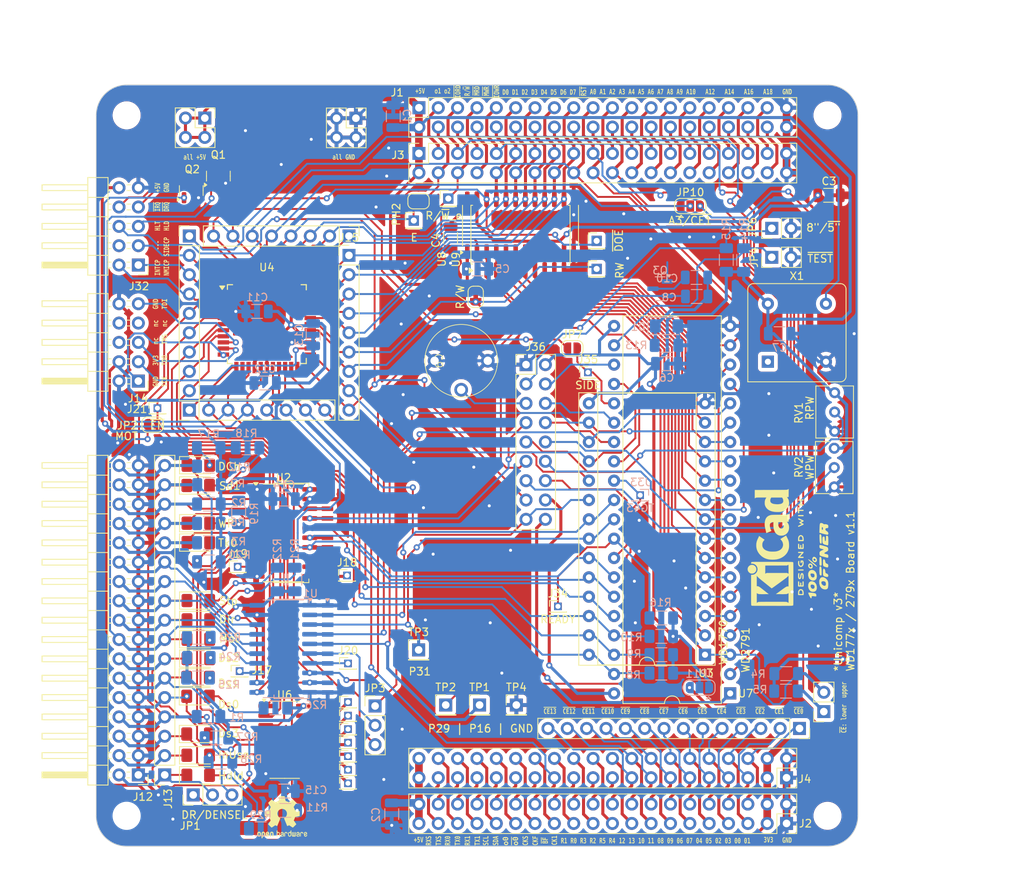
<source format=kicad_pcb>
(kicad_pcb (version 20240108) (generator "pcbnew") (generator_version "8.0")
  (layers (0 "F.Cu" signal) (31 "B.Cu" signal) (34 "B.Paste" user) (35 "F.Paste" user) (36 "B.SilkS" user "B.Silkscreen") (37 "F.SilkS" user "F.Silkscreen") (38 "B.Mask" user) (39 "F.Mask" user) (44 "Edge.Cuts" user))
  (net 0 "")
  (net 1 "GND")
  (net 2 "/D7")
  (net 3 "/D6")
  (net 4 "/D5")
  (net 5 "/D4")
  (net 6 "/D3")
  (net 7 "/D2")
  (net 8 "/D1")
  (net 9 "/D0")
  (net 10 "+5V")
  (net 11 "/A15")
  (net 12 "/A14")
  (net 13 "/A13")
  (net 14 "/A12")
  (net 15 "/A11")
  (net 16 "/A10")
  (net 17 "/A9")
  (net 18 "/A8")
  (net 19 "/A7")
  (net 20 "/A6")
  (net 21 "/A5")
  (net 22 "/A4")
  (net 23 "/A3")
  (net 24 "/A2")
  (net 25 "/A1")
  (net 26 "/A0")
  (net 27 "+3V3")
  (net 28 "/CLKF")
  (net 29 "/CLKS")
  (net 30 "/~{IOWR}")
  (net 31 "/~{MWR}")
  (net 32 "/~{MRD}")
  (net 33 "/R{slash}~{W}_e")
  (net 34 "/~{IORD}")
  (net 35 "/PHI2_e")
  (net 36 "/PHI1_e")
  (net 37 "/~{PH0}")
  (net 38 "/PH0")
  (net 39 "/Bus/~{CE_EXT12}")
  (net 40 "/Bus/~{CE_EXT7}")
  (net 41 "/TX1")
  (net 42 "/RXSTM")
  (net 43 "/RES3")
  (net 44 "/Bus/~{CE_EXT11}")
  (net 45 "/A16")
  (net 46 "/A17")
  (net 47 "/A18")
  (net 48 "/A19")
  (net 49 "/Bus/~{CE_EXT9}")
  (net 50 "/RES5")
  (net 51 "/RX1")
  (net 52 "/RX0")
  (net 53 "/Bus/~{CE_EXT8}")
  (net 54 "/Bus/~{CE_EXT10}")
  (net 55 "/Bus/~{CE_EXT4}")
  (net 56 "/RES1")
  (net 57 "/RES0")
  (net 58 "/RES2")
  (net 59 "/Bus/~{CE_EXT5}")
  (net 60 "/Bus/~{CE_EXT13}")
  (net 61 "/Bus/~{CE_EXT2}")
  (net 62 "/TX0")
  (net 63 "/Bus/~{CE_EXT3}")
  (net 64 "/RES4")
  (net 65 "/Bus/~{CE_EXT0}")
  (net 66 "/CLK1")
  (net 67 "/SCL")
  (net 68 "/~{BUSFREE}")
  (net 69 "/Bus/~{CE_EXT1}")
  (net 70 "/Bus/~{CE_EXT6}")
  (net 71 "/SDA")
  (net 72 "+5VA")
  (net 73 "/TXSTM")
  (net 74 "/E")
  (net 75 "/RW")
  (net 76 "/~{CE1}")
  (net 77 "/ZZ39")
  (net 78 "/~{DS3}")
  (net 79 "/INUSE")
  (net 80 "/~{DSKRDY}{slash}DENSEL")
  (net 81 "/~{DS0}")
  (net 82 "/~{WPT}")
  (net 83 "/~{DIR}")
  (net 84 "/~{SIDE1}")
  (net 85 "/~{WREN}")
  (net 86 "/~{WDAT}")
  (net 87 "/~{STEP}")
  (net 88 "/~{IDX}")
  (net 89 "/~{DS2}")
  (net 90 "/~{MOT}")
  (net 91 "/~{TRK00}")
  (net 92 "/~{RDAT}")
  (net 93 "/~{DS1}")
  (net 94 "/~{DSKRDY}")
  (net 95 "/DENSEL")
  (net 96 "/INTRQ")
  (net 97 "/DRQ")
  (net 98 "/WG#")
  (net 99 "/WD#")
  (net 100 "/DIR#")
  (net 101 "/STEP#")
  (net 102 "/MOT#")
  (net 103 "/~{RDAT}#")
  (net 104 "/~{WPT}#")
  (net 105 "/~{TRK00}#")
  (net 106 "/DSKRDY#")
  (net 107 "/SIDE1#")
  (net 108 "/TDO")
  (net 109 "/TCK")
  (net 110 "/TMS")
  (net 114 "/TDI")
  (net 115 "/ZZ27")
  (net 117 "/U1_13")
  (net 118 "/U2_11")
  (net 119 "/DENSEL#")
  (net 120 "/U2_9")
  (net 121 "/U1_7")
  (net 122 "/INUSE#")
  (net 123 "Net-(J22-Pin_1)")
  (net 124 "Net-(J23-Pin_1)")
  (net 125 "Net-(J24-Pin_1)")
  (net 126 "Net-(J25-Pin_1)")
  (net 127 "Net-(J27-Pin_1)")
  (net 128 "Net-(J28-Pin_1)")
  (net 129 "Net-(J29-Pin_1)")
  (net 130 "/DSB")
  (net 131 "/DSA")
  (net 132 "/MOTFDC")
  (net 133 "/MOTCP")
  (net 134 "/~{DSKCHG}")
  (net 135 "/FDCCLK")
  (net 136 "/CLK8M")
  (net 137 "/INTCP")
  (net 138 "/NMICP")
  (net 139 "/ZZ5")
  (net 140 "/ZZ13")
  (net 141 "/ZZ18")
  (net 142 "/ZZ40")
  (net 143 "/SIDECP")
  (net 144 "/DB7")
  (net 145 "/DB0")
  (net 146 "/DB2")
  (net 147 "/DB6")
  (net 148 "/DB3")
  (net 149 "/DB1")
  (net 150 "/DB5")
  (net 151 "/DB4")
  (net 152 "/HLD")
  (net 153 "/HLT")
  (net 154 "Net-(D1-K)")
  (net 155 "/~{TEST}")
  (net 156 "/~{5}{slash}8")
  (net 157 "/READY")
  (net 158 "Net-(D2-A)")
  (net 159 "Net-(D3-A)")
  (net 160 "Net-(D4-A)")
  (net 161 "Net-(D5-A)")
  (net 162 "Net-(D6-A)")
  (net 163 "Net-(D7-A)")
  (net 164 "Net-(D8-A)")
  (net 165 "Net-(D9-A)")
  (net 166 "Net-(D10-A)")
  (net 167 "Net-(D11-A)")
  (net 168 "Net-(D12-A)")
  (net 169 "Net-(D13-A)")
  (net 170 "Net-(D14-A)")
  (net 171 "/ZZ42")
  (net 173 "/ZZ19")
  (net 174 "/TG43")
  (net 175 "Net-(Q3-D)")
  (net 176 "/Pin1")
  (net 177 "/Pump")
  (net 178 "/Pin25")
  (net 179 "/Pin17")
  (net 180 "/Pin27")
  (net 181 "/Pin33")
  (net 182 "/Pin23")
  (net 183 "/Pin40")
  (net 184 "/Pin18")
  (net 185 "/Pin26")
  (net 186 "/RPW")
  (net 187 "/WPW")
  (net 188 "/C_TRIM")
  (net 189 "Net-(JP11-C)")
  (net 190 "Net-(J32-Pin_8)")
  (net 191 "Net-(J32-Pin_7)")
  (net 192 "/MODE")
  (footprint "Connector_PinSocket_2.54mm:PinSocket_2x02_P2.54mm_Vertical" (layer "F.Cu") (at 64.262 54.356)
    (property "Reference" "J30" (hide yes))
    (property "Value" "Conn_02x02_Odd_Even" (hide yes))
  )
  (footprint "LED_SMD:LED_1206_3216Metric_Pad1.42x1.75mm_HandSolder" (layer "F.Cu") (at 63.373 135.255)
    (property "Reference" "D12" (hide yes))
    (property "Value" "RED")
  )
  (footprint "Connector_PinHeader_1.27mm:PinHeader_1x01_P1.27mm_Vertical" (layer "F.Cu") (at 83.058 131.064)
    (property "Reference" "J29" (hide yes))
    (property "Value" "Conn_01x01" (hide yes))
  )
  (footprint "Package_QFP:TQFP-44_10x10mm_P0.8mm" (layer "F.Cu") (at 72.405 81.42)
    (property "Reference" "U4")
    (property "Value" "XC9572VQ44")
  )
  (footprint "Connector_PinHeader_2.54mm:PinHeader_1x09_P2.54mm_Vertical" (layer "F.Cu") (at 83.185 72.39)
    (property "Reference" "J15")
    (property "Value" "Conn_01x09" (hide yes))
  )
  (footprint "Connector_PinHeader_2.00mm:PinHeader_1x01_P2.00mm_Vertical" (layer "F.Cu") (at 91.694 67.818)
    (property "Reference" "J8" (hide yes))
    (property "Value" "E")
  )
  (footprint "Connector_PinSocket_2.54mm:PinSocket_2x20_P2.54mm_Vertical" (layer "F.Cu") (at 92.367 53 90)
    (property "Reference" "J1")
    (property "Value" "BUS" (hide yes))
  )
  (footprint "Connector_PinHeader_2.54mm:PinHeader_1x01_P2.54mm_Vertical" (layer "F.Cu") (at 100.33 131.445)
    (property "Reference" "TP1")
    (property "Value" ".")
  )
  (footprint "Connector_PinHeader_2.54mm:PinHeader_1x02_P2.54mm_Vertical" (layer "F.Cu") (at 138.684 68.834 90)
    (property "Reference" "JP6")
    (property "Value" "8\"")
  )
  (footprint "Connector_PinHeader_2.54mm:PinHeader_2x17_P2.54mm_Horizontal" (layer "F.Cu") (at 55.54 140.627 180)
    (property "Reference" "J12")
    (property "Value" "Floppy")
  )
  (footprint "Capacitor_SMD:C_1206_3216Metric" (layer "F.Cu") (at 146.2 64.5)
    (property "Reference" "C3")
    (property "Value" "100n")
  )
  (footprint "LED_SMD:LED_1206_3216Metric_Pad1.42x1.75mm_HandSolder" (layer "F.Cu") (at 63.4095 120.269)
    (property "Reference" "D6" (hide yes))
    (property "Value" "RED")
  )
  (footprint "Jumper:SolderJumper-2_P1.3mm_Bridged_RoundedPad1.0x1.5mm" (layer "F.Cu") (at 99.822 77.836 -90)
    (property "Reference" "JP8" (hide yes))
    (property "Value" "R/W")
  )
  (footprint "Connector_PinHeader_2.54mm:PinHeader_1x03_P2.54mm_Vertical" (layer "F.Cu") (at 86.614 131.572)
    (property "Reference" "JP3")
    (property "Value" "DR/DENSEL")
  )
  (footprint "Connector_PinHeader_2.00mm:PinHeader_1x01_P2.00mm_Vertical" (layer "F.Cu") (at 115.697 74.168)
    (property "Reference" "J9" (hide yes))
    (property "Value" "RW")
  )
  (footprint "Connector_PinSocket_2.54mm:PinSocket_2x20_P2.54mm_Vertical" (layer "F.Cu") (at 140.627 141 -90)
    (property "Reference" "J4")
    (property "Value" "Spare" (hide yes))
  )
  (footprint "Connector_PinSocket_2.54mm:PinSocket_2x02_P2.54mm_Vertical" (layer "F.Cu") (at 84.094 54.376)
    (property "Reference" "J31" (hide yes))
    (property "Value" "Conn_02x02_Odd_Even" (hide yes))
  )
  (footprint "Connector_PinHeader_2.54mm:PinHeader_1x01_P2.54mm_Vertical" (layer "F.Cu") (at 92.329 124.206)
    (property "Reference" "TP3")
    (property "Value" ".")
  )
  (footprint "Connector_PinHeader_1.27mm:PinHeader_1x01_P1.27mm_Vertical" (layer "F.Cu") (at 83.058 132.842)
    (property "Reference" "J28" (hide yes))
    (property "Value" "Conn_01x01" (hide yes))
  )
  (footprint "Connector_PinHeader_2.54mm:PinHeader_1x08_P2.54mm_Vertical" (layer "F.Cu") (at 83.185 69.85 -90)
    (property "Reference" "J7" (hide yes))
    (property "Value" "Conn_01x08" (hide yes))
  )
  (footprint "Connector_PinHeader_1.27mm:PinHeader_1x01_P1.27mm_Vertical" (layer "F.Cu") (at 82.931 114.427)
    (property "Reference" "J18")
    (property "Value" "Conn_01x01" (hide yes))
  )
  (footprint "Symbol:KiCad-Logo2_6mm_SilkScreen" (layer "F.Cu") (at 138.496848 110.751486 90)
    (property "Reference" "H5" (hide yes))
    (property "Value" "Logo kicad" (hide yes))
  )
  (footprint "Connector_PinHeader_2.54mm:PinHeader_1x01_P2.54mm_Vertical" (layer "F.Cu") (at 95.885 131.445)
    (property "Reference" "TP2")
    (property "Value" ".")
  )
  (footprint "Package_SO:SOIC-16_3.9x9.9mm_P1.27mm" (layer "F.Cu") (at 74.741 136.017)
    (property "Reference" "U6")
    (property "Value" "74ACT139")
  )
  (footprint "Connector_PinHeader_1.27mm:PinHeader_1x01_P1.27mm_Vertical" (layer "F.Cu") (at 68.834 127)
    (property "Reference" "J17")
    (property "Value" "Conn_01x01" (hide yes))
  )
  (footprint "Connector_PinHeader_2.54mm:PinHeader_1x03_P2.54mm_Vertical" (layer "F.Cu") (at 62.738 143.256 90)
    (property "Reference" "JP1")
    (property "Value" "DR/DENSEL")
  )
  (footprint "Connector_PinHeader_2.00mm:PinHeader_1x01_P2.00mm_Vertical" (layer "F.Cu") (at 115.697 70.485)
    (property "Reference" "J10" (hide yes))
    (property "Value" "~{DOE}")
  )
  (footprint "Jumper:SolderJumper-2_P1.3mm_Open_RoundedPad1.0x1.5mm" (layer "F.Cu") (at 57.404 94.615)
    (property "Reference" "JP2")
    (property "Value" "MOT")
  )
  (footprint "Connector_PinHeader_1.27mm:PinHeader_1x01_P1.27mm_Vertical" (layer "F.Cu") (at 83.058 134.62)
    (property "Reference" "J27" (hide yes))
    (property "Value" "Conn_01x01" (hide yes))
  )
  (footprint "Connector_PinHeader_2.54mm:PinHeader_2x09_P2.54mm_Vertical" (layer "F.Cu") (at 106.426 86.741)
    (property "Reference" "J36")
    (property "Value" "WD1771 Board")
  )
  (footprint "Connector_PinHeader_1.27mm:PinHeader_1x01_P1.27mm_Vertical" (layer "F.Cu") (at 110.617 118.491)
    (property "Reference" "J34")
    (property "Value" "READY")
  )
  (footprint "Connector_PinHeader_1.27mm:PinHeader_1x01_P1.27mm_Vertical" (layer "F.Cu") (at 83.058 125.984)
    (property "Reference" "J20")
    (property "Value" "Conn_01x01" (hide yes))
  )
  (footprint "LED_SMD:LED_1206_3216Metric_Pad1.42x1.75mm_HandSolder" (layer "F.Cu") (at 63.4095 110.109)
    (property "Reference" "D5" (hide yes))
    (property "Value" "RED")
  )
  (footprint "LED_SMD:LED_1206_3216Metric_Pad1.42x1.75mm_HandSolder" (layer "F.Cu") (at 63.392 140.678)
    (property "Reference" "D14" (hide yes))
    (property "Value" "RED")
  )
  (footprint "LED_SMD:LED_1206_3216Metric_Pad1.42x1.75mm_HandSolder" (layer "F.Cu") (at 63.373 130.302)
    (property "Reference" "D11" (hide yes))
    (property "Value" "RED")
  )
  (footprint "Jumper:SolderJumper-2_P1.3mm_Open_RoundedPad1.0x1.5mm" (layer "F.Cu") (at 112.507 84.582)
    (property "Reference" "JP7")
    (property "Value" "SIDE")
  )
  (footprint "LED_SMD:LED_1206_3216Metric_Pad1.42x1.75mm_HandSolder" (layer "F.Cu") (at 63.4095 122.809)
    (property "Reference" "D8" (hide yes))
    (property "Value" "RED")
  )
  (footprint "Symbol:OSHW-Logo2_7.3x6mm_SilkScreen" (layer "F.Cu") (at 74.422 146.177)
    (property "Reference" "H6" (hide yes))
    (property "Value" "Logo Open Source Hardware" (hide yes))
  )
  (footprint "Connector_PinHeader_2.00mm:PinHeader_1x01_P2.00mm_Vertical" (layer "F.Cu") (at 96.225 64.925)
    (property "Reference" "J5" (hide yes))
    (property "Value" "R/~{W}_e")
  )
  (footprint "Package_SO:SO-20_12.8x7.5mm_P1.27mm" (layer "F.Cu") (at 75.616 108.839)
    (property "Reference" "U10" (hide yes))
    (property "Value" "74HCT7541")
  )
  (footprint "Connector_PinSocket_2.54mm:PinSocket_1x02_P2.54mm_Vertical" (layer "F.Cu") (at 145.517 132.314 180)
    (property "Reference" "J26" (hide yes))
    (property "Value" "Conn_01x02" (hide yes))
  )
  (footprint "Connector_PinSocket_2.54mm:PinSocket_2x20_P2.54mm_Vertical" (layer "F.Cu") (at 140.627 147 -90)
    (property "Reference" "J2")
    (property "Value" "BUS" (hide yes))
  )
  (footprint "Package_TO_SOT_SMD:SOT-23" (layer "F.Cu") (at 62.484 63.881 90)
    (property "Reference" "Q2")
    (property "Value" "PMV450ENEAR")
  )
  (footprint "Connector_PinHeader_2.54mm:PinHeader_2x05_P2.54mm_Horizontal" (layer "F.Cu") (at 55.54 73.66 180)
    (property "Reference" "J32")
    (property "Value" "EXT" (hide yes))
  )
  (footprint "Connector_PinHeader_2.54mm:PinHeader_2x05_P2.54mm_Horizontal" (layer "F.Cu") (at 55.54 88.9 180)
    (property "Reference" "J14")
    (property "Value" "JTAG" (hide yes))
  )
  (footprint "my_own:Capacitor_Trim" (layer "F.Cu") (at 94.4245 86.233 -90)
    (property "Reference" "C9")
    (property "Value" "8-70p")
  )
  (footprint "LED_SMD:LED_1206_3216Metric_Pad1.42x1.75mm_HandSolder" (layer "F.Cu") (at 63.371 127.824)
    (property "Reference" "D10" (hide yes))
    (property "Value" "RED")
  )
  (footprint "LED_SMD:LED_1206_3216Metric_Pad1.42x1.75mm_HandSolder" (layer "F.Cu") (at 63.4095 99.949)
    (property "Reference" "D2" (hide yes))
    (property "Value" "RED")
  )
  (footprint "Connector_PinHeader_2.54mm:PinHeader_1x02_P2.54mm_Vertical" (layer "F.Cu") (at 138.684 72.644 90)
    (property "Reference" "JP4")
    (property "Value" "TEST")
  )
  (footprint "MountingHole:MountingHole_3.2mm_M3" (layer "F.Cu") (at 146 54)
    (property "Reference" "H3" (hide yes))
    (property "Value" "M3" (hide yes))
  )
  (footprint "Connector_PinHeader_1.27mm:PinHeader_1x01_P1.27mm_Vertical" (layer "F.Cu") (at 83.058 141.732)
    (property "Reference" "J22" (hide yes))
    (property "Value" "Conn_01x01" (hide yes))
  )
  (footprint "LED_SMD:LED_1206_3216Metric_Pad1.42x1.75mm_HandSolder" (layer "F.Cu") (at 63.4095 107.569)
    (property "Reference" "D4" (hide yes))
    (property "Value" "RED")
  )
  (footprint "Package_DIP:DIP-28_W15.24mm_Socket" (layer "F.Cu") (at 129.921 124.841 180)
    (property "Reference" "U3")
    (property "Value" "WD1770")
  )
  (footprint "Connector_PinHeader_1.27mm:PinHeader_1x01_P1.27mm_Vertical" (layer "F.Cu") (at 68.58 113.284)
    (property "Reference" "J19")
    (property "Value" "Conn_01x01" (hide yes))
  )
  (footprint "Connector_PinHeader_1.27mm:PinHeader_1x01_P1.27mm_Vertical" (layer "F.Cu") (at 114.554 87.757)
    (property "Reference" "J35")
    (property "Value" "SIDE")
  )
  (footprint "LED_SMD:LED_1206_3216Metric_Pad1.42x1.75mm_HandSolder" (layer "F.Cu") (at 63.392 102.616)
    (property "Reference" "D3" (hide yes))
    (property "Value" "RED")
  )
  (footprint "Connector_PinHeader_1.27mm:PinHeader_1x01_P1.27mm_Vertical" (layer "F.Cu") (at 83.058 136.398)
    (property "Reference" "J24" (hide yes))
    (property "Value" "Conn_01x01" (hide yes))
  )
  (footprint "Connector_PinSocket_2.54mm:PinSocket_1x14_P2.54mm_Vertical" (layer "F.Cu") (at 142.325 134.525 -90)
    (property "Reference" "J11" (hide yes))
    (property "Value" "Conn_01x14" (hide yes))
  )
  (footprint "LED_SMD:LED_1206_3216Metric_Pad1.42x1.75mm_HandSolder" (layer "F.Cu") (at 63.4095 125.349)
    (property "Reference" "D9" (hide yes))
    (property "Value" "RED")
  )
  (footprint "Oscillator:Oscillator_DIP-8" (layer "F.Cu") (at 138.176 86.36)
    (property "Reference" "X1")
    (property "Value" "8M")
  )
  (footprint "Connector_PinSocket_2.54mm:PinSocket_2x20_P2.54mm_Vertical" (layer "F.Cu") (at 92.367 59 90)
    (property "Reference" "J3")
    (property "Value" "Spare" (hide yes))
  )
  (footprint "my_own:Logo_100ProzentOffner_10x2.7mm" (layer "F.Cu") (at 144.78 112.522 90)
    (property "Reference" "G***" (hide yes))
    (property "Value" "LOGO" (hide yes))
  )
  (footprint "Connector_PinHeader_2.54mm:PinHeader_1x01_P2.54mm_Vertical" (layer "F.Cu") (at 105.156 131.445)
    (property "Reference" "TP4")
    (property "Value" ".")
  )
  (footprint "Connector_PinHeader_1.27mm:PinHeader_1x01_P1.27mm_Vertical" (layer "F.Cu") (at 58.039 92.456)
    (property "Reference" "J21")
    (property "Value" "~{EN}")
  )
  (footprint "LED_SMD:LED_1206_3216Metric_Pad1.42x1.75mm_HandSolder" (layer "F.Cu") (at 63.392 138.049)
    (property "Reference" "D13" (hide yes))
    (property "Value" "RED")
  )
  (footprint "Potentiometer_THT:Potentiometer_Vishay_T73XW_Horizontal" (layer "F.Cu") (at 146.939 90.424)
    (property "Reference" "RV1")
    (property "Value" "10k")
  )
  (footprint "Jumper:SolderJumper-2_P1.3mm_Bridged_RoundedPad1.0x1.5mm" (layer "F.Cu") (at 92.314 65.278 180)
    (property "Reference" "JP9" (hide yes))
    (property "Value" "PH2")
  )
  (footprint "Connector_PinHeader_1.27mm:PinHeader_1x01_P1.27mm_Vertical" (layer "F.Cu") (at 83.058 139.954)
    (property "Reference" "J23" (hide yes))
    (property "Value" "Conn_01x01" (hide yes))
  )
  (footprint "Connector_PinHeader_2.54mm:PinHeader_1x08_P2.54mm_Vertical" (layer "F.Cu") (at 62.23 92.71 90)
    (property "Reference" "J16" (hide yes))
    (property "Value" "Conn_01x08" (hide yes))
  )
  (footprint "Package_SO:SO-24_5.3x15mm_P1.27mm" (layer "F.Cu") (at 105.699717 68.45708 90)
    (property "Reference" "U9")
    (property "Value" "SN74LVCC4245ANSR" (hide yes))
  )
  (footprint "MountingHole:MountingHole_3.2mm_M3" (layer "F.Cu") (at 54 54)
    (property "Reference" "H1" (hide yes))
    (property "Value" "M3" (hide yes))
  )
  (footprint "Connector_PinHeader_1.27mm:PinHeader_1x01_P1.27mm_Vertical" (layer "F.Cu") (at 83.058 138.176)
    (property "Reference" "J25" (hide yes))
    (property "Value" "Conn_01x01" (hide yes))
  )
  (footprint "LED_SMD:LED_1206_3216Metric_Pad1.42x1.75mm_HandSolder" (layer "F.Cu") (at 63.4095 117.729)
    (property "Reference" "D7" (hide yes))
    (property "Value" "RED")
  )
  (footprint "MountingHole:MountingHole_3.2mm_M3" (layer "F.Cu") (at 54 146)
    (property "Reference" "H2" (hide yes))
    (property "Value" "M3" (hide yes))
  )
  (footprint "Package_TO_SOT_SMD:SOT-23" (layer "F.Cu") (at 66.04 61.976 90)
    (property "Reference" "Q1")
    (property "Value" "PMV450ENEAR")
  )
  (footprint "Jumper:SolderJumper-3_P1.3mm_Open_RoundedPad1.0x1.5mm" (layer "F.Cu") (at 127.986 65.913)
    (property "Reference" "JP10")
    (property "Value" "A3/~{CE1}")
  )
  (footprint "Package_SO:SOIC-20W_7.5x12.8mm_P1.27mm" (layer "F.Cu") (at 105.698783 69.671416 90)
    (property "Reference" "U8")
    (property "Value" "74LS245")
  )
  (footprint "Connector_PinHeader_2.54mm:PinHeader_1x09_P2.54mm_Vertical" (layer "F.Cu") (at 62.23 69.85)
    (property "Reference" "J6" (hide yes))
    (property "Value" "Conn_01x09" (hide yes))
  )
  (footprint "Capacitor_SMD:C_1206_3216Metric" (layer "F.Cu") (at 96.52 70.104 -90)
    (property "Reference" "C4")
    (property "Value" "100n" (hide yes))
  )
  (footprint "Package_SO:SO-20_5.3x12.6mm_P1.27mm" (layer "F.Cu") (at 74.5825 108.839)
    (property "Reference" "U2")
    (property "Value" "74HCT7541" (hide yes))
  )
  (footprint "Package_DIP:DIP-40_W15.24mm" (layer "F.Cu") (at 133.223 129.921 180)
    (property "Reference" "U7")
    (property "Value" "WD2791")
  )
  (footprint "Potentiometer_THT:Potentiometer_Vishay_T73XW_Horizontal" (layer "F.Cu") (at 146.887 97.719)
    (property "Reference" "RV2")
    (property "Value" "10k")
  )
  (footprint "Connector_PinSocket_2.54mm:PinSocket_1x17_P2.54mm_Vertical" (layer "F.Cu") (at 59 140.627 180)
    (property "Reference" "J13")
    (property "Value" "Test")
  )
  (footprint "MountingHole:MountingHole_3.2mm_M3" (layer "F.Cu") (at 146 146)
    (property "Reference" "H4" (hide yes))
    (property "Value" "M3" (hide yes))
  )
  (footprint "Capacitor_SMD:C_1206_3216Metric" (layer "B.Cu") (at 88.8 145.775 -90)
    (property "Reference" "C2")
    (property "Value" "100n")
  )
  (footprint "Resistor_SMD:R_1206_3216Metric_Pad1.30x1.75mm_HandSolder" (layer "B.Cu") (at 65.786 135.763 180)
    (property "Reference" "R27")
    (property "Value" "1k")
  )
  (footprint "Resistor_SMD:R_1206_3216Metric_Pad1.30x1.75mm_HandSolder" (layer "B.Cu") (at 73.533 131.826 180)
    (property "Reference" "R26")
    (property "Value" "1k")
  )
  (footprint "Capacitor_SMD:C_1206_3216Metric" (layer "B.Cu") (at 124.893 86.614)
    (property "Reference" "C6")
    (property "Value" "100n")
  )
  (footprint "Resistor_SMD:R_1206_3216Metric_Pad1.30x1.75mm_HandSolder" (layer "B.Cu") (at 124.867 84.201)
    (property "Reference" "R13")
    (property "Value" "1k")
  )
  (footprint "Resistor_SMD:R_1206_3216Metric_Pad1.30x1.75mm_HandSolder" (layer "B.Cu") (at 64.744 132.969 180)
    (property "Reference" "R1")
    (property "Value" "1k")
  )
  (footprint "Resistor_SMD:R_1206_3216Metric_Pad1.30x1.75mm_HandSolder" (layer "B.Cu") (at 140.575 127.325)
    (property "Reference" "R4")
    (property "Value" "10k" (hide yes))
  )
  (footprint "Resistor_SMD:R_1206_3216Metric_Pad1.30x1.75mm_HandSolder" (layer "B.Cu") (at 64.796 112.649 180)
    (property "Reference" "R20")
    (property "Value" "1k")
  )
  (footprint "Capacitor_SMD:C_1206_3216Metric" (layer "B.Cu") (at 71.12 79.756 180)
    (property "Reference" "C11")
    (property "Value" "100n")
  )
  (footprint "Resistor_SMD:R_1206_3216Metric_Pad1.30x1.75mm_HandSolder" (layer "B.Cu") (at 64.77 97.663 180)
    (property "Reference" "R17")
    (property "Value" "1k")
  )
  (footprint "Capacitor_SMD:C_1206_3216Metric" (layer "B.Cu") (at 128.827 77.791)
    (property "Reference" "C8")
    (property "Value" "100n")
  )
  (footprint "Diode_SMD:D_1206_3216Metric_Pad1.42x1.75mm_HandSolder" (layer "B.Cu") (at 124.8775 81.661)
    (property "Reference" "D1")
    (property "Value" "1N4148")
  )
  (footprint "Capacitor_SMD:C_1206_3216Metric" (layer "B.Cu") (at 100.076 74.168)
    (property "Reference" "C5")
    (property "Value" "100n" (hide yes))
  )
  (footprint "Capacitor_SMD:C_1206_3216Metric" (layer "B.Cu") (at 128.80145 75.287816)
    (property "Reference" "C10")
    (property "Value" "100n")
  )
  (footprint "Package_TO_SOT_SMD:SOT-23" (layer "B.Cu") (at 124.0305 76.769 180)
    (property "Reference" "Q3")
    (property "Value" "PMV450ENEAR")
  )
  (footprint "Resistor_SMD:R_1206_3216Metric_Pad1.30x1.75mm_HandSolder" (layer "B.Cu") (at 64.796 105.0544 180)
    (property "Reference" "R2")
    (property "Value" "1k")
  )
  (footprint "Resistor_SMD:R_1206_3216Metric_Pad1.30x1.75mm_HandSolder" (layer "B.Cu") (at 68.707 106.146 -90)
    (property "Reference" "R19")
    (property "Value" "1k")
  )
  (footprint "Capacitor_SMD:C_1206_3216Metric" (layer "B.Cu") (at 74.676 142.748)
    (property "Reference" "C15")
    (property "Value" "100n")
  )
  (footprint "Resistor_SMD:R_1206_3216Metric_Pad1.30x1.75mm_HandSolder" (layer "B.Cu") (at 64.7948 110.1344 180)
    (property "Reference" "R3")
    (property "Value" "1k")
  )
  (footprint "Resistor_SMD:R_1206_3216Metric_Pad1.30x1.75mm_HandSolder" (layer "B.Cu") (at 74.829 145.288)
    (property "Reference" "R11")
    (property "Value" "1k")
  )
  (footprint "Package_SO:SO-20_12.8x7.5mm_P1.27mm" (layer "B.Cu") (at 75.641 124.079 180)
    (property "Reference" "U11" (hide yes))
    (property "Value" "74HCT7540")
  )
  (footprint "Resistor_SMD:R_1206_3216Metric_Pad1.30x1.75mm_HandSolder" (layer "B.Cu") (at 64.796 100.076 180)
    (property "Reference" "R12")
    (property "Value" "1k")
  )
  (footprint "Jumper:SolderJumper-3_P1.3mm_Open_RoundedPad1.0x1.5mm" (layer "B.Cu") (at 129.189 129.159 180)
    (property "Reference" "JP11")
    (property "Value" "5V/3V3")
  )
  (footprint "Resistor_SMD:R_1206_3216Metric_Pad1.30x1.75mm_HandSolder" (layer "B.Cu") (at 140.55 129.625)
    (property "Reference" "R5")
    (property "Value" "10k" (hide yes))
  )
  (footprint "Resistor_SMD:R_1206_3216Metric_Pad1.30x1.75mm_HandSolder" (layer "B.Cu") (at 64.7948 107.5944 180)
    (property "Reference" "R6")
    (property "Value" "1k")
  )
  (footprint "Resistor_SMD:R_1206_3216Metric_Pad1.30x1.75mm_HandSolder" (layer "B.Cu") (at 135.001 72.999 90)
    (property "Reference" "R14")
    (property "Value" "1k")
  )
  (footprint "Resistor_SMD:R_1206_3216Metric_Pad1.30x1.75mm_HandSolder" (layer "B.Cu") (at 71.602 147.701 180)
    (property "Reference" "R29")
    (property "Value" "1k")
  )
  (footprint "Resistor_SMD:R_1206_3216Metric_Pad1.30x1.75mm_HandSolder" (layer "B.Cu") (at 132.715 72.999 90)
    (property "Reference" "R15")
    (property "Value" "1k")
  )
  (footprint "Resistor_SMD:R_1206_3216Metric_Pad1.30x1.75mm_HandSolder" (layer "B.Cu") (at 64.8208 102.5144 180)
    (property "Reference" "R7")
    (property "Value" "1k")
  )
  (footprint "Connector_PinHeader_1.27mm:PinHeader_1x01_P1.27mm_Vertical" (layer "B.Cu") (at 121.412 103.886 180)
    (property "Reference" "J33")
    (property "Value" "TG43")
  )
  (footprint "Capacitor_SMD:C_1206_3216Metric" (layer "B.Cu") (at 78.486 82.804 -90)
    (property "Reference" "C13")
    (property "Value" "100n")
  )
  (footprint "Resistor_SMD:R_1206_3216Metric_Pad1.30x1.75mm_HandSolder" (layer "B.Cu") (at 69.876 97.663)
    (property "Reference" "R18")
    (property "Value" "1k")
  )
  (footprint "Resistor_SMD:R_1206_3216Metric_Pad1.30x1.75mm_HandSolder" (layer "B.Cu") (at 76.073 114.961 90)
    (property "Reference" "R21")
    (property "Value" "1k")
  )
  (footprint "Resistor_SMD:R_1206_3216Metric_Pad1.30x1.75mm_HandSolder" (layer "B.Cu") (at 73.787 114.961 90)
    (property "Reference" "R22")
    (property "Value" "1k")
  )
  (footprint "Capacitor_SMD:C_1206_3216Metric" (layer "B.Cu") (at 74.676 104.394 180)
    (property "Reference" "C14")
    (property "Value" "100n")
  )
  (footprint "Resistor_SMD:R_1206_3216Metric_Pad1.30x1.75mm_HandSolder" (layer "B.Cu") (at 124.18 120.015 180)
    (property "Reference" "R16")
    (property "Value" "1k")
  )
  (footprint "Resistor_SMD:R_1206_3216Metric_Pad1.30x1.75mm_HandSolder" (layer "B.Cu") (at 63.373 127.889)
    (property "Reference" "R25")
    (property "Value" "1k")
  )
  (footprint "Resistor_SMD:R_1206_3216Metric_Pad1.30x1.75mm_HandSolder" (layer "B.Cu") (at 124.18 127.254 180)
    (property "Reference" "R8")
    (property "Value" "1k")
  )
  (footprint "Capacitor_SMD:C_1206_3216Metric" (layer "B.Cu") (at 89 54.125 90)
    (property "Reference" "C1")
    (property "Value" "100n" (hide yes))
  )
  (footprint "Resistor_SMD:R_1206_3216Metric_Pad1.30x1.75mm_HandSolder" (layer "B.Cu") (at 63.474 125.222)
    (property "Reference" "R24")
    (property "Value" "1k")
  )
  (footprint "Capacitor_SMD:C_1206_3216Metric" (layer "B.Cu") (at 72.185 89.154 180)
    (property "Reference" "C12")
    (property "Value" "100n")
  )
  (footprint "Capacitor_SMD:C_1206_3216Metric" (layer "B.Cu") (at 139.7 82.677)
    (property "Reference" "C7")
    (property "Value" "100n")
  )
  (footprint "Package_SO:SO-20_5.3x12.6mm_P1.27mm" (layer "B.Cu") (at 74.569324 124.056735 180)
    (property "Reference" "U1")
    (property "Value" "74HCT7540")
  )
  (footprint "Resistor_SMD:R_1206_3216Metric_Pad1.30x1.75mm_HandSolder" (layer "B.Cu") (at 66.32 138.938 180)
    (property "Reference" "R28")
    (property "Value" "1k")
  )
  (footprint "Resistor_SMD:R_1206_3216Metric_Pad1.30x1.75mm_HandSolder" (layer "B.Cu") (at 124.18 122.428 180)
    (property "Reference" "R10")
    (property "Value" "1k")
  )
  (footprint "Resistor_SMD:R_1206_3216Metric_Pad1.30x1.75mm_HandSolder" (layer "B.Cu") (at 124.18 124.841 180)
    (property "Reference" "R9")
    (property "Value" "1k")
  )
  (footprint "Resistor_SMD:R_1206_3216Metric_Pad1.30x1.75mm_HandSolder" (layer "B.Cu") (at 63.474 122.555)
    (property "Reference" "R23")
    (property "Value" "1k")
  )
  (gr_line (start 50 54) (end 50 146) (stroke (width 0.1)) (layer "Edge.Cuts"))
  (gr_arc (start 50 54) (mid 51.171571 51.17157) (end 54 50) (stroke (width 0.1)) (layer "Edge.Cuts"))
  (gr_arc (start 146 50) (mid 148.828425 51.171573) (end 150 54) (stroke (width 0.1)) (layer "Edge.Cuts"))
  (gr_arc (start 150 146) (mid 148.828425 148.828424) (end 146 149.999995) (stroke (width 0.1)) (layer "Edge.Cuts"))
  (gr_line (start 150 146) (end 150 54) (stroke (width 0.1)) (layer "Edge.Cuts"))
  (gr_line (start 146 50) (end 54 50) (stroke (width 0.1)) (layer "Edge.Cuts"))
  (gr_arc (start 54 150) (mid 51.171571 148.828427) (end 50 146) (stroke (width 0.1)) (layer "Edge.Cuts"))
  (gr_line (start 146 150) (end 54 150) (stroke (width 0.1)) (layer "Edge.Cuts"))
  (gr_text "TXS" (at 95.4 149.9 90) (layer "F.SilkS") (effects (font (size 0.7 0.5) (thickness 0.1) (bold yes)) (justify left bottom)))
  (gr_text "CKF" (at 108.1 149.9 90) (layer "F.SilkS") (effects (font (size 0.7 0.5) (thickness 0.1) (bold yes)) (justify left bottom)))
  (gr_text "~{CE}: lower  upper  " (at 148.59 135.128 90) (layer "F.SilkS") (effects (font (size 0.7 0.5) (thickness 0.1) (bold yes)) (justify left bottom)))
  (gr_text "all +5V\n" (at 61.468 59.944 0) (layer "F.SilkS") (effects (font (size 0.7 0.5) (thickness 0.1) (bold yes)) (justify left bottom)))
  (gr_text "all GND\n" (at 81.026 59.944 0) (layer "F.SilkS") (effects (font (size 0.7 0.5) (thickness 0.1) (bold yes)) (justify left bottom)))
  (gr_text "Ds0" (at 65.913 131.953 0) (layer "F.SilkS") (effects (font (size 1 1)) (justify left bottom)))
  (gr_text "InUse" (at 65.913 138.557 0) (layer "F.SilkS") (effects (font (size 1 1)) (justify left bottom)))
  (gr_text "+5V   o1 o2" (at 91.8972 51.2572 0) (layer "F.SilkS") (effects (font (size 0.7 0.5) (thickness 0.1) (bold yes)) (justify left bottom)))
  (gr_text "TX0" (at 97.9 149.9 90) (layer "F.SilkS") (effects (font (size 0.7 0.5) (thickness 0.1) (bold yes)) (justify left bottom)))
  (gr_text "SCL" (at 101.6 149.9 90) (layer "F.SilkS") (effects (font (size 0.7 0.5) (thickness 0.1) (bold yes)) (justify left bottom)))
  (gr_text "3V3" (at 137.6172 149.606 0) (layer "F.SilkS") (effects (font (size 0.7 0.5) (thickness 0.1) (bold yes)) (justify left bottom)))
  (gr_text "Ds1" (at 65.913 129.159 0) (layer "F.SilkS") (effects (font (size 1 1)) (justify left bottom)))
  (gr_text "RPW" (at 144.272 94.107 90) (layer "F.SilkS") (effects (font (size 1 1)) (justify left bottom)))
  (gr_text "R/~{W}" (at 99.1616 51.4604 90) (layer "F.SilkS") (effects (font (size 0.7 0.5) (thickness 0.1) (bold yes)) (justify left bottom)))
  (gr_text "Tk0" (at 65.913 110.744 0) (layer "F.SilkS") (effects (font (size 1 1)) (justify left bottom)))
  (gr_text "~{BF}" (at 109.41174 149.658466 90) (layer "F.SilkS") (effects (font (size 0.7 0.5) (thickness 0.1) (bold yes)) (justify left bottom)))
  (gr_text "~{RST}" (at 114.4524 51.4604 90) (layer "F.SilkS") (effects (font (size 0.7 0.5) (thickness 0.1) (bold yes)) (justify left bottom)))
  (gr_text "WPW" (at 144.272 101.981 90) (layer "F.SilkS") (effects (font (size 1 1)) (justify left bottom)))
  (gr_text "8{dblquote}/~{5{dblquote}}" (at 143.129 69.342 0) (layer "F.SilkS") (effects (font (size 1 1)) (justify left bottom)))
  (gr_text "~{o0}" (at 105.5 149.9 90) (layer "F.SilkS") (effects (font (size 0.7 0.7) (thickness 0.1) (bold yes)) (justify left bottom)))
  (gr_text "~{IOWR}" (at 103.0224 51.7144 90) (layer "F.SilkS") (effects (font (size 0.7 0.5) (thickness 0.1) (bold yes)) (justify left bottom)))
  (gr_text "~{CE13}  ~{CE12}  ~{CE11}  ~{CE10}  ~{CE9}   ~{CE8}   ~{CE7}   ~{CE6}   ~{CE5}   ~{CE4}   ~{CE3}   ~{CE2}   ~{CE1}   ~{CE0}" (at 108.725 132.725 0) (layer "F.SilkS") (effects (font (size 0.7 0.5) (thickness 0.1) (bold yes)) (justify left bottom)))
  (gr_text "D0 D1 D2 D3 D4 D5 D6 D7" (at 103.3272 51.4096 0) (layer "F.SilkS") (effects (font (size 0.7 0.5) (thickness 0.1) (bold yes)) (justify left bottom)))
  (gr_text "Hdld" (at 65.913 141.351 0) (layer "F.SilkS") (effects (font (size 1 1)) (justify left bottom)))
  (gr_text "Dir" (at 66.04 120.777 0) (layer "F.SilkS") (effects (font (size 1 1)) (justify left bottom)))
  (gr_text "*Unicomp v3*\nWD177x / 279x Board v1.1\n" (at 148.209 127.127 90) (layer "F.SilkS") (effects (font (size 1 1)) (justify left)))
  (gr_text "~{TEST}" (at 143.256 73.406 0) (layer "F.SilkS") (effects (font (size 1 1)) (justify left bottom)))
  (gr_text "Ds2" (at 65.913 125.857 0) (layer "F.SilkS") (effects (font (size 1 1)) (justify left bottom)))
  (gr_text "RXS" (at 94.1 149.9 90) (layer "F.SilkS") (effects (font (size 0.7 0.5) (thickness 0.1) (bold yes)) (justify left bottom)))
  (gr_text "INTCP   ---   HLT   ~{IRQ}   +5V\nNMICP SIDECP  HLD   ~{DRQ}   GND" (at 59.69 75.057 90) (layer "F.SilkS") (effects (font (size 0.7 0.5) (thickness 0.1) (bold yes)) (justify left bottom)))
  (gr_text "WP" (at 65.913 108.204 0) (layer "F.SilkS") (effects (font (size 1 1)) (justify left bottom)))
  (gr_text "+5V" (at 91.694 149.606 0) (layer "F.SilkS") (effects (font (size 0.7 0.5) (thickness 0.1) (bold yes)) (justify left bottom)))
  (gr_text "SDA" (at 102.9 149.9 90) (layer "F.SilkS") (effects (font (size 0.7 0.5) (thickness 0.1) (bold yes)) (justify left bottom)))
  (gr_text "RX0" (at 96.6 149.9 90) (layer "F.SilkS") (effects (font (size 0.7 0.5) (thickness 0.1) (bold yes)) (justify left bottom)))
  (gr_text "~{MRD}\n" (at 100.4316 51.4096 90) (layer "F.SilkS") (effects (font (size 0.7 0.5) (thickness 0.1) (bold yes)) (justify left bottom)))
  (gr_text "RX1" (at 99.2 149.9 90) (layer "F.SilkS") (effects (font (size 0.7 0.5) (thickness 0.1) (bold yes)) (justify left bottom)))
  (gr_text "Stp" (at 66.04 118.364 0) (layer "F.SilkS") (effects (font (size 1 1)) (justify left bottom)))
  (gr_text "P31" (at 90.932 127.635 0) (layer "F.SilkS") (effects (font (size 1 1)) (justify left bottom)))
  (gr_text "R1 R0 R3 R2 R5 R4" (at 110.998 149.733 0) (layer "F.SilkS") (effects (font (size 0.7 0.5) (thickness 0.1) (bold yes)) (justify left bottom)))
  (gr_text "o0" (at 104.2 149.9 90) (layer "F.SilkS") (effects (font (size 0.7 0.7) (thickness 0.1) (bold yes)) (justify left bottom)))
  (gr_text "P29 | P16 | GND" (at 93.472 135.128 0) (layer "F.SilkS") (effects (font (size 1 1)) (justify left bottom)))
  (gr_text "Ds3" (at 65.913 135.763 0) (layer "F.SilkS") (effects (font (size 1 1)) (justify left bottom)))
  (gr_text "Sd1" (at 66.04 103.251 0) (layer "F.SilkS") (effects (font (size 1 1)) (justify left bottom)))
  (gr_text "Mot" (at 66.04 123.317 0) (layer "F.SilkS") (effects (font (size 1 1)) (justify left bottom)))
  (gr_text "~{MWR}" (at 101.7016 51.4604 90) (layer "F.SilkS") (effects (font (size 0.7 0.5) (thickness 0.1) (bold yes)) (justify left bottom)))
  (gr_text "~{IORD}" (at 97.9424 51.7144 90) (layer "F.SilkS") (effects (font (size 0.7 0.5) (thickness 0.1) (bold yes)) (justify left bottom)))
  (gr_text "12 13 10 11 08 09 06 07 04 05 02 03 00 01" (at 118.618 149.733 0) (layer "F.SilkS") (effects (font (size 0.7 0.5) (thickness 0.1) (bold yes)) (justify left bottom)))
  (gr_text "CKS" (at 106.8 149.9 90) (layer "F.SilkS") (effects (font (size 0.7 0.5) (thickness 0.1) (bold yes)) (justify left bottom)))
  (gr_text "TX1" (at 100.5 149.9 90) (layer "F.SilkS") (effects (font (size 0.7 0.5) (thickness 0.1) (bold yes)) (justify left bottom)))
  (gr_text "DCh" (at 65.913 100.711 0) (layer "F.SilkS") (effects (font (size 1 1)) (justify left bottom)))
  (gr_text "CK1" (at 110.617 149.86 90) (layer "F.SilkS") (effects (font (size 0.7 0.5) (thickness 0.1) (bold yes)) (justify left bottom)))
  (gr_text "GND   3V3   nc   nc   GND\nTCK   TDO   TMS  nc   TDI" (at 59.436 89.662 90) (layer "F.SilkS") (effects (font (size 0.7 0.55) (thickness 0.1) (bold yes)) (justify left bottom)))
  (gr_text "A0 A1 A2 A3 A4 A5 A6 A7 A8 A9 A10   A12   A14   A16   A18   GND\n" (at 114.808 51.3588 0) (layer "F.SilkS") (effects (font (size 0.7 0.5) (thickness 0.1) (bold yes)) (justify left bottom)))
  (gr_text "GND" (at 140.0556 149.6568 0) (layer "F.SilkS") (effects (font (size 0.7 0.5) (thickness 0.1) (bold yes)) (justify left bottom)))
  (segment (start 149.5 64.5) (end 149.5 77.35) (width 1) (layer "F.Cu") (net 1))
  (segment (start 54.25 79.99) (end 54.25 87.65) (width 0.4) (layer "F.Cu") (net 1))
  (segment (start 147.65 64.5) (end 149.5 64.5) (width 1) (layer "F.Cu") (net 1))
  (segment (start 149.5 77.35) (end 149.5 82.677) (width 1) (layer "F.Cu") (net 1))
  (segment (start 148.738 95.504) (end 149.5 94.742) (width 0.4) (layer "F.Cu") (net 1))
  (segment (start 131.563 81.661) (end 116.958 67.056) (width 0.4) (layer "F.Cu") (net 1))
  (segment (start 149.5 82.677) (end 149.5 86.487) (width 1) (layer "F.Cu") (net 1))
  (segment (start 112.684717 71.91958) (end 112.684717 67.056) (width 0.4) (layer "F.Cu") (net 1))
  (segment (start 75.692 83.82) (end 74.555 83.82) (width 0.4) (layer "F.Cu") (net 1))
  (segment (start 69.977 98.425) (end 71.12 99.568) (width 0.4) (layer "F.Cu") (net 1))
  (segment (start 147.14 138.46) (end 140.627 138.46) (width 1) (layer "F.Cu") (net 1))
  (segment (start 140.627 53) (end 140.627 61.54) (width 1) (layer "F.Cu") (net 1))
  (segment (start 66.421 114.554) (end 65.659 115.316) (width 0.4) (layer "F.Cu") (net 1))
  (segment (start 54.25 87.65) (end 53 88.9) (width 0.4) (layer "F.Cu") (net 1))
  (segment (start 149.5 86.487) (end 149.5 94.742) (width 1) (layer "F.Cu") (net 1))
  (segment (start 148.809 102.799) (end 149.5 102.108) (width 0.4) (layer "F.Cu") (net 1))
  (segment (start 111.414717 71.91958) (end 112.684717 71.91958) (width 0.4) (layer "F.Cu") (net 1))
  (segment (start 149.5 94.742) (end 149.5 102.108) (width 1) (layer "F.Cu") (net 1))
  (segment (start 74.555 83.82) (end 72.405 85.97) (width 0.4) (layer "F.Cu") (net 1))
  (segment (start 140.627 138.46) (end 140.627 147) (width 1) (layer "F.Cu") (net 1))
  (segment (start 55.54 98.425) (end 69.977 98.425) (width 0.4) (layer "F.Cu") (net 1))
  (segment (start 65.659 115.316) (end 64.135 115.316) (width 0.4) (layer "F.Cu") (net 1))
  (segment (start 68.326 79.756) (end 66.769 79.756) (width 0.4) (layer "F.Cu") (net 1))
  (segment (start 96.52 71.579) (end 96.52 73.406) (width 0.4) (layer "F.Cu") (net 1))
  (segment (start 69.596 143.132) (end 69.596 144.780004) (width 0.4) (layer "F.Cu") (net 1))
  (segment (start 55.54 140.627) (end 55.54 99.987) (width 0.4) (layer "F.Cu") (net 1))
  (segment (start 66.769 79.756) (end 66.705 79.82) (width 0.4) (layer "F.Cu") (net 1))
  (segment (start 55.54 140.627) (end 58.1675 143.2545) (width 0.4) (layer "F.Cu") (net 1))
  (segment (start 71.12 99.568) (end 71.12 103.124) (width 0.4) (layer "F.Cu") (net 1))
  (segment (start 111.414717 71.91958) (end 111.414717 74.320482) (width 0.4) (layer "F.Cu") (net 1))
  (segment (start 147.94 61.54) (end 149.5 63.1) (width 1) (layer "F.Cu") (net 1))
  (segment (start 53 78.74) (end 54.25 79.99) (width 0.4) (layer "F.Cu") (net 1))
  (segment (start 149.5 121.666) (end 149.5 136.1) (width 1) (layer "F.Cu") (net 1))
  (segment (start 72.266 140.462) (end 69.596 143.132) (width 0.4) (layer "F.Cu") (net 1))
  (segment (start 111.414717 74.320482) (end 111.413783 74.321416) (width 0.4) (layer "F.Cu") (net 1))
  (segment (start 140.627 61.54) (end 147.94 61.54) (width 1) (layer "F.Cu") (net 1))
  (segment (start 146.939 95.504) (end 148.738 95.504) (width 0.4) (layer "F.Cu") (net 1))
  (segment (start 149.5 63.1) (end 149.5 64.5) (width 1) (layer "F.Cu") (net 1))
  (segment (start 55.54 99.987) (end 55.54 98.425) (width 0.4) (layer "F.Cu") (net 1))
  (segment (start 146.887 102.799) (end 148.809 102.799) (width 0.4) (layer "F.Cu") (net 1))
  (segment (start 116.958 67.056) (end 112.684717 67.056) (width 0.4) (layer "F.Cu") (net 1))
  (segment (start 78.045 104.394) (end 80.366 104.394) (width 0.4) (layer "F.Cu") (net 1))
  (segment (start 72.405 85.97) (end 72.405 87.12) (width 0.4) (layer "F.Cu") (net 1))
  (segment (start 71.12 119.598559) (end 71.106824 119.611735) (width 0.4) (layer "F.Cu") (net 1))
  (segment (start 71.12 114.554) (end 71.12 119.598559) (width 0.4) (layer "F.Cu") (net 1))
  (segment (start 112.684717 64.99458) (end 112.684717 67.056) (width 0.4) (layer "F.Cu") (net 1))
  (segment (start 71.12 114.554) (end 66.421 114.554) (width 0.4) (layer "F.Cu") (net 1))
  (segment (start 133.223 81.661) (end 131.563 81.661) (width 0.4) (layer "F.Cu") (net 1))
  (segment (start 75.692 83.82) (end 78.105 83.82) (width 0.4) (layer "F.Cu") (net 1))
  (segment (start 149.5 102.108) (end 149.5 121.666) (width 1) (layer "F.Cu") (net 1))
  (segment (start 149.5 136.1) (end 147.14 138.46) (width 1) (layer "F.Cu") (net 1))
  (via (at 147.066 106.553) (size 0.8) (drill 0.4) (layers "F.Cu" "B.Cu") (net 1))
  (via (at 144.78 123.698) (size 0.8) (drill 0.4) (layers "F.Cu" "B.Cu") (net 1))
  (via (at 96.52 73.406) (size 0.8) (drill 0.4) (layers "F.Cu" "B.Cu") (net 1))
  (via (at 71.12 103.124) (size 0.8) (drill 0.4) (layers "F.Cu" "B.Cu") (net 1))
  (via (at 127.889 69.977) (size 0.8) (drill 0.4) (layers "F.Cu" "B.Cu") (net 1))
  (via (at 71.12 114.554) (size 0.8) (drill 0.4) (layers "F.Cu" "B.Cu") (net 1))
  (via (at 104.394 111.125) (size 0.8) (drill 0.4) (layers "F.Cu" "B.Cu") (net 1))
  (via (at 103.251 127.254) (size 0.8) (drill 0.4) (layers "F.Cu" "B.Cu") (net 1))
  (via (at 147.32 112.268) (size 0.8) (drill 0.4) (layers "F.Cu" "B.Cu") (net 1))
  (via (at 90.043 81.407) (size 0.8) (drill 0.4) (layers "F.Cu" "B.Cu") (net 1))
  (via (at 68.326 79.756) (size 0.8) (drill 0.4) (layers "F.Cu" "B.Cu") (net 1))
  (via (at 122.809 70.231) (size 0.8) (drill 0.4) (layers "F.Cu" "B.Cu") (net 1))
  (via (at 91.694 99.568) (size 0.8) (drill 0.4) (layers "F.Cu" "B.Cu") (net 1))
  (via (at 143.891 118.872) (size 0.8) (drill 0.4) (layers "F.Cu" "B.Cu") (net 1))
  (via (at 138.303 96.012) (size 0.8) (drill 0.4) (layers "F.Cu" "B.Cu") (net 1))
  (via (at 52.832 97.028) (size 0.8) (drill 0.4) (layers "F.Cu" "B.Cu") (net 1))
  (via (at 101.6 105.283) (size 0.8) (drill 0.4) (layers "F.Cu" "B.Cu") (net 1))
  (via (at 74.295 60.452) (size 0.8) (drill 0.4) (layers "F.Cu" "B.Cu") (net 1))
  (via (at 138.303 90.551) (size 0.8) (drill 0.4) (layers "F.Cu" "B.Cu") (net 1))
  (via (at 86.741 66.04) (size 0.8) (drill 0.4) (layers "F.Cu" "B.Cu") (net 1))
  (via (at 75.692 83.82) (size 0.8) (drill 0.4) (layers "F.Cu" "B.Cu") (net 1))
  (via (at 119.253 66.929) (size 0.8) (drill 0.4) (layers "F.Cu" "B.Cu") (net 1))
  (via (at 94.234 111.633) (size 0.8) (drill 0.4) (layers "F.Cu" "B.Cu") (net 1))
  (via (at 69.596 56.007) (size 0.8) (drill 0.4) (layers "F.Cu" "B.Cu") (net 1))
  (via (at 149.5 82.677) (size 0.8) (drill 0.4) (layers "F.Cu" "B.Cu") (net 1))
  (via (at 66.989992 62.913508) (size 0.8) (drill 0.4) (layers "F.Cu" "B.Cu") (net 1))
  (via (at 138.938 100.965) (size 0.8) (drill 0.4) (layers "F.Cu" "B.Cu") (net 1))
  (via (at 141.351 116.586) (size 0.8) (drill 0.4) (layers "F.Cu" "B.Cu") (net 1))
  (via (at 60.071 146.431) (size 0.8) (drill 0.4) (layers "F.Cu" "B.Cu") (net 1))
  (via (at 88.138 61.976) (size 0.8) (drill 0.4) (layers "F.Cu" "B.Cu") (net 1))
  (via (at 78.232 57.15) (size 0.8) (drill 0.4) (layers "F.Cu" "B.Cu") (net 1))
  (via (at 149.5 121.666) (size 0.8) (drill 0.4) (layers "F.Cu" "B.Cu") (net 1))
  (via (at 143.764 106.172) (size 0.8) (drill 0.4) (layers "F.Cu" "B.Cu") (net 1))
  (via (at 112.684717 67.056) (size 0.8) (drill 0.4) (layers "F.Cu" "B.Cu") (net 1))
  (via (at 92.964 105.537) (size 0.8) (drill 0.4) (layers "F.Cu" "B.Cu") (net 1))
  (via (at 120.65 115.189) (size 0.8) (drill 0.4) (layers "F.Cu" "B.Cu") (net 1))
  (via (at 88.773 94.488) (size 0.8) (drill 0.4) (layers "F.Cu" "B.Cu") (net 1))
  (via (at 58.1675 143.2545) (size 0.8) (drill 0.4) (layers "F.Cu" "B.Cu") (net 1))
  (via (at 88.8 147.25) (size 0.8) (drill 0.4) (layers "F.Cu" "B.Cu") (net 1))
  (via (at 93.218 120.269) (size 0.8) (drill 0.4) (layers "F.Cu" "B.Cu") (net 1))
  (via (at 90.297 90.678) (size 0.8) (drill 0.4) (layers "F.Cu" "B.Cu") (net 1))
  (via (at 88.392 58.293) (size 0.8) (drill 0.4) (layers "F.Cu" "B.Cu") (net 1))
  (via (at 78.045 104.394) (size 0.8) (drill 0.4) (layers "F.Cu" "B.Cu") (net 1))
  (via (at 120.777 120.65) (size 0.8) (drill 0.4) (layers "F.Cu" "B.Cu") (net 1))
  (via (at 137.033 120.904) (size 0.8) (drill 0.4) (layers "F.Cu" "B.Cu") (net 1))
  (via (at 99.568 100.203) (size 0.8) (drill 0.4) (layers "F.Cu" "B.Cu") (net 1))
  (via (at 90.551 73.406) (size 0.8) (drill 0.4) (layers "F.Cu" "B.Cu") (net 1))
  (via (at 131.064 69.977) (size 0.8) (drill 0.4) (layers "F.Cu" "B.Cu") (net 1))
  (via (at 90.17 134.62) (size 0.8) (drill 0.4) (layers "F.Cu" "B.Cu") (net 1))
  (via (at 53.848 91.948) (size 0.8) (drill 0.4) (layers "F.Cu" "B.Cu") (net 1))
  (via (at 121.285 107.188) (size 0.8) (drill 0.4) (layers "F.Cu" "B.Cu") (net 1))
  (via (at 71.106824 119.611735) (size 0.8) (drill 0.4) (layers "F.Cu" "B.Cu") (net 1))
  (via (at 93.726 77.724) (size 0.8) (drill 0.4) (layers "F.Cu" "B.Cu") (net 1))
  (via (at 87.757 141.224) (size 0.8) (drill 0.4) (layers "F.Cu" "B.Cu") (net 1))
  (via (at 114.3 65.278) (size 0.8) (drill 0.4) (layers "F.Cu" "B.Cu") (net 1))
  (via (at 63.434 64.8185) (size 0.8) (drill 0.4) (layers "F.Cu" "B.Cu") (net 1))
  (via (at 125.857 112.522) (size 0.8) (drill 0.4) (layers "F.Cu" "B.Cu") (net 1))
  (via (at 58.547 96.901) (size 0.8) (drill 0.4) (layers "F.Cu" "B.Cu") (net 1))
  (via (at 127.381 116.078) (size 0.8) (drill 0.4) (layers "F.Cu" "B.Cu") (net 1))
  (via (at 136.906 106.807) (size 0.8) (drill 0.4) (layers "F.Cu" "B.Cu") (net 1))
  (via (at 101.727 120.65) (size 0.8) (drill 0.4) (layers "F.Cu" "B.Cu") (net 1))
  (via (at 119.761 72.771) (size 0.8) (drill 0.4) (layers "F.Cu" "B.Cu") (net 1))
  (via (at 64.135 115.316) (size 0.8) (drill 0.4) (layers "F.Cu" "B.Cu") (net 1))
  (via (at 54.356 98.552) (size 0.8) (drill 0.4) (layers "F.Cu" "B.Cu") (net 1))
  (via (at 69.596 144.780004) (size 0.8) (drill 0.4) (layers "F.Cu" "B.Cu") (net 1))
  (via (at 72.266 140.462) (size 0.8) (drill 0.4) (layers "F.Cu" "B.Cu") (net 1))
  (via (at 121.285 111.252) (size 0.8) (drill 0.4) (layers "F.Cu" "B.Cu") (net 1))
  (segment (start 72.996 141.192) (end 72.266 140.462) (width 0.4) (layer "B.Cu") (net 1))
  (segment (start 75.565 94.742) (end 80.645 99.822) (width 0.4) (layer "B.Cu") (net 1))
  (segment (start 73.201 104.394) (end 73.201 108.204) (width 0.4) (layer "B.Cu") (net 1))
  (segment (start 90.85 50.8) (end 89 52.65) (width 1) (layer "B.Cu") (net 1))
  (segment (start 76.288 118.429735) (end 76.2 118.341735) (width 0.4) (layer "B.Cu") (net 1))
  (segment (start 104.394 74.168) (end 106.2355 72.3265) (width 0.4) (layer "B.Cu") (net 1))
  (segment (start 57.658 59.436) (end 71.374 59.436) (width 0.4) (layer "B.Cu") (net 1))
  (segment (start 81.28 89.027) (end 79.629 90.678) (width 0.4) (layer "B.Cu") (net 1))
  (segment (start 78.031824 118.341735) (end 76.2 118.341735) (width 0.4) (layer "B.Cu") (net 1))
  (segment (start 55.54 63.5) (end 55.54 61.554) (width 0.4) (layer "B.Cu") (net 1))
  (segment (start 145.161 68.834) (end 146.304 67.691) (width 0.4) (layer "B.Cu") (net 1))
  (segment (start 63.434 63.294518) (end 63.81501 62.913508) (width 0.25) (layer "B.Cu") (net 1))
  (segment (start 75.946 142.748) (end 74.39 141.192) (width 0.4) (layer "B.Cu") (net 1))
  (segment (start 75.194233 90.678) (end 73.64 92.232233) (width 0.4) (layer "B.Cu") (net 1))
  (segment (start 73.201 104.394) (end 72.39 104.394) (width 0.4) (layer "B.Cu") (net 1))
  (segment (start 143.963 61.54) (end 140.627 61.54) (width 0.4) (layer "B.Cu") (net 1))
  (segment (start 74.568538 108.204) (end 78.045 104.727538) (width 0.4) (layer "B.Cu") (net 1))
  (segment (start 71.12 109.728) (end 71.12 114.554) (width 0.4) (layer "B.Cu") (net 1))
  (segment (start 97.282 72.644) (end 96.52 73.406) (width 0.4) (layer "B.Cu") (net 1))
  (segment (start 81.28 79.375) (end 81.28 89.027) (width 0.4) (layer "B.Cu") (net 1))
  (segment (start 63.754 115.316) (end 64.135 115.316) (width 0.4) (layer "B.Cu") (net 1))
  (segment (start 77.044325 129.771735) (end 76.288 129.01541) (width 0.4) (layer "B.Cu") (net 1))
  (segment (start 139.954 88.519) (end 146.939 95.504) (width 0.4) (layer "B.Cu") (net 1))
  (segment (start 89 52.65) (end 85.82 52.65) (width 0.4) (layer "B.Cu") (net 1))
  (segment (start 140.627 147) (end 138.427 149.2) (width 1) (layer "B.Cu") (net 1))
  (segment (start 72.39 104.394) (end 71.12 103.124) (width 0.4) (layer "B.Cu") (net 1))
  (segment (start 68.609 78.72) (end 60.686 78.72) (width 0.4) (layer "B.Cu") (net 1))
  (segment (start 117.856 73.406) (end 116.84 72.39) (width 0.4) (layer "B.Cu") (net 1))
  (segment (start 76.288 129.01541) (end 76.288 118.429735) (width 0.4) (layer "B.Cu") (net 1))
  (segment (start 126.365 81.661) (end 126.365 84.149) (width 0.4) (layer "B.Cu") (net 1))
  (segment (start 117.856 75.311) (end 117.856 73.406) (width 0.4) (layer "B.Cu") (net 1))
  (segment (start 135.636 67.945) (end 113.573717 67.945) (width 0.4) (layer "B.Cu") (net 1))
  (segment (start 57.992081 111.437) (end 59.875 111.437) (width 0.4) (layer "B.Cu") (net 1))
  (segment (start 116.84 72.39) (end 106.299 72.39) (width 0.4) (layer "B.Cu") (net 1))
  (segment (start 78.031824 129.771735) (end 77.044325 129.771735) (width 0.4) (layer "B.Cu") (net 1))
  (segment (start 72.01 87.854) (end 77.246 87.854) (width 0.4) (layer "B.Cu") (net 1))
  (segment (start 73.201 108.204) (end 72.644 108.204) (width 0.4) (layer "B.Cu") (net 1))
  (segment (start 106.2355 72.3265) (end 111.506 67.056) (width 0.4) (layer "B.Cu") (net 1))
  (segment (start 73.709 83.82) (end 75.692 83.82) (width 0.4) (layer "B.Cu") (net 1))
  (segment (start 74.39 141.192) (end 72.996 141.192) (width 0.4) (layer "B.Cu") (net 1))
  (segment (start 141.224 68.834) (end 141.224 72.644) (width 0.4) (layer "B.Cu") (net 1))
  (segment (start 69.645 79.756) (end 69.645 77.929) (width 0.4) (layer "B.Cu") (net 1))
  (segment (start 101.9175 86.741) (end 106.426 86.741) (width 0.4) (layer "B.Cu") (net 1))
  (segment (start 80.368735 118.341735) (end 80.391 118.364) (width 0.4) (layer "B.Cu") (net 1))
  (segment (start 62.1155 63.5) (end 55.54 63.5) (width 0.25) (layer "B.Cu") (net 1))
  (segment (start 84.094 54.376) (end 84.094 56.916) (width 0.4) (layer "B.Cu") (net 1))
  (segment (start 126.365 84.149) (end 126.417 84.201) (width 0.4) (layer "B.Cu") (net 1))
  (segment (start 76.2 118.341735) (end 75.206265 118.341735) (width 0.4) (layer "B.Cu") (net 1))
  (segment (start 81.554 56.916) (end 84.094 56.916) (width 0.4) (layer "B.Cu") (net 1))
  (segment (start 101.551 74.168) (end 104.394 74.168) (width 0.4) (layer "B.Cu") (net 1))
  (segment (start 106.299 72.39) (end 106.2355 72.3265) (width 0.4) (layer "B.Cu") (net 1))
  (segment (start 79.629 90.678) (end 75.194233 90.678) (width 0.4) (layer "B.Cu") (net 1))
  (segment (start 77.246 87.854) (end 78.486 86.614) (width 0.4) (layer "B.Cu") (net 1))
  (segment (start 70.71 89.154) (end 72.01 87.854) (width 0.4) (layer "B.Cu") (net 1))
  (segment (start 141.175 82.677) (end 149.5 82.677) (width 0.4) (layer "B.Cu") (net 1))
  (segment (start 80.645 99.822) (end 80.645 103.759) (width 0.4) (layer "B.Cu") (net 1))
  (segment (start 78.027 83.82) (end 75.692 83.82) (width 0.4) (layer "B.Cu") (net 1))
  (segment (start 144.858 86.36) (end 145.796 86.36) (width 0.4) (layer "B.Cu") (net 1))
  (segment (start 140.627 53) (end 138.427 50.8) (width 1) (layer "B.Cu") (net 1))
  (segment (start 141.224 68.834) (end 145.161 68.834) (width 0.4) (layer "B.Cu") (net 1))
  (segment (start 69.645 79.756) (end 68.609 78.72) (width 0.4) (layer "B.Cu") (net 1))
  (segment (start 79.375 77.47) (end 81.28 79.375) (width 0.4) (layer "B.Cu") (net 1))
  (segment (start 146.304 63.881) (end 143.963 61.54) (width 0.4) (layer "B.Cu") (net 1))
  (segment (start 131.191 90.551) (end 135.128 90.551) (width 0.4) (layer "B.Cu") (net 1))
  (segment (start 59.693004 144.780004) (end 69.596 144.780004) (width 0.4) (layer "B.Cu") (net 1))
  (segment (start 136.652 89.027) (end 136.652 88.519) (width 0.4) (layer "B.Cu") (net 1))
  (segment (start 101.551 74.168) (end 100.027 72.644) (width 0.4) (layer "B.Cu") (net 1))
  (segment (start 78.031824 129.771735) (end 80.368735 129.771735) (width 0.4) (layer "B.Cu") (net 1))
  (segment (start 94.4245 86.233) (end 101.4095 86.233) (width 0.4) (layer "B.Cu") (net 1))
  (segment (start 111.506 67.056) (end 112.684717 67.056) (width 0.4) (layer "B.Cu") (net 1))
  (segment (start 100.027 72.644) (end 97.282 72.644) (width 0.4) (layer "B.Cu") (net 1))
  (segment (start 133.223 81.661) (end 134.366 81.661) (width 0.4) (layer "B.Cu") (net 1))
  (segment (start 63.434 64.8185) (end 62.1155 63.5) (width 0.25) (layer "B.Cu") (net 1))
  (segment (start 75.206265 118.341735) (end 73.936265 119.611735) (width 0.4) (layer "B.Cu") (net 1))
  (segment (start 73.64 93.96) (end 74.422 94.742) (width 0.4) (layer "B.Cu") (net 1))
  (segment (start 138.427 149.2) (end 90.75 149.2) (width 1) (layer "B.Cu") (net 1))
  (segment (start 140.627 61.54) (end 141.829081 61.54) (width 0.4) (layer "B.Cu") (net 1))
  (segment (start 83.75 147.25) (end 88.8 147.25) (width 0.4) (layer "B.Cu") (net 1))
  (segment (start 106.426 86.741) (end 117.856 75.311) (width 0.4) (layer "B.Cu") (net 1))
  (segment (start 141.829081 61.54) (end 142.582 62.292919) (width 0.4) (layer "B.Cu") (net 1))
  (segment (start 72.644 108.204) (end 71.12 109.728) (width 0.4) (layer "B.Cu") (net 1))
  (segment (start 126.368 86.614) (end 129.921 90.167) (width 0.4) (layer "B.Cu") (net 1))
  (segment (start 63.434 64.8185) (end 63.434 63.294518) (width 0.25) (layer "B.Cu") (net 1))
  (segment (start 138.427 50.8) (end 90.85 50.8) (width 1) (layer "B.Cu") (net 1))
  (segment (start 79.248 142.748) (end 83.75 147.25) (width 0.4) (layer "B.Cu") (net 1))
  (segment (start 126.417 84.201) (end 126.417 86.565) (width 0.4) (layer "B.Cu") (net 1))
  (segment (start 71.374 59.436) (end 76.434 54.376) (width 0.4) (layer "B.Cu") (net 1))
  (segment (start 129.921 91.821) (end 131.191 90.551) (width 0.4) (layer "B.Cu") (net 1))
  (segment (start 78.486 86.614) (end 78.486 84.279) (width 0.4) (layer "B.Cu") (net 1))
  (segment (start 113.573717 67.945) (end 112.684717 67.056) (width 0.4) (layer "B.Cu") (net 1))
  (segment (start 69.645 79.756) (end 73.709 83.82) (width 0.4) (layer "B.Cu") (net 1))
  (segment (start 53 77.537919) (end 53 78.74) (width 0.4) (layer "B.Cu") (net 1))
  (segment (start 141.605 65.151) (end 138.43 65.151) (width 0.4) (layer "B.Cu") (net 1))
  (segment (start 80.01 104.394) (end 78.045 104.394) (width 0.4) (layer "B.Cu") (net 1))
  (segment (start 76.151 142.748) (end 75.946 142.748) (width 0.4) (layer "B.Cu") (net 1))
  (segment (start 73.64 92.232233) (end 73.64 93.96) (width 0.4) (layer "B.Cu") (net 1))
  (segment (start 55.54 112.687) (end 56.742081 112.687) (width 0.4) (layer "B.Cu") (net 1))
  (segment (start 73.936265 119.611735) (end 71.106824 119.611735) (width 0.4) (layer "B.Cu") (net 1))
  (segment (start 135.128 90.551) (end 136.652 89.027) (width 0.4) (layer "B.Cu") (net 1))
  (segment (start 70.104 77.47) (end 79.375 77.47) (width 0.4) (layer "B.Cu") (net 1))
  (segment (start 141.175 82.677) (end 144.858 86.36) (width 0.4) (layer "B.Cu") (net 1))
  (segment (start 126.417 86.565) (end 126.368 86.614) (width 0.4) (layer "B.Cu") (net 1))
  (segment (start 90.75 149.2) (end 88.8 147.25) (width 1) (layer "B.Cu") (net 1))
  (segment (start 78.486 84.279) (end 78.027 83.82) (width 0.4) (layer "B.Cu") (net 1))
  (segment (start 58.928 76.962) (end 53.575919 76.962) (width 0.4) (layer "B.Cu") (net 1))
  (segment (start 146.304 67.691) (end 146.304 63.881) (width 0.4) (layer "B.Cu") (net 1))
  (segment (start 85.82 52.65) (end 84.094 54.376) (width 0.4) (layer "B.Cu") (net 1))
  (segment (start 59.875 111.437) (end 63.754 115.316) (width 0.4) (layer "B.Cu") (net 1))
  (segment (start 74.422 94.742) (end 75.565 94.742) (width 0.4) (layer "B.Cu") (net 1))
  (segment (start 53.575919 76.962) (end 53 77.537919) (width 0.4) (layer "B.Cu") (net 1))
  (segment (start 81.554 54.376) (end 84.094 54.376) (width 0.4) (layer "B.Cu") (net 1))
  (segment (start 78.045 104.727538) (end 78.045 104.394) (width 0.4) (layer "B.Cu") (net 1))
  (segment (start 80.368735 129.771735) (end 80.391 129.794) (width 0.4) (layer "B.Cu") (net 1))
  (segment (start 55.54 61.554) (end 57.658 59.436) (width 0.4) (layer "B.Cu") (net 1))
  (segment (start 76.434 54.376) (end 81.554 54.376) (width 0.4) (layer "B.Cu") (net 1))
  (segment (start 78.031824 118.341735) (end 80.368735 118.341735) (width 0.4) (layer "B.Cu") (net 1))
  (segment (start 69.645 77.929) (end 70.104 77.47) (width 0.4) (layer "B.Cu") (net 1))
  (segment (start 142.582 64.174) (end 141.605 65.151) (width 0.4) (layer "B.Cu") (net 1))
  (segment (start 135.255 82.55) (end 135.255 87.122) (width 0.4) (layer "B.Cu") (net 1))
  (segment (start 80.645 103.759) (end 80.01 104.394) (width 0.4) (layer "B.Cu") (net 1))
  (segment (start 73.201 108.204) (end 74.568538 108.204) (width 0.4) (layer "B.Cu") (net 1))
  (segment (start 135.255 87.122) (end 136.652 88.519) (width 0.4) (layer "B.Cu") (net 1))
  (segment (start 136.652 88.519) (end 139.954 88.519) (width 0.4) (layer "B.Cu") (net 1))
  (segment (start 138.43 65.151) (end 135.636 67.945) (width 0.4) (layer "B.Cu") (net 1))
  (segment (start 60.686 78.72) (end 58.928 76.962) (width 0.4) (layer "B.Cu") (net 1))
  (segment (start 58.1675 143.2545) (end 59.693004 144.780004) (width 0.4) (layer "B.Cu") (net 1))
  (segment (start 56.742081 112.687) (end 57.992081 111.437) (width 0.4) (layer "B.Cu") (net 1))
  (segment (start 134.366 81.661) (end 135.255 82.55) (width 0.4) (layer "B.Cu") (net 1))
  (segment (start 63.81501 62.913508) (end 66.989992 62.913508) (width 0.25) (layer "B.Cu") (net 1))
  (segment (start 69.645 79.756) (end 68.326 79.756) (width 0.4) (layer "B.Cu") (net 1))
  (segment (start 142.582 62.292919) (end 142.582 64.174) (width 0.4) (layer "B.Cu") (net 1))
  (segment (start 76.151 142.748) (end 79.248 142.748) (width 0.4) (layer "B.Cu") (net 1))
  (segment (start 101.4095 86.233) (end 101.9175 86.741) (width 0.4) (layer "B.Cu") (net 1))
  (segment (start 129.921 90.167) (end 129.921 91.821) (width 0.4) (layer "B.Cu") (net 1))
  (segment (start 81.554 54.376) (end 81.554 56.916) (width 0.4) (layer "B.Cu") (net 1))
  (segment (start 110.143783 75.346415) (end 110.870368 76.073) (width 0.25) (layer "F.Cu") (net 2))
  (segment (start 128.27 95.25) (end 129.921 96.901) (width 0.25) (layer "F.Cu") (net 2))
  (segment (start 110.144717 74.320482) (end 110.143783 74.321416) (width 0.25) (layer "F.Cu") (net 2))
  (segment (start 110.870368 76.073) (end 121.043564 76.073) (width 0.25) (layer "F.Cu") (net 2))
  (segment (start 128.27 83.299436) (end 128.27 95.25) (width 0.25) (layer "F.Cu") (net 2))
  (segment (start 110.143783 74.321416) (end 110.143783 75.346415) (width 0.25) (layer "F.Cu") (net 2))
  (segment (start 121.043564 76.073) (end 128.27 83.299436) (width 0.25) (layer "F.Cu") (net 2))
  (segment (start 110.144717 71.91958) (end 110.144717 74.320482) (width 0.25) (layer "F.Cu") (net 2))
  (segment (start 133.223 96.901) (end 129.921 96.901) (width 0.25) (layer "B.Cu") (net 2))
  (segment (start 109.797 76.523) (end 108.873783 75.599783) (width 0.25) (layer "F.Cu") (net 3))
  (segment (start 108.874717 71.91958) (end 108.874717 74.320482) (width 0.25) (layer "F.Cu") (net 3))
  (segment (start 129.921 99.441) (end 127.82 97.34) (width 0.25) (layer "F.Cu") (net 3))
  (segment (start 108.874717 74.320482) (end 108.873783 74.321416) (width 0.25) (layer "F.Cu") (net 3))
  (segment (start 127.82 83.485832) (end 120.857168 76.523) (width 0.25) (layer "F.Cu") (net 3))
  (segment (start 127.82 97.34) (end 127.82 83.485832) (width 0.25) (layer "F.Cu") (net 3))
  (segment (start 108.873783 75.599783) (end 108.873783 74.321416) (width 0.25) (layer "F.Cu") (net 3))
  (segment (start 120.857168 76.523) (end 109.797 76.523) (width 0.25) (layer "F.Cu") (net 3))
  (segment (start 129.921 99.441) (end 133.223 99.441) (width 0.25) (layer "B.Cu") (net 3))
  (segment (start 107.603783 75.346415) (end 107.603783 74.321416) (width 0.25) (layer "F.Cu") (net 4))
  (segment (start 127.37 99.43) (end 127.37 83.672228) (width 0.25) (layer "F.Cu") (net 4))
  (segment (start 120.670772 76.973) (end 109.230368 76.973) (width 0.25) (layer "F.Cu") (net 4))
  (segment (start 127.37 83.672228) (end 120.670772 76.973) (width 0.25) (layer "F.Cu") (net 4))
  (segment (start 109.230368 76.973) (end 107.603783 75.346415) (width 0.25) (layer "F.Cu") (net 4))
  (segment (start 107.604717 71.91958) (end 107.604717 74.320482) (width 0.25) (layer "F.Cu") (net 4))
  (segment (start 107.604717 74.320482) (end 107.603783 74.321416) (width 0.25) (layer "F.Cu") (net 4))
  (segment (start 129.921 101.981) (end 127.37 99.43) (width 0.25) (layer "F.Cu") (net 4))
  (segment (start 133.096 101.854) (end 130.048 101.854) (width 0.25) (layer "B.Cu") (net 4))
  (segment (start 133.223 101.981) (end 133.096 101.854) (width 0.25) (layer "B.Cu") (net 4))
  (segment (start 130.048 101.854) (end 129.921 101.981) (width 0.25) (layer "B.Cu") (net 4))
  (segment (start 106.334717 74.320482) (end 106.333783 74.321416) (width 0.25) (layer "F.Cu") (net 5))
  (segment (start 126.92 101.52) (end 126.92 83.858624) (width 0.25) (layer "F.Cu") (net 5))
  (segment (start 106.334717 71.91958) (end 106.334717 74.320482) (width 0.25) (layer "F.Cu") (net 5))
  (segment (start 106.333783 75.346415) (end 106.333783 74.321416) (width 0.25) (layer "F.Cu") (net 5))
  (segment (start 129.921 104.521) (end 126.92 101.52) (width 0.25) (layer "F.Cu") (net 5))
  (segment (start 120.484376 77.423) (end 108.410368 77.423) (width 0.25) (layer "F.Cu") (net 5))
  (segment (start 126.92 83.858624) (end 120.484376 77.423) (width 0.25) (layer "F.Cu") (net 5))
  (segment (start 108.410368 77.423) (end 106.333783 75.346415) (width 0.25) (layer "F.Cu") (net 5))
  (segment (start 129.921 104.521) (end 133.223 104.521) (width 0.25) (layer "B.Cu") (net 5))
  (segment (start 126.47 103.61) (end 126.47 84.04502) (width 0.25) (layer "F.Cu") (net 6))
  (segment (start 107.590368 77.873) (end 105.063783 75.346415) (width 0.25) (layer "F.Cu") (net 6))
  (segment (start 129.921 107.061) (end 126.47 103.61) (width 0.25) (layer "F.Cu") (net 6))
  (segment (start 120.29798 77.873) (end 107.590368 77.873) (width 0.25) (layer "F.Cu") (net 6))
  (segment (start 105.064717 74.320482) (end 105.063783 74.321416) (width 0.25) (layer "F.Cu") (net 6))
  (segment (start 105.063783 75.346415) (end 105.063783 74.321416) (width 0.25) (layer "F.Cu") (net 6))
  (segment (start 126.47 84.04502) (end 120.29798 77.873) (width 0.25) (layer "F.Cu") (net 6))
  (segment (start 105.064717 71.91958) (end 105.064717 74.320482) (width 0.25) (layer "F.Cu") (net 6))
  (segment (start 133.223 107.061) (end 129.921 107.061) (width 0.25) (layer "B.Cu") (net 6))
  (segment (start 103.794717 71.91958) (end 103.794717 74.320482) (width 0.25) (layer "F.Cu") (net 7))
  (segment (start 106.770368 78.323) (end 120.111584 78.323) (width 0.25) (layer "F.Cu") (net 7))
  (segment (start 103.793783 75.346415) (end 106.770368 78.323) (width 0.25) (layer "F.Cu") (net 7))
  (segment (start 126.02 105.7) (end 129.921 109.601) (width 0.25) (layer "F.Cu") (net 7))
  (segment (start 103.794717 74.320482) (end 103.793783 74.321416) (width 0.25) (layer "F.Cu") (net 7))
  (segment (start 120.111584 78.323) (end 126.02 84.231416) (width 0.25) (layer "F.Cu") (net 7))
  (segment (start 126.02 84.231416) (end 126.02 105.7) (width 0.25) (layer "F.Cu") (net 7))
  (segment (start 103.793783 74.321416) (end 103.793783 75.346415) (width 0.25) (layer "F.Cu") (net 7))
  (segment (start 129.921 109.601) (end 133.223 109.601) (width 0.25) (layer "B.Cu") (net 7))
  (segment (start 102.524717 71.91958) (end 102.524717 74.320482) (width 0.25) (layer "F.Cu") (net 8))
  (segment (start 125.57 107.79) (end 125.57 84.417812) (width 0.25) (layer "F.Cu") (net 8))
  (segment (start 119.925188 78.773) (end 105.316 78.773) (width 0.25) (layer "F.Cu") (net 8))
  (segment (start 102.523783 75.980783) (end 102.523783 74.321416) (width 0.25) (layer "F.Cu") (net 8))
  (segment (start 105.316 78.773) (end 102.523783 75.980783) (width 0.25) (layer "F.Cu") (net 8))
  (segment (start 129.921 112.141) (end 125.57 107.79) (width 0.25) (layer "F.Cu") (net 8))
  (segment (start 102.524717 74.320482) (end 102.523783 74.321416) (width 0.25) (layer "F.Cu") (net 8))
  (segment (start 125.57 84.417812) (end 119.925188 78.773) (width 0.25) (layer "F.Cu") (net 8))
  (segment (start 133.223 112.141) (end 129.921 112.141) (width 0.25) (layer "B.Cu") (net 8))
  (segment (start 125.12 84.604208) (end 119.738792 79.223) (width 0.25) (layer "F.Cu") (net 9))
  (segment (start 129.921 114.681) (end 125.12 109.88) (width 0.25) (layer "F.Cu") (net 9))
  (segment (start 101.254717 74.320482) (end 101.253783 74.321416) (width 0.25) (layer "F.Cu") (net 9))
  (segment (start 105.129604 79.223) (end 101.253783 75.347179) (width 0.25) (layer "F.Cu") (net 9))
  (segment (start 119.738792 79.223) (end 105.129604 79.223) (width 0.25) (layer "F.Cu") (net 9))
  (segment (start 101.253783 75.347179) (end 101.253783 74.321416) (width 0.25) (layer "F.Cu") (net 9))
  (segment (start 125.12 109.88) (end 125.12 84.604208) (width 0.25) (layer "F.Cu") (net 9))
  (segment (start 101.254717 71.91958) (end 101.254717 74.320482) (width 0.25) (layer "F.Cu") (net 9))
  (segment (start 129.921 114.681) (end 133.223 114.681) (width 0.25) (layer "B.Cu") (net 9))
  (segment (start 64.262 54.356) (end 61.722 54.356) (width 0.4) (layer "F.Cu") (net 10))
  (segment (start 67.183 123.571) (end 67.183 119.686042) (width 0.4) (layer "F.Cu") (net 10))
  (segment (start 123.207 89.806) (end 123.207 119.905) (width 0.4) (layer "F.Cu") (net 10))
  (segment (start 50.8 60.452) (end 52.578 58.674) (width 0.4) (layer "F.Cu") (net 10))
  (segment (start 50.8 63.246) (end 50.8 94.107) (width 0.4) (layer "F.Cu") (net 10))
  (segment (start 50.8 63.246) (end 50.8 60.452) (width 0.4) (layer "F.Cu") (net 10))
  (segment (start 53 63.5) (end 51.054 63.5) (width 0.4) (layer "F.Cu") (net 10))
  (segment (start 92.367 53) (end 92.367 61.54) (width 1) (layer "F.Cu") (net 10))
  (segment (start 66.04 51.65) (end 64.262 53.428) (width 0.4) (layer "F.Cu") (net 10))
  (segment (start 61.722 56.896) (end 64.262 56.896) (width 0.4) (layer "F.Cu") (net 10))
  (segment (start 51.054 63.5) (end 50.8 63.246) (width 0.4) (layer "F.Cu") (net 10))
  (segment (start 98.714717 75.783283) (end 98.714717 71.91958) (width 0.4) (layer "F.Cu") (net 10))
  (segment (start 66.802 123.952) (end 67.183 123.571) (width 0.4) (layer "F.Cu") (net 10))
  (segment (start 98.714717 74.054261) (end 98.601 74.167978) (width 0.4) (layer "F.Cu") (net 10))
  (segment (start 88.646 65.261) (end 88.646 74.168) (width 0.4) (layer "F.Cu") (net 10))
  (segment (start 92.367 61.54) (end 88.646 65.261) (width 0.4) (layer "F.Cu") (net 10))
  (segment (start 123.207 119.905) (end 125.73 122.428) (width 0.4) (layer "F.Cu") (net 10))
  (segment (start 78.045 103.124) (end 80.366 103.124) (width 0.4) (layer "F.Cu") (net 10))
  (segment (start 64.262 53.428) (end 64.262 54.356) (width 0.4) (layer "F.Cu") (net 10))
  (segment (start 52.578 58.674) (end 55.372 58.674) (width 0.4) (layer "F.Cu") (net 10))
  (segment (start 98.298 76.2) (end 98.714717 75.783283) (width 0.4) (layer "F.Cu") (net 10))
  (segment (start 92.367 53) (end 91.017 51.65) (width 1) (layer "F.Cu") (net 10))
  (segment (start 68.326028 118.543014) (end 67.183 119.686042) (width 0.4) (layer "F.Cu") (net 10))
  (segment (start 61.722 54.356) (end 61.722 56.896) (width 0.4) (layer "F.Cu") (net 10))
  (segment (start 64.262 54.356) (end 64.262 56.896) (width 0.4) (layer "F.Cu") (net 10))
  (segment (start 55.372 58.674) (end 58.355 55.691) (width 0.4) (layer "F.Cu") (net 10))
  (segment (start 91.017 51.65) (end 66.04 51.65) (width 1) (layer "F.Cu") (net 10))
  (segment (start 90.678 76.2) (end 98.298 76.2) (width 0.4) (layer "F.Cu") (net 10))
  (segment (start 58.355 53.22) (end 59.925 51.65) (width 0.4) (layer "F.Cu") (net 10))
  (segment (start 122.682 89.281) (end 123.207 89.806) (width 0.4) (layer "F.Cu") (net 10))
  (segment (start 77.216 131.572) (end 77.216 131.571991) (width 0.4) (layer "F.Cu") (net 10))
  (segment (start 50.8 94.107) (end 51.181 94.488) (width 0.4) (layer "F.Cu") (net 10))
  (segment (start 98.714717 71.91958) (end 98.714717 74.054261) (width 0.4) (layer "F.Cu") (net 10))
  (segment (start 77.216 131.571991) (end 77.216009 131.571982) (width 0.4) (layer "F.Cu") (net 10))
  (segment (start 66.04 51.65) (end 59.925 51.65) (width 1) (layer "F.Cu") (net 10))
  (segment (start 58.355 55.691) (end 58.355 53.22) (width 0.4) (layer "F.Cu") (net 10))
  (segment (start 88.646 74.168) (end 90.678 76.2) (width 0.4) (layer "F.Cu") (net 10))
  (via (at 66.802 123.952) (size 0.8) (drill 0.4) (layers "F.Cu" "B.Cu") (net 10))
  (via (at 78.045 103.124) (size 0.8) (drill 0.4) (layers "F.Cu" "B.Cu") (net 10))
  (via (at 77.216009 131.571982) (size 0.8) (drill 0.4) (layers "F.Cu" "B.Cu") (net 10))
  (via (at 122.682 89.281) (size 0.8) (drill 0.4) (layers "F.Cu" "B.Cu") (net 10))
  (via (at 68.326028 118.543014) (size 0.8) (drill 0.4) (layers "F.Cu" "B.Cu") (net 10))
  (via (at 125.73 122.428) (size 0.8) (drill 0.4) (layers "F.Cu" "B.Cu") (net 10))
  (via (at 51.181 94.488) (size 0.8) (drill 0.4) (layers "F.Cu" "B.Cu") (net 10))
  (via (at 98.601 74.167978) (size 0.8) (drill 0.4) (layers "F.Cu" "B.Cu") (net 10))
  (segment (start 68.8585 137.795) (end 68.8585 136.6765) (width 0.4) (layer "B.Cu") (net 10))
  (segment (start 147.905233 97.719) (end 146.887 97.719) (width 0.4) (layer "B.Cu") (net 10))
  (segment (start 148.971 79.756) (end 147.955 80.772) (width 0.4) (layer "B.Cu") (net 10))
  (segment (start 141.158 54.29) (end 148.971 62.103) (width 0.4) (layer "B.Cu") (net 10))
  (segment (start 66.32 97.663) (end 64.161 95.504) (width 0.4) (layer "B.Cu") (net 10))
  (segment (start 124.968 85.064) (end 124.968 80.931528) (width 0.4) (layer "B.Cu") (net 10))
  (segment (start 116.078 83.566) (end 116.078 85.471) (width 0.4) (layer "B.Cu") (net 10))
  (segment (start 146.939 90.424) (end 146.685 90.424) (width 0.4) (layer "B.Cu") (net 10))
  (segment (start 76.073 116.511) (end 73.787 116.511) (width 0.4) (layer "B.Cu") (net 10))
  (segment (start 138.225 81.993) (end 138.225 82.677) (width 0.4) (layer "B.Cu") (net 10))
  (segment (start 135.001 75.565) (end 138.176 78.74) (width 0.4) (layer "B.Cu") (net 10))
  (segment (start 108.966 86.741) (end 110.236 85.471) (width 0.4) (layer "B.Cu") (net 10))
  (segment (start 62.103 127.889) (end 66.294 132.08) (width 0.4) (layer "B.Cu") (net 10))
  (segment (start 68.527265 118.341735) (end 68.326 118.543) (width 0.4) (layer "B.Cu") (net 10))
  (segment (start 123.418 86.614) (end 123.418 88.545) (width 0.4) (layer "B.Cu") (net 10))
  (segment (start 147.955 80.772) (end 139.446 80.772) (width 0.4) (layer "B.Cu") (net 10))
  (segment (start 123.418 86.614) (end 124.968 85.064) (width 0.4) (layer "B.Cu") (net 10))
  (segment (start 148.509 91.994) (end 148.509 97.115233) (width 0.4) (layer "B.Cu") (net 10))
  (segment (start 75.310991 133.477) (end 77.216009 131.571982) (width 0.4) (layer "B.Cu") (net 10))
  (segment (start 66.294 132.969) (end 66.802 133.477) (width 0.4) (layer "B.Cu") (net 10))
  (segment (start 61.924 127.788) (end 61.823 127.889) (width 0.4) (layer "B.Cu") (net 10))
  (segment (start 71.956265 118.341735) (end 73.787 116.511) (width 0.4) (layer "B.Cu") (net 10))
  (segment (start 148.509 97.115233) (end 147.905233 97.719) (width 0.4) (layer "B.Cu") (net 10))
  (segment (start 68.8585 136.6765) (end 67.945 135.763) (width 0.4) (layer "B.Cu") (net 10))
  (segment (start 62.103 123.952) (end 62.103 125.043) (width 0.4) (layer "B.Cu") (net 10))
  (segment (start 66.3708 110.1084) (end 66.3448 110.1344) (width 0.4) (layer "B.Cu") (net 10))
  (segment (start 110.236 85.471) (end 116.078 85.471) (width 0.4) (layer "B.Cu") (net 10))
  (segment (start 128.016 123.825) (end 128.016 125.857) (width 0.4) (layer "B.Cu") (net 10))
  (segment (start 128.016 125.857) (end 130.489 128.33) (width 0.4) (layer "B.Cu") (net 10))
  (segment (start 76.151 104.394) (end 76.775 104.394) (width 0.4) (layer "B.Cu") (net 10))
  (segment (start 116.021 90.481) (end 119.551 90.481) (width 0.4) (layer "B.Cu") (net 10))
  (segment (start 67.336 135.763) (end 67.336 134.011) (width 0.4) (layer "B.Cu") (net 10))
  (segment (start 67.336 134.011) (end 66.294 132.969) (width 0.4) (layer "B.Cu") (net 10))
  (segment (start 67.87 138.938) (end 67.87 138.7835) (width 0.4) (layer "B.Cu") (net 10))
  (segment (start 66.32 97.663) (end 66.32 100.05) (width 0.4) (layer "B.Cu") (net 10))
  (segment (start 73.484 101.727) (end 76.151 104.394) (width 0.4) (layer "B.Cu") (net 10))
  (segment (start 130.489 128.33) (end 130.489 129.159) (width 0.4) (layer "B.Cu") (net 10))
  (segment (start 71.106824 118.341735) (end 68.527265 118.341735) (width 0.4) (layer "B.Cu") (net 10))
  (segment (start 125.732528 80.167) (end 130.78 80.167) (width 0.4) (layer "B.Cu") (net 10))
  (segment (start 68.326014 118.543) (end 68.326028 118.543014) (width 0.4) (layer "B.Cu") (net 10))
  (segment (start 138.176 78.74) (end 138.176 82.628) (width 0.4) (layer "B.Cu") (net 10))
  (segment (start 119.551 90.481) (end 123.418 86.614) (width 0.4) (layer "B.Cu") (net 10))
  (segment (start 67.945 135.763) (end 67.336 135.763) (width 0.4) (layer "B.Cu") (net 10))
  (segment (start 67.530318 102.5144) (end 68.317718 101.727) (width 0.4) (layer "B.Cu") (net 10))
  (segment (start 71.106824 118.341735) (end 71.956265 118.341735) (width 0.4) (layer "B.Cu") (net 10))
  (segment (start 68.326 97.663) (end 66.32 97.663) (width 0.4) (layer "B.Cu") (net 10))
  (segment (start 89 55.6) (end 92.307 55.6) (width 1) (layer "B.Cu") (net 10))
  (segment (start 68.2486 105.0544) (end 68.707 104.596) (width 0.25) (layer "B.Cu") (net 10))
  (segment (start 67.87 138.7835) (end 68.8585 137.795) (width 0.4) (layer "B.Cu") (net 10))
  (segment (start 135.001 74.549) (end 135.001 75.565) (width 0.4) (layer "B.Cu") (net 10))
  (segment (start 130.78 80.167) (end 132.715 78.232) (width 0.4) (layer "B.Cu") (net 10))
  (segment (start 66.294 132.08) (end 66.294 132.969) (width 0.4) (layer "B.Cu") (net 10))
  (segment (start 62.103 123.952) (end 62.108 123.947) (width 0.4) (layer "B.Cu") (net 10))
  (segment (start 132.715 78.232) (end 132.715 74.549) (width 0.4) (layer "B.Cu") (net 10))
  (segment (start 123.418 88.545) (end 122.682 89.281) (width 0.4) (layer "B.Cu") (net 10))
  (segment (start 73.279 145.288) (end 73.279 147.574) (width 0.25) (layer "B.Cu") (net 10))
  (segment (start 139.446 80.772) (end 138.225 81.993) (width 0.4) (layer "B.Cu") (net 10))
  (segment (start 73.201 142.748) (end 73.201 145.21) (width 0.25) (layer "B.Cu") (net 10))
  (segment (start 66.346 100.076) (end 66.3708 110.1084) (width 0.4) (layer "B.Cu") (net 10))
  (segment (start 76.775 104.394) (end 78.045 103.124) (width 0.4) (layer "B.Cu") (net 10))
  (segment (start 123.444 86.64) (end 123.418 86.614) (width 0.4) (layer "B.Cu") (net 10))
  (segment (start 122.428 86.614) (end 123.418 86.614) (width 0.4) (layer "B.Cu") (net 10))
  (segment (start 73.201 145.21) (end 73.279 145.288) (width 0.25) (layer "B.Cu") (net 10))
  (segment (start 66.802 133.477) (end 75.310991 133.477) (width 0.4) (layer "B.Cu") (net 10))
  (segment (start 67.87 138.938) (end 67.87 139.879) (width 0.4) (layer "B.Cu") (net 10))
  (segment (start 117.983 81.661) (end 116.078 83.566) (width 0.4) (layer "B.Cu") (net 10))
  (segment (start 61.823 127.889) (end 62.103 127.889) (width 0.4) (layer "B.Cu") (net 10))
  (segment (start 93.617 54.29) (end 141.158 54.29) (width 0.4) (layer "B.Cu") (net 10))
  (segment (start 138.938 82.677) (end 138.225 82.677) (width 0.4) (layer "B.Cu") (net 10))
  (segment (start 116.078 85.471) (end 121.285 85.471) (width 0.4) (layer "B.Cu") (net 10))
  (segment (start 66.3708 102.5144) (end 67.530318 102.5144) (width 0.4) (layer "B.Cu") (net 10))
  (segment (start 52.197 95.504) (end 51.181 94.488) (width 0.4) (layer "B.Cu") (net 10))
  (segment (start 62.108 123.947) (end 66.797 123.947) (width 0.4) (layer "B.Cu") (net 10))
  (segment (start 66.346 105.0544) (end 68.2486 105.0544) (width 0.25) (layer "B.Cu") (net 10))
  (segment (start 62.103 125.043) (end 61.924 125.222) (width 0.4) (layer "B.Cu") (net 10))
  (segment (start 125.73 122.428) (end 126.619 122.428) (width 0.4) (layer "B.Cu") (net 10))
  (segment (start 70.739 142.748) (end 73.201 142.748) (width 0.4) (layer "B.Cu") (net 10))
  (segment (start 126.619 122.428) (end 128.016 123.825) (width 0.4) (layer "B.Cu") (net 10))
  (segment (start 62.103 122.734) (end 62.103 123.952) (width 0.4) (layer "B.Cu") (net 10))
  (segment (start 68.326 118.543) (end 68.326014 118.543) (width 0.4) (layer "B.Cu") (net 10))
  (segment (start 75.083 131.826) (end 76.961991 131.826) (width 0.4) (layer "B.Cu") (net 10))
  (segment (start 146.685 90.424) (end 138.938 82.677) (width 0.4) (layer "B.Cu") (net 10))
  (segment (start 125.73 120.015) (end 125.73 122.428) (width 0.4) (layer "B.Cu") (net 10))
  (segment (start 61.924 122.555) (end 62.103 122.734) (width 0.4) (layer "B.Cu") (net 10))
  (segment (start 121.285 85.471) (end 122.428 86.614) (width 0.4) (layer "B.Cu") (net 10))
  (segment (start 148.971 62.103) (end 148.971 79.756) (width 0.4) (layer "B.Cu") (net 10))
  (segment (start 146.939 90.424) (end 148.509 91.994) (width 0.4) (layer "B.Cu") (net 10))
  (segment (start 124.968 80.931528) (end 125.732528 80.167) (width 0.4) (layer "B.Cu") (net 10))
  (segment (start 76.961991 131.826) (end 77.216009 131.571982) (width 0.4) (layer "B.Cu") (net 10))
  (segment (start 66.32 100.05) (end 66.346 100.076) (width 0.4) (layer "B.Cu") (net 10))
  (segment (start 64.161 95.504) (end 52.197 95.504) (width 0.4) (layer "B.Cu") (net 10))
  (segment (start 66.797 123.947) (end 66.802 123.952) (width 0.4) (layer "B.Cu") (net 10))
  (segment (start 92.367 55.54) (end 93.617 54.29) (width 0.4) (layer "B.Cu") (net 10))
  (segment (start 67.87 139.879) (end 70.739 142.748) (width 0.4) (layer "B.Cu") (net 10))
  (segment (start 138.176 82.628) (end 138.225 82.677) (width 0.4) (layer "B.Cu") (net 10))
  (segment (start 66.3448 116.561786) (end 68.326028 118.543014) (width 0.4) (layer "B.Cu") (net 10))
  (segment (start 66.3448 110.1344) (end 66.3448 116.561786) (width 0.4) (layer "B.Cu") (net 10))
  (segment (start 114.681 91.821) (end 116.021 90.481) (width 0.4) (layer "B.Cu") (net 10))
  (segment (start 135.001 74.549) (end 132.715 74.549) (width 0.4) (layer "B.Cu") (net 10))
  (segment (start 68.317718 101.727) (end 73.484 101.727) (width 0.4) (layer "B.Cu") (net 10))
  (segment (start 73.279 147.574) (end 73.152 147.701) (width 0.25) (layer "B.Cu") (net 10))
  (segment (start 61.924 125.222) (end 61.924 127.788) (width 0.4) (layer "B.Cu") (net 10))
  (segment (start 134.275 60.285) (end 133.025 61.535) (width 0.4) (layer "F.Cu") (net 11))
  (segment (start 133.025 56.752) (end 134.275 58.002) (width 0.4) (layer "F.Cu") (net 11))
  (segment (start 134.275 58.002) (end 134.275 60.285) (width 0.4) (layer "F.Cu") (net 11))
  (segment (start 133.025 55.535) (end 133.025 56.752) (width 0.4) (layer "F.Cu") (net 11))
  (segment (start 131.755 56.657) (end 133.025 57.927) (width 0.4) (layer "F.Cu") (net 12))
  (segment (start 133.025 57.927) (end 133.025 58.995) (width 0.4) (layer "F.Cu") (net 12))
  (segment (start 131.755 54.265) (end 131.755 56.657) (width 0.4) (layer "F.Cu") (net 12))
  (segment (start 133.025 52.995) (end 131.755 54.265) (width 0.4) (layer "F.Cu") (net 12))
  (segment (start 131.732 60.292) (end 130.482 61.542) (width 0.4) (layer "F.Cu") (net 13))
  (segment (start 130.482 55.542) (end 130.482 56.759) (width 0.4) (layer "F.Cu") (net 13))
  (segment (start 131.732 58.009) (end 131.732 60.292) (width 0.4) (layer "F.Cu") (net 13))
  (segment (start 130.482 56.759) (end 131.732 58.009) (width 0.4) (layer "F.Cu") (net 13))
  (segment (start 130.482 53.002) (end 129.215 54.269) (width 0.4) (layer "F.Cu") (net 14))
  (segment (start 129.215 54.269) (end 129.215 56.667) (width 0.4) (layer "F.Cu") (net 14))
  (segment (start 129.215 56.667) (end 130.482 57.934) (width 0.4) (layer "F.Cu") (net 14))
  (segment (start 130.482 57.934) (end 130.482 59.002) (width 0.4) (layer "F.Cu") (net 14))
  (segment (start 127.945 56.745) (end 129.195 57.995) (width 0.4) (layer "F.Cu") (net 15))
  (segment (start 127.945 55.528) (end 127.945 56.745) (width 0.4) (layer "F.Cu") (net 15))
  (segment (start 129.195 57.995) (end 129.195 60.278) (width 0.4) (layer "F.Cu") (net 15))
  (segment (start 129.195 60.278) (end 127.945 61.528) (width 0.4) (layer "F.Cu") (net 15))
  (segment (start 127.945 57.92) (end 127.945 58.988) (width 0.4) (layer "F.Cu") (net 16))
  (segment (start 127.945 52.988) (end 126.665 54.268) (width 0.4) (layer "F.Cu") (net 16))
  (segment (start 126.665 56.64) (end 127.945 57.92) (width 0.4) (layer "F.Cu") (net 16))
  (segment (start 126.665 54.268) (end 126.665 56.64) (width 0.4) (layer "F.Cu") (net 16))
  (segment (start 126.652 60.285) (end 125.402 61.535) (width 0.4) (layer "F.Cu") (net 17))
  (segment (start 126.652 58.002) (end 126.652 60.285) (width 0.4) (layer "F.Cu") (net 17))
  (segment (start 125.402 55.535) (end 125.402 56.752) (width 0.4) (layer "F.Cu") (net 17))
  (segment (start 125.402 56.752) (end 126.652 58.002) (width 0.4) (layer "F.Cu") (net 17))
  (segment (start 124.125 56.65) (end 125.402 57.927) (width 0.4) (layer "F.Cu") (net 18))
  (segment (start 125.402 52.995) (end 124.125 54.272) (width 0.4) (layer "F.Cu") (net 18))
  (segment (start 125.402 57.927) (end 125.402 58.995) (width 0.4) (layer "F.Cu") (net 18))
  (segment (start 124.125 54.272) (end 124.125 56.65) (width 0.4) (layer "F.Cu") (net 18))
  (segment (start 124.105 58.002) (end 124.105 60.285) (width 0.4) (layer "F.Cu") (net 19))
  (segment (start 122.855 56.752) (end 124.105 58.002) (width 0.4) (layer "F.Cu") (net 19))
  (segment (start 124.105 60.285) (end 122.855 61.535) (width 0.4) (layer "F.Cu") (net 19))
  (segment (start 122.855 55.535) (end 122.855 56.752) (width 0.4) (layer "F.Cu") (net 19))
  (segment (start 122.855 57.927) (end 122.855 58.995) (width 0.4) (layer "F.Cu") (net 20))
  (segment (start 121.595 56.667) (end 122.855 57.927) (width 0.4) (layer "F.Cu") (net 20))
  (segment (start 122.855 52.995) (end 121.595 54.255) (width 0.4) (layer "F.Cu") (net 20))
  (segment (start 121.595 54.255) (end 121.595 56.667) (width 0.4) (layer "F.Cu") (net 20))
  (segment (start 121.562 60.292) (end 120.312 61.542) (width 0.4) (layer "F.Cu") (net 21))
  (segment (start 121.562 58.009) (end 121.562 60.292) (width 0.4) (layer "F.Cu") (net 21))
  (segment (start 120.312 55.542) (end 120.312 56.759) (width 0.4) (layer "F.Cu") (net 21))
  (segment (start 120.312 56.759) (end 121.562 58.009) (width 0.4) (layer "F.Cu") (net 21))
  (segment (start 119.05 56.672) (end 120.312 57.934) (width 0.4) (layer "F.Cu") (net 22))
  (segment (start 120.312 53.002) (end 119.05 54.264) (width 0.4) (layer "F.Cu") (net 22))
  (segment (start 120.312 57.934) (end 120.312 59.002) (width 0.4) (layer "F.Cu") (net 22))
  (segment (start 119.05 54.264) (end 119.05 56.672) (width 0.4) (layer "F.Cu") (net 22))
  (segment (start 118.057792 61.54) (end 122.430792 65.913) (width 0.25) (layer "F.Cu") (net 23))
  (segment (start 117.775 56.745) (end 119.025 57.995) (width 0.4) (layer "F.Cu") (net 23))
  (segment (start 117.775 55.528) (end 117.775 56.745) (width 0.4) (layer "F.Cu") (net 23))
  (segment (start 119.025 60.064538) (end 117.775 61.314538) (width 0.4) (layer "F.Cu") (net 23))
  (segment (start 122.430792 65.913) (end 126.686 65.913) (width 0.25) (layer "F.Cu") (net 23))
  (segment (start 119.025 57.995) (end 119.025 60.064538) (width 0.4) (layer "F.Cu") (net 23))
  (segment (start 117.767 61.54) (end 118.057792 61.54) (width 0.25) (layer "F.Cu") (net 23))
  (segment (start 116.515 54.248) (end 116.515 56.66) (width 0.4) (layer "F.Cu") (net 24))
  (segment (start 116.515 56.66) (end 117.775 57.92) (width 0.4) (layer "F.Cu") (net 24))
  (segment (start 117.775 52.988) (end 116.515 54.248) (width 0.4) (layer "F.Cu") (net 24))
  (segment (start 117.775 57.92) (end 117.775 58.988) (width 0.4) (layer "F.Cu") (net 24))
  (segment (start 135.001 73.66) (end 135.001 69.723) (width 0.25) (layer "F.Cu") (net 25))
  (segment (start 115.232 56.752) (end 116.482 58.002) (width 0.4) (layer "F.Cu") (net 25))
  (segment (start 123.699396 67.818) (end 120.143396 64.262) (width 0.25) (layer "F.Cu") (net 25))
  (segment (start 117.949 64.262) (end 115.227 61.54) (width 0.25) (layer "F.Cu") (net 25))
  (segment (start 140.716 79.375) (end 135.001 73.66) (width 0.25) (layer "F.Cu") (net 25))
  (segment (start 133.096 67.818) (end 123.699396 67.818) (width 0.25) (layer "F.Cu") (net 25))
  (segment (start 140.716 109.728) (end 140.716 79.375) (width 0.25) (layer "F.Cu") (net 25))
  (segment (start 120.143396 64.262) (end 117.949 64.262) (width 0.25) (layer "F.Cu") (net 25))
  (segment (start 133.223 117.221) (end 140.716 109.728) (width 0.25) (layer "F.Cu") (net 25))
  (segment (start 116.482 58.002) (end 116.482 59.542538) (width 0.4) (layer "F.Cu") (net 25))
  (segment (start 115.232 60.792538) (end 115.232 61.535) (width 0.4) (layer "F.Cu") (net 25))
  (segment (start 115.232 55.535) (end 115.232 56.752) (width 0.4) (layer "F.Cu") (net 25))
  (segment (start 135.001 69.723) (end 133.096 67.818) (width 0.25) (layer "F.Cu") (net 25))
  (segment (start 116.482 59.542538) (end 115.232 60.792538) (width 0.4) (layer "F.Cu") (net 25))
  (segment (start 129.921 117.221) (end 133.223 117.221) (width 0.25) (layer "B.Cu") (net 25))
  (segment (start 135.451 73.473604) (end 135.451 69.411) (width 0.25) (layer "F.Cu") (net 26))
  (segment (start 113.96 56.655) (end 115.232 57.927) (width 0.4) (layer "F.Cu") (net 26))
  (segment (start 141.166 79.188604) (end 135.451 73.473604) (width 0.25) (layer "F.Cu") (net 26))
  (segment (start 133.223 119.761) (end 141.166 111.818) (width 0.25) (layer "F.Cu") (net 26))
  (segment (start 113.96 54.267) (end 113.96 56.655) (width 0.4) (layer "F.Cu") (net 26))
  (segment (start 141.166 111.818) (end 141.166 79.188604) (width 0.25) (layer "F.Cu") (net 26))
  (segment (start 115.232 52.995) (end 113.96 54.267) (width 0.4) (layer "F.Cu") (net 26))
  (segment (start 115.232 57.927) (end 115.232 58.995) (width 0.4) (layer "F.Cu") (net 26))
  (segment (start 130.175 64.135) (end 124.46 64.135) (width 0.25) (layer "F.Cu") (net 26))
  (segment (start 135.451 69.411) (end 130.175 64.135) (width 0.25) (layer "F.Cu") (net 26))
  (segment (start 124.46 64.135) (end 124.079 64.516) (width 0.25) (layer "F.Cu") (net 26))
  (via (at 124.079 64.516) (size 0.8) (drill 0.4) (layers "F.Cu" "B.Cu") (net 26))
  (segment (start 129.921 119.761) (end 133.223 119.761) (width 0.25) (layer "B.Cu") (net 26))
  (segment (start 118.700299 64.135) (end 123.698 64.135) (width 0.25) (layer "B.Cu") (net 26))
  (segment (start 116.459 60.232) (end 116.459 61.893701) (width 0.25) (layer "B.Cu") (net 26))
  (segment (start 116.459 61.893701) (end 118.700299 64.135) (width 0.25) (layer "B.Cu") (net 26))
  (segment (start 123.698 64.135) (end 124.079 64.516) (width 0.25) (layer "B.Cu") (net 26))
  (segment (start 115.227 59) (end 116.459 60.232) (width 0.25) (layer "B.Cu") (net 26))
  (segment (start 143.637 88.265) (end 143.637 76.708) (width 1) (layer "F.Cu") (net 27))
  (segment (start 138.087 138.46) (end 138.087 147) (width 1) (layer "F.Cu") (net 27))
  (segment (start 145.161 75.184) (end 145.161 64.961) (width 1) (layer "F.Cu") (net 27))
  (segment (start 51.75 87.61) (end 51.75 93.854918) (width 0.4) (layer "F.Cu") (net 27))
  (segment (start 142.875 132.207) (end 146.384 135.716) (width 0.4) (layer "F.Cu") (net 27))
  (segment (start 51.308 141.986) (end 55.626 141.986) (width 0.4) (layer "F.Cu") (net 27))
  (segment (start 52.031 94.135918) (end 52.031 94.840082) (width 0.4) (layer "F.Cu") (net 27))
  (segment (start 51.308 95.563082) (end 51.308 141.986) (width 0.4) (layer "F.Cu") (net 27))
  (segment (start 102.28208 70.53208) (end 110.82392 70.53208) (width 0.4) (layer "F.Cu") (net 27))
  (segment (start 138.087 138.46) (end 140.147 136.4) (width 1) (layer "F.Cu") (net 27))
  (segment (start 51.75 93.854918) (end 52.031 94.135918) (width 0.4) (layer "F.Cu") (net 27))
  (segment (start 145.161 64.961) (end 144.7 64.5) (width 1) (layer "F.Cu") (net 27))
  (segment (start 130.937 132.207) (end 142.875 132.207) (width 0.4) (layer "F.Cu") (net 27))
  (segment (start 127.889 129.159) (end 130.937 132.207) (width 0.4) (layer "F.Cu") (net 27))
  (segment (start 143.637 76.708) (end 145.161 75.184) (width 1) (layer "F.Cu") (net 27))
  (segment (start 146.384 135.716) (end 148 134.1) (width 1) (layer "F.Cu") (net 27))
  (segment (start 148 123.952) (end 145.161 121.113) (width 1) (layer "F.Cu") (net 27))
  (segment (start 52.031 94.840082) (end 51.308 95.563082) (width 0.4) (layer "F.Cu") (net 27))
  (segment (start 53 86.36) (end 51.75 87.61) (width 0.4) (layer "F.Cu") (net 27))
  (segment (start 58.166 144.526) (end 58.166 147.266862) (width 0.4) (layer "F.Cu") (net 27))
  (segment (start 99.984717 68.234717) (end 102.28208 70.53208) (width 0.4) (layer "F.Cu") (net 27))
  (segment (start 75.605 81.52) (end 70.805 86.32) (width 0.4) (layer "F.Cu") (net 27))
  (segment (start 58.166 147.266862) (end 60.124138 149.225) (width 0.4) (layer "F.Cu") (net 27))
  (segment (start 55.626 141.986) (end 58.166 144.526) (width 0.4) (layer "F.Cu") (net 27))
  (segment (start 145.161 89.789) (end 143.637 88.265) (width 1) (layer "F.Cu") (net 27))
  (segment (start 135.862 149.225) (end 138.087 147) (width 0.4) (layer "F.Cu") (net 27))
  (segment (start 110.82392 70.53208) (end 111.76 69.596) (width 0.4) (layer "F.Cu") (net 27))
  (segment (start 75.605 81.52) (end 77.105 83.02) (width 0.4) (layer "F.Cu") (net 27))
  (segment (start 96.52 68.629) (end 96.52 68.17) (width 0.4) (layer "F.Cu") (net 27))
  (segment (start 148 134.1) (end 148 125.425) (width 1) (layer "F.Cu") (net 27))
  (segment (start 145.161 121.113) (end 145.161 89.789) (width 1) (layer "F.Cu") (net 27))
  (segment (start 75.605 81.52) (end 75.605 75.72) (width 0.4) (layer "F.Cu") (net 27))
  (segment (start 99.984717 64.99458) (end 98.714717 64.99458) (width 0.4) (layer "F.Cu") (net 27))
  (segment (start 60.124138 149.225) (end 135.862 149.225) (width 0.4) (layer "F.Cu") (net 27))
  (segment (start 77.105 83.02) (end 78.105 83.02) (width 0.4) (layer "F.Cu") (net 27))
  (segment (start 148 125.425) (end 148 123.952) (width 1) (layer "F.Cu") (net 27))
  (segment (start 70.805 86.32) (end 70.805 87.12) (width 0.4) (layer "F.Cu") (net 27))
  (segment (start 140.147 136.4) (end 145.7 136.4) (width 1) (layer "F.Cu") (net 27))
  (segment (start 99.984717 64.99458) (end 99.984717 68.234717) (width 0.4) (layer "F.Cu") (net 27))
  (segment (start 145.7 136.4) (end 146.384 135.716) (width 1) (layer "F.Cu") (net 27))
  (segment (start 96.52 68.17) (end 98.714717 65.975283) (width 0.4) (layer "F.Cu") (net 27))
  (segment (start 98.714717 65.975283) (end 98.714717 64.99458) (width 0.4) (layer "F.Cu") (net 27))
  (via (at 111.76 69.596) (size 0.8) (drill 0.4) (layers "F.Cu" "B.Cu") (net 27))
  (via (at 75.605 81.52) (size 0.8) (drill 0.4) (layers "F.Cu" "B.Cu") (net 27))
  (via (at 148 125.425) (size 0.8) (drill 0.4) (layers "F.Cu" "B.Cu") (net 27))
  (via (at 127.889 129.159) (size 0.8) (drill 0.4) (layers "F.Cu" "B.Cu") (net 27))
  (via (at 127.889 129.159) (size 0.8) (drill 0.4) (layers "F.Cu" "B.Cu") (net 27))
  (via (at 144.725 64.5) (size 0.8) (drill 0.4) (layers "F.Cu" "B.Cu") (net 27))
  (segment (start 143.312 65.913) (end 144.725 64.5) (width 0.4) (layer "B.Cu") (net 27))
  (segment (start 75.717 81.632) (end 75.605 81.52) (width 0.4) (layer "B.Cu") (net 27))
  (segment (start 139 127.35) (end 139.025 127.325) (width 0.4) (layer "B.Cu") (net 27))
  (segment (start 54.29 88.392462) (end 54.29 89.916) (width 0.4) (layer "B.Cu") (net 27))
  (segment (start 78.183 81.632) (end 75.717 81.632) (width 0.4) (layer "B.Cu") (net 27))
  (segment (start 79.559837 81.329) (end 78.486 81.329) (width 0.4) (layer "B.Cu") (net 27))
  (segment (start 73.66 89.154) (end 77.978 89.154) (width 0.4) (layer "B.Cu") (net 27))
  (segment (start 77.978 89.154) (end 80.01 87.122) (width 0.4) (layer "B.Cu") (net 27))
  (segment (start 53 86.36) (end 53 87.102462) (width 0.4) (layer "B.Cu") (net 27))
  (segment (start 80.01 87.122) (end 80.01 81.779163) (width 0.4) (layer "B.Cu") (net 27))
  (segment (start 71.394 91.42) (end 73.66 89.154) (width 0.4) (layer "B.Cu") (net 27))
  (segment (start 53 87.102462) (end 54.29 88.392462) (width 0.4) (layer "B.Cu") (net 27))
  (segment (start 140.925 125.425) (end 148 125.425) (width 0.4) (layer "B.Cu") (net 27))
  (segment (start 78.486 81.329) (end 78.183 81.632) (width 0.4) (layer "B.Cu") (net 27))
  (segment (start 139 129.625) (end 139 127.35) (width 0.4) (layer "B.Cu") (net 27))
  (segment (start 111.76 69.596) (end 112.666 68.69) (width 0.4) (layer "B.Cu") (net 27))
  (segment (start 73.841 79.756) (end 75.605 81.52) (width 0.4) (layer "B.Cu") (net 27))
  (segment (start 112.666 68.69) (end 135.78 68.69) (width 0.4) (layer "B.Cu") (net 27))
  (segment (start 72.595 79.756) (end 73.841 79.756) (width 0.4) (layer "B.Cu") (net 27))
  (segment (start 135.78 68.69) (end 138.557 65.913) (width 0.4) (layer "B.Cu") (net 27))
  (segment (start 139.025 127.325) (end 140.925 125.425) (width 0.4) (layer "B.Cu") (net 27))
  (segment (start 138.557 65.913) (end 143.312 65.913) (width 0.4) (layer "B.Cu") (net 27))
  (segment (start 54.29 89.916) (end 55.794 91.42) (width 0.4) (layer "B.Cu") (net 27))
  (segment (start 80.01 81.779163) (end 79.559837 81.329) (width 0.4) (layer "B.Cu") (net 27))
  (segment (start 55.794 91.42) (end 71.394 91.42) (width 0.4) (layer "B.Cu") (net 27))
  (segment (start 106.3424 145.7628) (end 107.5924 147.0128) (width 0.4) (layer "F.Cu") (net 28))
  (segment (start 106.3424 143.3158) (end 106.3424 145.7628) (width 0.4) (layer "F.Cu") (net 28))
  (segment (start 107.5924 141.0128) (end 107.5924 142.0658) (width 0.4) (layer "F.Cu") (net 28))
  (segment (start 107.5924 142.0658) (end 106.3424 143.3158) (width 0.4) (layer "F.Cu") (net 28))
  (segment (start 107.6332 138.4728) (end 108.8832 139.7228) (width 0.4) (layer "F.Cu") (net 29))
  (segment (start 107.6332 143.5658) (end 107.6332 144.4728) (width 0.4) (layer "F.Cu") (net 29))
  (segment (start 108.8832 142.3158) (end 107.6332 143.5658) (width 0.4) (layer "F.Cu") (net 29))
  (segment (start 108.8832 139.7228) (end 108.8832 142.3158) (width 0.4) (layer "F.Cu") (net 29))
  (segment (start 132.207 64.135) (end 133.858 64.135) (width 0.25) (layer "F.Cu") (net 30))
  (segment (start 136.351 73.100812) (end 142.182 78.931812) (width 0.25) (layer "F.Cu") (net 30))
  (segment (start 102.53 57.932) (end 102.53 59) (width 0.4) (layer "F.Cu") (net 30))
  (segment (start 136.351 66.628) (end 136.351 73.100812) (width 0.25) (layer "F.Cu") (net 30))
  (segment (start 102.53 53) (end 101.27 54.26) (width 0.4) (layer "F.Cu") (net 30))
  (segment (start 101.27 56.672) (end 102.53 57.932) (width 0.4) (layer "F.Cu") (net 30))
  (segment (start 142.182 118.422) (end 133.223 127.381) (width 0.25) (layer "F.Cu") (net 30))
  (segment (start 101.27 54.26) (end 101.27 56.672) (width 0.4) (layer "F.Cu") (net 30))
  (segment (start 133.858 64.135) (end 136.351 66.628) (width 0.25) (layer "F.Cu") (net 30))
  (segment (start 142.182 78.931812) (end 142.182 118.422) (width 0.25) (layer "F.Cu") (net 30))
  (via (at 132.207 64.135) (size 0.8) (drill 0.4) (layers "F.Cu" "B.Cu") (net 30))
  (segment (start 131.826 63.754) (end 132.207 64.135) (width 0.25) (layer "B.Cu") (net 30))
  (segment (start 103.8 57.727) (end 130.855701 57.727) (width 0.25) (layer "B.Cu") (net 30))
  (segment (start 131.826 58.697299) (end 131.826 63.754) (width 0.25) (layer "B.Cu") (net 30))
  (segment (start 102.527 59) (end 103.8 57.727) (width 0.25) (layer "B.Cu") (net 30))
  (segment (start 130.855701 57.727) (end 131.826 58.697299) (width 0.25) (layer "B.Cu") (net 30))
  (segment (start 99.987 55.547) (end 99.987 56.764) (width 0.4) (layer "F.Cu") (net 31))
  (segment (start 101.237 58.014) (end 101.237 60.297) (width 0.4) (layer "F.Cu") (net 31))
  (segment (start 101.237 60.297) (end 99.987 61.547) (width 0.4) (layer "F.Cu") (net 31))
  (segment (start 99.987 56.764) (end 101.237 58.014) (width 0.4) (layer "F.Cu") (net 31))
  (segment (start 99.987 57.939) (end 99.987 59.007) (width 0.4) (layer "F.Cu") (net 32))
  (segment (start 99.987 53.007) (end 98.737 54.257) (width 0.4) (layer "F.Cu") (net 32))
  (segment (start 98.737 54.257) (end 98.737 56.689) (width 0.4) (layer "F.Cu") (net 32))
  (segment (start 98.737 56.689) (end 99.987 57.939) (width 0.4) (layer "F.Cu") (net 32))
  (segment (start 99.984717 71.91958) (end 99.984717 74.320482) (width 0.25) (layer "F.Cu") (net 33))
  (segment (start 96.225 64.925) (end 95.295 65.855) (width 0.25) (layer "F.Cu") (net 33))
  (segment (start 95.295 65.855) (end 95.295 69.514) (width 0.25) (layer "F.Cu") (net 33))
  (segment (start 99.984717 72.298717) (end 99.822 72.461434) (width 0.25) (layer "F.Cu") (net 33))
  (segment (start 99.984717 70.612) (end 99.984717 71.91958) (width 0.25) (layer "F.Cu") (net 33))
  (segment (start 96.001 70.22) (end 99.592717 70.22) (width 0.25) (layer "F.Cu") (net 33))
  (segment (start 97.45 55.533) (end 97.45 56.75) (width 0.4) (layer "F.Cu") (net 33))
  (segment (start 98.7 60.283) (end 97.45 61.533) (width 0.4) (layer "F.Cu") (net 33))
  (segment (start 97.45 56.75) (end 98.7 58) (width 0.4) (layer "F.Cu") (net 33))
  (segment (start 97.447 61.54) (end 97.447 63.703) (width 0.25) (layer "F.Cu") (net 33))
  (segment (start 99.592717 70.22) (end 99.984717 70.612) (width 0.25) (layer "F.Cu") (net 33))
  (segment (start 99.983783 77.024217) (end 99.822 77.186) (width 0.25) (layer "F.Cu") (net 33))
  (segment (start 95.295 69.514) (end 96.001 70.22) (width 0.25) (layer "F.Cu") (net 33))
  (segment (start 97.447 63.703) (end 96.225 64.925) (width 0.25) (layer "F.Cu") (net 33))
  (segment (start 99.984717 74.320482) (end 99.983783 74.321416) (width 0.25) (layer "F.Cu") (net 33))
  (segment (start 99.983783 74.321416) (end 99.983783 77.024217) (width 0.25) (layer "F.Cu") (net 33))
  (segment (start 99.984717 71.91958) (end 99.984717 72.298717) (width 0.25) (layer "F.Cu") (net 33))
  (segment (start 98.7 58) (end 98.7 60.283) (width 0.4) (layer "F.Cu") (net 33))
  (segment (start 96.19 56.665) (end 97.45 57.925) (width 0.4) (layer "F.Cu") (net 34))
  (segment (start 141.616 79.002208) (end 135.901 73.287208) (width 0.25) (layer "F.Cu") (net 34))
  (segment (start 96.19 54.253) (end 96.19 56.665) (width 0.4) (layer "F.Cu") (net 34))
  (segment (start 97.45 57.925) (end 97.45 58.993) (width 0.4) (layer "F.Cu") (net 34))
  (segment (start 135.901 73.287208) (end 135.901 67.956) (width 0.25) (layer "F.Cu") (net 34))
  (segment (start 133.223 122.301) (end 141.616 113.908) (width 0.25) (layer "F.Cu") (net 34))
  (segment (start 135.901 67.956) (end 133.223 65.278) (width 0.25) (layer "F.Cu") (net 34))
  (segment (start 97.45 52.993) (end 96.19 54.253) (width 0.4) (layer "F.Cu") (net 34))
  (segment (start 141.616 113.908) (end 141.616 79.002208) (width 0.25) (layer "F.Cu") (net 34))
  (via (at 133.223 65.278) (size 0.8) (drill 0.4) (layers "F.Cu" "B.Cu") (net 34))
  (segment (start 99.17 57.277) (end 132.945701 57.277) (width 0.25) (layer "B.Cu") (net 34))
  (segment (start 134.239 64.262) (end 133.223 65.278) (width 0.25) (layer "B.Cu") (net 34))
  (segment (start 134.239 58.570299) (end 134.239 64.262) (width 0.25) (layer "B.Cu") (net 34))
  (segment (start 132.945701 57.277) (end 134.239 58.570299) (width 0.25) (layer "B.Cu") (net 34))
  (segment (start 97.447 59) (end 99.17 57.277) (width 0.25) (layer "B.Cu") (net 34))
  (segment (start 94.907 61.54) (end 94.907 63.335) (width 0.25) (layer "F.Cu") (net 35))
  (segment (start 96.157 58.007) (end 96.157 60.29) (width 0.4) (layer "F.Cu") (net 35))
  (segment (start 96.157 60.29) (end 94.907 61.54) (width 0.4) (layer "F.Cu") (net 35))
  (segment (start 94.907 56.757) (end 96.157 58.007) (width 0.4) (layer "F.Cu") (net 35))
  (segment (start 94.907 63.335) (end 92.964 65.278) (width 0.25) (layer "F.Cu") (net 35))
  (segment (start 94.907 55.54) (end 94.907 56.757) (width 0.4) (layer "F.Cu") (net 35))
  (segment (start 94.907 57.932) (end 94.907 59) (width 0.4) (layer "F.Cu") (net 36))
  (segment (start 94.907 53) (end 93.657 54.25) (width 0.4) (layer "F.Cu") (net 36))
  (segment (start 93.657 56.682) (end 94.907 57.932) (width 0.4) (layer "F.Cu") (net 36))
  (segment (start 93.657 54.25) (end 93.657 56.682) (width 0.4) (layer "F.Cu") (net 36))
  (segment (start 103.7824 143.3734) (end 103.7824 145.7444) (width 0.4) (layer "F.Cu") (net 37))
  (segment (start 103.7824 145.7444) (end 105.0704 147.0324) (width 0.4) (layer "F.Cu") (net 37))
  (segment (start 105.0704 141.0324) (end 105.0704 142.0854) (width 0.4) (layer "F.Cu") (net 37))
  (segment (start 105.0704 142.0854) (end 103.7824 143.3734) (width 0.4) (layer "F.Cu") (net 37))
  (segment (start 105.0704 143.5854) (end 105.0704 144.4924) (width 0.4) (layer "F.Cu") (net 38))
  (segment (start 106.3204 142.3354) (end 105.0704 143.5854) (width 0.4) (layer "F.Cu") (net 38))
  (segment (start 106.3204 139.7424) (end 106.3204 142.3354) (width 0.4) (layer "F.Cu") (net 38))
  (segment (start 105.0704 138.4924) (end 106.3204 139.7424) (width 0.4) (layer "F.Cu") (net 38))
  (segment (start 120.3406 143.5582) (end 120.3406 144.4652) (width 0.4) (layer "F.Cu") (net 39))
  (segment (start 120.3406 138.4652) (end 121.5906 139.7152) (width 0.4) (layer "F.Cu") (net 39))
  (segment (start 121.5906 142.3082) (end 120.3406 143.5582) (width 0.4) (layer "F.Cu") (net 39))
  (segment (start 121.5906 139.7152) (end 121.5906 142.3082) (width 0.4) (layer "F.Cu") (net 39))
  (segment (start 118.682 136.835) (end 114.737 136.835) (width 0.25) (layer "B.Cu") (net 39))
  (segment (start 112.427 134.525) (end 111.845 134.525) (width 0.25) (layer "B.Cu") (net 39))
  (segment (start 114.737 136.835) (end 112.427 134.525) (width 0.25) (layer "B.Cu") (net 39))
  (segment (start 120.307 138.46) (end 118.682 136.835) (width 0.25) (layer "B.Cu") (net 39))
  (segment (start 127.9144 142.0408) (end 126.6644 143.2908) (width 0.4) (layer "F.Cu") (net 40))
  (segment (start 126.6644 143.2908) (end 126.6644 145.7378) (width 0.4) (layer "F.Cu") (net 40))
  (segment (start 126.6644 145.7378) (end 127.9144 146.9878) (width 0.4) (layer "F.Cu") (net 40))
  (segment (start 127.9144 140.9878) (end 127.9144 142.0408) (width 0.4) (layer "F.Cu") (net 40))
  (segment (start 124.545 134.525) (end 124.545 135.545) (width 0.25) (layer "B.Cu") (net 40))
  (segment (start 126.575 137.575) (end 126.575 139.648) (width 0.25) (layer "B.Cu") (net 40))
  (segment (start 126.575 139.648) (end 127.927 141) (width 0.25) (layer "B.Cu") (net 40))
  (segment (start 124.545 135.545) (end 126.575 137.575) (width 0.25) (layer "B.Cu") (net 40))
  (segment (start 99.9778 141.0302) (end 99.9778 142.0832) (width 0.4) (layer "F.Cu") (net 41))
  (segment (start 98.7278 143.3332) (end 98.7278 145.7802) (width 0.4) (layer "F.Cu") (net 41))
  (segment (start 99.9778 142.0832) (end 98.7278 143.3332) (width 0.4) (layer "F.Cu") (net 41))
  (segment (start 98.7278 145.7802) (end 99.9778 147.0302) (width 0.4) (layer "F.Cu") (net 41))
  (segment (start 96.175 142.3215) (end 94.95 143.5465) (width 0.4) (layer "F.Cu") (net 42))
  (segment (start 94.95 138.4535) (end 96.175 139.6785) (width 0.4) (layer "F.Cu") (net 42))
  (segment (start 94.95 143.5465) (end 94.95 144.4535) (width 0.4) (layer "F.Cu") (net 42))
  (segment (start 96.175 139.6785) (end 96.175 142.3215) (width 0.4) (layer "F.Cu") (net 42))
  (segment (start 116.5 139.76) (end 116.5 142.303) (width 0.4) (layer "F.Cu") (net 43))
  (segment (start 115.225 138.485) (end 116.5 139.76) (width 0.4) (layer "F.Cu") (net 43))
  (segment (start 115.225 143.578) (end 115.225 144.485) (width 0.4) (layer "F.Cu") (net 43))
  (segment (start 116.5 142.303) (end 115.225 143.578) (width 0.4) (layer "F.Cu") (net 43))
  (segment (start 121.5798 143.3142) (end 121.5798 145.7612) (width 0.4) (layer "F.Cu") (net 44))
  (segment (start 122.8298 142.0642) (end 121.5798 143.3142) (width 0.4) (layer "F.Cu") (net 44))
  (segment (start 121.5798 145.7612) (end 122.8298 147.0112) (width 0.4) (layer "F.Cu") (net 44))
  (segment (start 122.8298 141.0112) (end 122.8298 142.0642) (width 0.4) (layer "F.Cu") (net 44))
  (segment (start 116.692 136.25) (end 114.967 134.525) (width 0.25) (layer "B.Cu") (net 44))
  (segment (start 122.847 141) (end 121.672 139.825) (width 0.25) (layer "B.Cu") (net 44))
  (segment (start 114.967 134.525) (end 114.385 134.525) (width 0.25) (layer "B.Cu") (net 44))
  (segment (start 121.672 139.825) (end 121.672 138.163299) (width 0.25) (layer "B.Cu") (net 44))
  (segment (start 121.672 138.163299) (end 119.758701 136.25) (width 0.25) (layer "B.Cu") (net 44))
  (segment (start 119.758701 136.25) (end 116.692 136.25) (width 0.25) (layer "B.Cu") (net 44))
  (segment (start 134.293 56.665) (end 135.56 57.932) (width 0.4) (layer "F.Cu") (net 45))
  (segment (start 135.56 53) (end 134.293 54.267) (width 0.4) (layer "F.Cu") (net 45))
  (segment (start 134.293 54.267) (end 134.293 56.665) (width 0.4) (layer "F.Cu") (net 45))
  (segment (start 135.56 57.932) (end 135.56 59) (width 0.4) (layer "F.Cu") (net 45))
  (segment (start 136.81 60.29) (end 135.56 61.54) (width 0.4) (layer "F.Cu") (net 46))
  (segment (start 136.81 58.007) (end 136.81 60.29) (width 0.4) (layer "F.Cu") (net 46))
  (segment (start 135.56 55.54) (end 135.56 56.757) (width 0.4) (layer "F.Cu") (net 46))
  (segment (start 135.56 56.757) (end 136.81 58.007) (width 0.4) (layer "F.Cu") (net 46))
  (segment (start 136.833 54.263) (end 136.833 56.655) (width 0.4) (layer "F.Cu") (net 47))
  (segment (start 136.833 56.655) (end 138.103 57.925) (width 0.4) (layer "F.Cu") (net 47))
  (segment (start 138.103 52.993) (end 136.833 54.263) (width 0.4) (layer "F.Cu") (net 47))
  (segment (start 138.103 57.925) (end 138.103 58.993) (width 0.4) (layer "F.Cu") (net 47))
  (segment (start 138.103 56.75) (end 139.353 58) (width 0.4) (layer "F.Cu") (net 48))
  (segment (start 139.353 60.283) (end 138.103 61.533) (width 0.4) (layer "F.Cu") (net 48))
  (segment (start 138.103 55.533) (end 138.103 56.75) (width 0.4) (layer "F.Cu") (net 48))
  (segment (start 139.353 58) (end 139.353 60.283) (width 0.4) (layer "F.Cu") (net 48))
  (segment (start 124.1044 145.7194) (end 125.3924 147.0074) (width 0.4) (layer "F.Cu") (net 49))
  (segment (start 125.3924 141.0074) (end 125.3924 142.0604) (width 0.4) (layer "F.Cu") (net 49))
  (segment (start 124.1044 143.3484) (end 124.1044 145.7194) (width 0.4) (layer "F.Cu") (net 49))
  (segment (start 125.3924 142.0604) (end 124.1044 143.3484) (width 0.4) (layer "F.Cu") (net 49))
  (segment (start 124.1 139.713) (end 124.1 137.5) (width 0.25) (layer "B.Cu") (net 49))
  (segment (start 120.047 134.525) (end 119.465 134.525) (width 0.25) (layer "B.Cu") (net 49))
  (segment (start 125.387 141) (end 124.1 139.713) (width 0.25) (layer "B.Cu") (net 49))
  (segment (start 121.539 136.017) (end 120.047 134.525) (width 0.25) (layer "B.Cu") (net 49))
  (segment (start 122.617 136.017) (end 121.539 136.017) (width 0.25) (layer "B.Cu") (net 49))
  (segment (start 124.1 137.5) (end 122.617 136.017) (width 0.25) (layer "B.Cu") (net 49))
  (segment (start 117.8006 138.4552) (end 119.0506 139.7052) (width 0.4) (layer "F.Cu") (net 50))
  (segment (start 119.0506 142.2982) (end 117.8006 143.5482) (width 0.4) (layer "F.Cu") (net 50))
  (segment (start 119.0506 139.7052) (end 119.0506 142.2982) (width 0.4) (layer "F.Cu") (net 50))
  (segment (start 117.8006 143.5482) (end 117.8006 144.4552) (width 0.4) (layer "F.Cu") (net 50))
  (segment (start 101.2686 142.3332) (end 100.0186 143.5832) (width 0.4) (layer "F.Cu") (net 51))
  (segment (start 101.2686 139.7402) (end 101.2686 142.3332) (width 0.4) (layer "F.Cu") (net 51))
  (segment (start 100.0186 138.4902) (end 101.2686 139.7402) (width 0.4) (layer "F.Cu") (net 51))
  (segment (start 100.0186 143.5832) (end 100.0186 144.4902) (width 0.4) (layer "F.Cu") (net 51))
  (segment (start 98.7286 142.3232) (end 97.4786 143.5732) (width 0.4) (layer "F.Cu") (net 52))
  (segment (start 97.4786 143.5732) (end 97.4786 144.4802) (width 0.4) (layer "F.Cu") (net 52))
  (segment (start 97.4786 138.4802) (end 98.7286 139.7302) (width 0.4) (layer "F.Cu") (net 52))
  (segment (start 98.7286 139.7302) (end 98.7286 142.3232) (width 0.4) (layer "F.Cu") (net 52))
  (segment (start 125.3924 138.4674) (end 126.6424 139.7174) (width 0.4) (layer "F.Cu") (net 53))
  (segment (start 126.6424 139.7174) (end 126.6424 142.3104) (width 0.4) (layer "F.Cu") (net 53))
  (segment (start 126.6424 142.3104) (end 125.3924 143.5604) (width 0.4) (layer "F.Cu") (net 53))
  (segment (start 125.3924 143.5604) (end 125.3924 144.4674) (width 0.4) (layer "F.Cu") (net 53))
  (segment (start 125.387 137.325) (end 122.587 134.525) (width 0.25) (layer "B.Cu") (net 53))
  (segment (start 122.587 134.525) (end 122.005 134.525) (width 0.25) (layer "B.Cu") (net 53))
  (segment (start 125.387 138.46) (end 125.387 137.325) (width 0.25) (layer "B.Cu") (net 53))
  (segment (start 124.1206 142.3142) (end 122.8706 143.5642) (width 0.4) (layer "F.Cu") (net 54))
  (segment (start 122.8706 138.4712) (end 124.1206 139.7212) (width 0.4) (layer "F.Cu") (net 54))
  (segment (start 122.8706 143.5642) (end 122.8706 144.4712) (width 0.4) (layer "F.Cu") (net 54))
  (segment (start 124.1206 139.7212) (end 124.1206 142.3142) (width 0.4) (layer "F.Cu") (net 54))
  (segment (start 118.2 135.8) (end 116.925 134.525) (width 0.25) (layer "B.Cu") (net 54))
  (segment (start 120.187 135.8) (end 118.2 135.8) (width 0.25) (layer "B.Cu") (net 54))
  (segment (start 122.847 138.46) (end 120.187 135.8) (width 0.25) (layer "B.Cu") (net 54))
  (segment (start 130.4952 143.5508) (end 130.4952 144.4578) (width 0.4) (layer "F.Cu") (net 55))
  (segment (start 131.7452 139.7078) (end 131.7452 142.3008) (width 0.4) (layer "F.Cu") (net 55))
  (segment (start 131.7452 142.3008) (end 130.4952 143.5508) (width 0.4) (layer "F.Cu") (net 55))
  (segment (start 130.4952 138.4578) (end 131.7452 139.7078) (width 0.4) (layer "F.Cu") (net 55))
  (segment (start 130.467 138.46) (end 130.467 136.223) (width 0.25) (layer "B.Cu") (net 55))
  (segment (start 130.467 136.223) (end 132.165 134.525) (width 0.25) (layer "B.Cu") (net 55))
  (segment (start 113.9532 142.3318) (end 112.7032 143.5818) (width 0.4) (layer "F.Cu") (net 56))
  (segment (start 112.7032 143.5818) (end 112.7032 144.4888) (width 0.4) (layer "F.Cu") (net 56))
  (segment (start 112.7032 138.4888) (end 113.9532 139.7388) (width 0.4) (layer "F.Cu") (net 56))
  (segment (start 113.9532 139.7388) (end 113.9532 142.3318) (width 0.4) (layer "F.Cu") (net 56))
  (segment (start 112.6624 141.0288) (end 112.6624 142.0818) (width 0.4) (layer "F.Cu") (net 57))
  (segment (start 111.4124 143.3318) (end 111.4124 145.7788) (width 0.4) (layer "F.Cu") (net 57))
  (segment (start 111.4124 145.7788) (end 112.6624 147.0288) (width 0.4) (layer "F.Cu") (net 57))
  (segment (start 112.6624 142.0818) (end 111.4124 143.3318) (width 0.4) (layer "F.Cu") (net 57))
  (segment (start 113.975 143.328) (end 113.975 145.775) (width 0.4) (layer "F.Cu") (net 58))
  (segment (start 113.975 145.775) (end 115.225 147.025) (width 0.4) (layer "F.Cu") (net 58))
  (segment (start 115.225 142.078) (end 113.975 143.328) (width 0.4) (layer "F.Cu") (net 58))
  (segment (start 115.225 141.025) (end 115.225 142.078) (width 0.4) (layer "F.Cu") (net 58))
  (segment (start 129.2044 145.7478) (end 130.4544 146.9978) (width 0.4) (layer "F.Cu") (net 59))
  (segment (start 129.2044 143.3008) (end 129.2044 145.7478) (width 0.4) (layer "F.Cu") (net 59))
  (segment (start 130.4544 140.9978) (end 130.4544 142.0508) (width 0.4) (layer "F.Cu") (net 59))
  (segment (start 130.4544 142.0508) (end 129.2044 143.3008) (width 0.4) (layer "F.Cu") (net 59))
  (segment (start 129.2 136.808) (end 129.625 136.383) (width 0.25) (layer "B.Cu") (net 59))
  (segment (start 129.2 139.733) (end 129.2 136.808) (width 0.25) (layer "B.Cu") (net 59))
  (segment (start 130.467 141) (end 129.2 139.733) (width 0.25) (layer "B.Cu") (net 59))
  (segment (start 129.625 136.383) (end 129.625 134.525) (width 0.25) (layer "B.Cu") (net 59))
  (segment (start 120.2998 141.0052) (end 120.2998 142.0582) (width 0.4) (layer "F.Cu") (net 60))
  (segment (start 119.0498 145.7552) (end 120.2998 147.0052) (width 0.4) (layer "F.Cu") (net 60))
  (segment (start 119.0498 143.3082) (end 119.0498 145.7552) (width 0.4) (layer "F.Cu") (net 60))
  (segment (start 120.2998 142.0582) (end 119.0498 143.3082) (width 0.4) (layer "F.Cu") (net 60))
  (segment (start 109.887 134.525) (end 112.647 137.285) (width 0.25) (layer "B.Cu") (net 60))
  (segment (start 109.305 134.525) (end 109.887 134.525) (width 0.25) (layer "B.Cu") (net 60))
  (segment (start 119.132 139.825) (end 120.307 141) (width 0.25) (layer "B.Cu") (net 60))
  (segment (start 112.647 137.285) (end 118.485 137.285) (width 0.25) (layer "B.Cu") (net 60))
  (segment (start 119.132 137.932) (end 119.132 139.825) (width 0.25) (layer "B.Cu") (net 60))
  (segment (start 118.485 137.285) (end 119.132 137.932) (width 0.25) (layer "B.Cu") (net 60))
  (segment (start 134.2752 139.7138) (end 134.2752 142.3068) (width 0.4) (layer "F.Cu") (net 61))
  (segment (start 133.0252 143.5568) (end 133.0252 144.4638) (width 0.4) (layer "F.Cu") (net 61))
  (segment (start 134.2752 142.3068) (end 133.0252 143.5568) (width 0.4) (layer "F.Cu") (net 61))
  (segment (start 133.0252 138.4638) (end 134.2752 139.7138) (width 0.4) (layer "F.Cu") (net 61))
  (segment (start 136.493 134.525) (end 133.007 138.011) (width 0.25) (layer "B.Cu") (net 61))
  (segment (start 137.245 134.525) (end 136.493 134.525) (width 0.25) (layer "B.Cu") (net 61))
  (segment (start 97.4378 142.0732) (end 96.1878 143.3232) (width 0.4) (layer "F.Cu") (net 62))
  (segment (start 97.4378 141.0202) (end 97.4378 142.0732) (width 0.4) (layer "F.Cu") (net 62))
  (segment (start 96.1878 143.3232) (end 96.1878 145.7702) (width 0.4) (layer "F.Cu") (net 62))
  (segment (start 96.1878 145.7702) (end 97.4378 147.0202) (width 0.4) (layer "F.Cu") (net 62))
  (segment (start 131.7344 145.7538) (end 132.9844 147.0038) (width 0.4) (layer "F.Cu") (net 63))
  (segment (start 132.9844 141.0038) (end 132.9844 142.0568) (width 0.4) (layer "F.Cu") (net 63))
  (segment (start 131.7344 143.3068) (end 131.7344 145.7538) (width 0.4) (layer "F.Cu") (net 63))
  (segment (start 132.9844 142.0568) (end 131.7344 143.3068) (width 0.4) (layer "F.Cu") (net 63))
  (segment (start 131.725 139.718) (end 131.725 137.45) (width 0.25) (layer "B.Cu") (net 63))
  (segment (start 131.725 137.45) (end 134.65 134.525) (width 0.25) (layer "B.Cu") (net 63))
  (segment (start 133.007 141) (end 131.725 139.718) (width 0.25) (layer "B.Cu") (net 63))
  (segment (start 134.65 134.525) (end 134.705 134.525) (width 0.25) (layer "B.Cu") (net 63))
  (segment (start 116.5098 143.2982) (end 116.5098 145.7452) (width 0.4) (layer "F.Cu") (net 64))
  (segment (start 116.5098 145.7452) (end 117.7598 146.9952) (width 0.4) (layer "F.Cu") (net 64))
  (segment (start 117.7598 142.0482) (end 116.5098 143.2982) (width 0.4) (layer "F.Cu") (net 64))
  (segment (start 117.7598 140.9952) (end 117.7598 142.0482) (width 0.4) (layer "F.Cu") (net 64))
  (segment (start 135.547 143.553) (end 135.547 144.46) (width 0.4) (layer "F.Cu") (net 65))
  (segment (start 136.797 139.71) (end 136.797 142.303) (width 0.4) (layer "F.Cu") (net 65))
  (segment (start 135.547 138.46) (end 136.797 139.71) (width 0.4) (layer "F.Cu") (net 65))
  (segment (start 136.797 142.303) (end 135.547 143.553) (width 0.4) (layer "F.Cu") (net 65))
  (segment (start 138.948 137.15) (end 141.573 134.525) (width 0.25) (layer "B.Cu") (net 65))
  (segment (start 141.573 134.525) (end 142.325 134.525) (width 0.25) (layer "B.Cu") (net 65))
  (segment (start 135.547 138.46) (end 136.857 137.15) (width 0.25) (layer "B.Cu") (net 65))
  (segment (start 136.857 137.15) (end 138.948 137.15) (width 0.25) (layer "B.Cu") (net 65))
  (segment (start 80.01 92.71) (end 86.106 98.806) (width 0.25) (layer "F.Cu") (net 66))
  (segment (start 110.1324 142.0758) (end 108.8824 143.3258) (width 0.4) (layer "F.Cu") (net 66))
  (segment (start 108.8824 145.7728) (end 110.1324 147.0228) (width 0.4) (layer "F.Cu") (net 66))
  (segment (start 108.8824 143.3258) (end 108.8824 145.7728) (width 0.4) (layer "F.Cu") (net 66))
  (segment (start 75.605 88.305) (end 80.01 92.71) (width 0.25) (layer "F.Cu") (net 66))
  (segment (start 75.605 87.12) (end 75.605 88.305) (width 0.25) (layer "F.Cu") (net 66))
  (segment (start 86.106 98.806) (end 86.106 126.492) (width 0.25) (layer "F.Cu") (net 66))
  (segment (start 110.1324 141.0228) (end 110.1324 142.0758) (width 0.4) (layer "F.Cu") (net 66))
  (via (at 86.106 126.492) (size 0.8) (drill 0.4) (layers "F.Cu" "B.Cu") (net 66))
  (segment (start 110.147 141) (end 108.972 139.825) (width 0.25) (layer "B.Cu") (net 66))
  (segment (start 108.972 138.055) (end 107.315 136.398) (width 0.25) (layer "B.Cu") (net 66))
  (segment (start 107.315 136.398) (end 96.012 136.398) (width 0.25) (layer "B.Cu") (net 66))
  (segment (start 108.972 139.825) (end 108.972 138.055) (width 0.25) (layer "B.Cu") (net 66))
  (segment (start 96.012 136.398) (end 86.106 126.492) (width 0.25) (layer "B.Cu") (net 66))
  (segment (start 103.7986 139.7462) (end 103.7986 142.3392) (width 0.4) (layer "F.Cu") (net 67))
  (segment (start 103.7986 142.3392) (end 102.5486 143.5892) (width 0.4) (layer "F.Cu") (net 67))
  (segment (start 102.5486 138.4962) (end 103.7986 139.7462) (width 0.4) (layer "F.Cu") (net 67))
  (segment (start 102.5486 143.5892) (end 102.5486 144.4962) (width 0.4) (layer "F.Cu") (net 67))
  (segment (start 111.4232 139.7328) (end 111.4232 142.3258) (width 0.4) (layer "F.Cu") (net 68))
  (segment (start 110.1732 143.5758) (end 110.1732 144.4828) (width 0.4) (layer "F.Cu") (net 68))
  (segment (start 110.1732 138.4828) (end 111.4232 139.7328) (width 0.4) (layer "F.Cu") (net 68))
  (segment (start 111.4232 142.3258) (end 110.1732 143.5758) (width 0.4) (layer "F.Cu") (net 68))
  (segment (start 134.297 143.303) (end 134.297 145.75) (width 0.4) (layer "F.Cu") (net 69))
  (segment (start 134.297 145.75) (end 135.547 147) (width 0.4) (layer "F.Cu") (net 69))
  (segment (start 135.547 141) (end 135.547 142.053) (width 0.4) (layer "F.Cu") (net 69))
  (segment (start 135.547 142.053) (end 134.297 143.303) (width 0.4) (layer "F.Cu") (net 69))
  (segment (start 134.372 137.973299) (end 135.770299 136.575) (width 0.25) (layer "B.Cu") (net 69))
  (segment (start 135.770299 136.575) (end 138.425 136.575) (width 0.25) (layer "B.Cu") (net 69))
  (segment (start 134.372 139.825) (end 134.372 137.973299) (width 0.25) (layer "B.Cu") (net 69))
  (segment (start 138.425 136.575) (end 139.785 135.215) (width 0.25) (layer "B.Cu") (net 69))
  (segment (start 139.785 135.215) (end 139.785 134.525) (width 0.25) (layer "B.Cu") (net 69))
  (segment (start 135.547 141) (end 134.372 139.825) (width 0.25) (layer "B.Cu") (net 69))
  (segment (start 127.9552 143.5408) (end 127.9552 144.4478) (width 0.4) (layer "F.Cu") (net 70))
  (segment (start 129.2052 142.2908) (end 127.9552 143.5408) (width 0.4) (layer "F.Cu") (net 70))
  (segment (start 129.2052 139.6978) (end 129.2052 142.2908) (width 0.4) (layer "F.Cu") (net 70))
  (segment (start 127.9552 138.4478) (end 129.2052 139.6978) (width 0.4) (layer "F.Cu") (net 70))
  (segment (start 127.927 138.46) (end 127.927 135.367) (width 0.25) (layer "B.Cu") (net 70))
  (segment (start 127.927 135.367) (end 127.085 134.525) (width 0.25) (layer "B.Cu") (net 70))
  (segment (start 102.5078 141.0362) (end 102.5078 142.0892) (width 0.4) (layer "F.Cu") (net 71))
  (segment (start 101.2578 143.3392) (end 101.2578 145.7862) (width 0.4) (layer "F.Cu") (net 71))
  (segment (start 102.5078 142.0892) (end 101.2578 143.3392) (width 0.4) (layer "F.Cu") (net 71))
  (segment (start 101.2578 145.7862) (end 102.5078 147.0362) (width 0.4) (layer "F.Cu") (net 71))
  (segment (start 92.367 138.46) (end 92.367 147) (width 1) (layer "F.Cu") (net 72))
  (segment (start 88.8 144.3) (end 92.207 144.3) (width 1) (layer "B.Cu") (net 72))
  (segment (start 93.625 145.7093) (end 94.9092 146.9935) (width 0.4) (layer "F.Cu") (net 73))
  (segment (start 94.9092 140.9935) (end 94.9092 142.0465) (width 0.4) (layer "F.Cu") (net 73))
  (segment (start 94.9092 142.0465) (end 93.625 143.3307) (width 0.4) (layer "F.Cu") (net 73))
  (segment (start 93.625 143.3307) (end 93.625 145.7093) (width 0.4) (layer "F.Cu") (net 73))
  (segment (start 91.664 65.278) (end 91.664 67.788) (width 0.25) (layer "F.Cu") (net 74))
  (segment (start 73.205 75.72) (end 73.205 72.21) (width 0.25) (layer "F.Cu") (net 74))
  (segment (start 91.664 67.788) (end 91.694 67.818) (width 0.25) (layer "F.Cu") (net 74))
  (segment (start 73.205 72.21) (end 75.565 69.85) (width 0.25) (layer "F.Cu") (net 74))
  (segment (start 77.793 67.622) (end 91.498 67.622) (width 0.25) (layer "B.Cu") (net 74))
  (segment (start 91.498 67.622) (end 91.694 67.818) (width 0.25) (layer "B.Cu") (net 74))
  (segment (start 75.565 69.85) (end 77.793 67.622) (width 0.25) (layer "B.Cu") (net 74))
  (segment (start 78.105 81.42) (end 79.105 81.42) (width 0.25) (layer "F.Cu") (net 75))
  (segment (start 119.552396 79.673) (end 101.009 79.673) (width 0.25) (layer "F.Cu") (net 75))
  (segment (start 81.534 84.836) (end 81.788 85.09) (width 0.25) (layer "F.Cu") (net 75))
  (segment (start 124.587 116.967) (end 124.587 84.707604) (width 0.25) (layer "F.Cu") (net 75))
  (segment (start 81.534 83.849) (end 81.534 84.836) (width 0.25) (layer "F.Cu") (net 75))
  (segment (start 101.009 79.673) (end 99.822 78.486) (width 0.25) (layer "F.Cu") (net 75))
  (segment (start 129.921 122.301) (end 124.587 116.967) (width 0.25) (layer "F.Cu") (net 75))
  (segment (start 124.587 84.707604) (end 119.552396 79.673) (width 0.25) (layer "F.Cu") (net 75))
  (segment (start 81.788 85.09) (end 83.185 85.09) (width 0.25) (layer "F.Cu") (net 75))
  (segment (start 79.105 81.42) (end 81.534 83.849) (width 0.25) (layer "F.Cu") (net 75))
  (via (at 99.822 78.486) (size 0.8) (drill 0.4) (layers "F.Cu" "B.Cu") (net 75))
  (segment (start 95.25 78.486) (end 99.822 78.486) (width 0.25) (layer "B.Cu") (net 75))
  (segment (start 103.632 78.486) (end 99.822 78.486) (width 0.25) (layer "B.Cu") (net 75))
  (segment (start 115.443 73.914) (end 108.204 73.914) (width 0.25) (layer "B.Cu") (net 75))
  (segment (start 108.204 73.914) (end 103.632 78.486) (width 0.25) (layer "B.Cu") (net 75))
  (segment (start 115.697 74.168) (end 115.443 73.914) (width 0.25) (layer "B.Cu") (net 75))
  (segment (start 83.185 85.09) (end 88.646 85.09) (width 0.25) (layer "B.Cu") (net 75))
  (segment (start 88.646 85.09) (end 95.25 78.486) (width 0.25) (layer "B.Cu") (net 75))
  (segment (start 143.828 66.993) (end 140.843 64.008) (width 0.25) (layer "F.Cu") (net 76))
  (segment (start 142.812 76.366274) (end 143.828 75.350274) (width 0.25) (layer "F.Cu") (net 76))
  (segment (start 145.517 132.314) (end 142.812 129.609) (width 0.25) (layer "F.Cu") (net 76))
  (segment (start 143.828 75.350274) (end 143.828 66.993) (width 0.25) (layer "F.Cu") (net 76))
  (segment (start 142.812 129.609) (end 142.812 76.366274) (width 0.25) (layer "F.Cu") (net 76))
  (via (at 140.843 64.008) (size 0.8) (drill 0.4) (layers "F.Cu" "B.Cu") (net 76))
  (via (at 129.286004 65.913) (size 0.8) (drill 0.4) (layers "F.Cu" "B.Cu") (net 76))
  (segment (start 142.828 129.625) (end 145.517 132.314) (width 0.4) (layer "B.Cu") (net 76))
  (segment (start 142.1 129.625) (end 142.828 129.625) (width 0.4) (layer "B.Cu") (net 76))
  (segment (start 135.272 67.42) (end 130.793004 67.42) (width 0.25) (layer "B.Cu") (net 76))
  (segment (start 138.684 64.008) (end 135.272 67.42) (width 0.25) (layer "B.Cu") (net 76))
  (segment (start 130.793004 67.42) (end 129.286004 65.913) (width 0.25) (layer "B.Cu") (net 76))
  (segment (start 140.843 64.008) (end 138.684 64.008) (width 0.25) (layer "B.Cu") (net 76))
  (segment (start 72.405 70.47) (end 73.025 69.85) (width 0.25) (layer "F.Cu") (net 77))
  (segment (start 72.405 75.72) (end 72.405 70.47) (width 0.25) (layer "F.Cu") (net 77))
  (via (at 127.986002 65.913) (size 0.8) (drill 0.4) (layers "F.Cu" "B.Cu") (net 77))
  (segment (start 79.756 63.119) (end 73.025 69.85) (width 0.25) (layer "B.Cu") (net 77))
  (segment (start 127.986002 65.913) (end 116.332 65.913) (width 0.25) (layer "B.Cu") (net 77))
  (segment (start 116.332 65.913) (end 113.538 63.119) (width 0.25) (layer "B.Cu") (net 77))
  (segment (start 113.538 63.119) (end 79.756 63.119) (width 0.25) (layer "B.Cu") (net 77))
  (segment (start 69.723 139.192) (end 72.266 139.192) (width 0.25) (layer "F.Cu") (net 78))
  (segment (start 63.546984 139.319) (end 69.596 139.319) (width 0.25) (layer "F.Cu") (net 78))
  (segment (start 61.8855 135.255) (end 61.8855 135.5455) (width 0.25) (layer "F.Cu") (net 78))
  (segment (start 61.5935 135.547) (end 61.8855 135.255) (width 0.25) (layer "F.Cu") (net 78))
  (segment (start 69.596 139.319) (end 69.723 139.192) (width 0.25) (layer "F.Cu") (net 78))
  (segment (start 63.246 139.018016) (end 63.546984 139.319) (width 0.25) (layer "F.Cu") (net 78))
  (segment (start 61.8855 135.5455) (end 63.246 136.906) (width 0.25) (layer "F.Cu") (net 78))
  (segment (start 63.246 136.906) (end 63.246 139.018016) (width 0.25) (layer "F.Cu") (net 78))
  (segment (start 59 135.547) (end 61.5935 135.547) (width 0.25) (layer "F.Cu") (net 78))
  (segment (start 54.326295 136.797) (end 57.75 136.797) (width 0.4) (layer "B.Cu") (net 78))
  (segment (start 53.076295 135.547) (end 54.326295 136.797) (width 0.4) (layer "B.Cu") (net 78))
  (segment (start 57.75 136.797) (end 59 135.547) (width 0.4) (layer "B.Cu") (net 78))
  (segment (start 53 135.547) (end 53.076295 135.547) (width 0.4) (layer "B.Cu") (net 78))
  (segment (start 63.696 116.653604) (end 63.696 131.829406) (width 0.25) (layer "F.Cu") (net 79))
  (segment (start 60.293 141.986) (end 69.215 141.986) (width 0.25) (layer "F.Cu") (net 79))
  (segment (start 57.404 141.351) (end 58.293 142.24) (width 0.25) (layer "F.Cu") (net 79))
  (segment (start 59 138.087) (end 61.8665 138.087) (width 0.25) (layer "F.Cu") (net 79))
  (segment (start 60.039 142.24) (end 60.293 141.986) (width 0.25) (layer "F.Cu") (net 79))
  (segment (start 63.946594 132.08) (end 64.898394 132.08) (width 0.25) (layer "F.Cu") (net 79))
  (segment (start 59 138.087) (end 57.404 139.683) (width 0.25) (layer "F.Cu") (net 79))
  (segment (start 69.215 141.986) (end 70.104 141.097) (width 0.25) (layer "F.Cu") (net 79))
  (segment (start 64.898394 132.08) (end 67.184394 134.366) (width 0.25) (layer "F.Cu") (net 79))
  (segment (start 63.373 116.330604) (end 63.696 116.653604) (width 0.25) (layer "F.Cu") (net 79))
  (segment (start 57.404 139.683) (end 57.404 141.351) (width 0.25) (layer "F.Cu") (net 79))
  (segment (start 70.104 141.097) (end 70.104 140.462) (width 0.25) (layer "F.Cu") (net 79))
  (segment (start 63.373 114.808) (end 63.373 116.330604) (width 0.25) (layer "F.Cu") (net 79))
  (segment (start 71.12 112.014) (end 67.818 112.014) (width 0.25) (layer "F.Cu") (net 79))
  (segment (start 67.818 112.014) (end 65.7355 114.0965) (width 0.25) (layer "F.Cu") (net 79))
  (segment (start 67.184394 134.366) (end 69.342 134.366) (width 0.25) (layer "F.Cu") (net 79))
  (segment (start 63.696 131.829406) (end 63.946594 132.08) (width 0.25) (layer "F.Cu") (net 79))
  (segment (start 64.0845 114.0965) (end 63.373 114.808) (width 0.25) (layer "F.Cu") (net 79))
  (segment (start 65.7355 114.0965) (end 64.0845 114.0965) (width 0.25) (layer "F.Cu") (net 79))
  (segment (start 61.8665 138.087) (end 61.9045 138.049) (width 0.25) (layer "F.Cu") (net 79))
  (segment (start 58.293 142.24) (end 60.039 142.24) (width 0.25) (layer "F.Cu") (net 79))
  (via (at 70.104 140.462) (size 0.8) (drill 0.4) (layers "F.Cu" "B.Cu") (net 79))
  (via (at 69.342 134.366) (size 0.8) (drill 0.4) (layers "F.Cu" "B.Cu") (net 79))
  (segment (start 57.75 139.337) (end 59 138.087) (width 0.4) (layer "B.Cu") (net 79))
  (segment (start 70.104 135.128) (end 70.104 140.462) (width 0.25) (layer "B.Cu") (net 79))
  (segment (start 54.25 139.337) (end 57.75 139.337) (width 0.4) (layer "B.Cu") (net 79))
  (segment (start 69.342 134.366) (end 70.104 135.128) (width 0.25) (layer "B.Cu") (net 79))
  (segment (start 53 138.087) (end 54.25 139.337) (width 0.4) (layer "B.Cu") (net 79))
  (segment (start 59 140.627) (end 61.8535 140.627) (width 0.25) (layer "F.Cu") (net 80))
  (segment (start 61.8535 140.627) (end 61.9045 140.678) (width 0.25) (layer "F.Cu") (net 80))
  (segment (start 59 140.627) (end 59.92 141.547) (width 0.25) (layer "B.Cu") (net 80))
  (segment (start 59.92 141.547) (end 63.569 141.547) (width 0.25) (layer "B.Cu") (net 80))
  (segment (start 54.25 141.877) (end 57.75 141.877) (width 0.4) (layer "B.Cu") (net 80))
  (segment (start 57.75 141.877) (end 59 140.627) (width 0.4) (layer "B.Cu") (net 80))
  (segment (start 53 140.627) (end 54.25 141.877) (width 0.4) (layer "B.Cu") (net 80))
  (segment (start 63.569 141.547) (end 65.278 143.256) (width 0.25) (layer "B.Cu") (net 80))
  (segment (start 61.885514 130.302) (end 61.885514 132.242118) (width 0.25) (layer "F.Cu") (net 81))
  (segment (start 68.212 136.03) (end 70.425016 136.03) (width 0.25) (layer "F.Cu") (net 81))
  (segment (start 70.425016 136.03) (end 71.073016 135.382) (width 0.25) (layer "F.Cu") (net 81))
  (segment (start 66.04 133.858) (end 68.212 136.03) (width 0.25) (layer "F.Cu") (net 81))
  (segment (start 71.073016 135.382) (end 72.266 135.382) (width 0.25) (layer "F.Cu") (net 81))
  (segment (start 63.501396 133.858) (end 66.04 133.858) (width 0.25) (layer "F.Cu") (net 81))
  (segment (start 61.885514 132.242118) (end 63.501396 133.858) (width 0.25) (layer "F.Cu") (net 81))
  (via (at 61.885514 130.302) (size 0.8) (drill 0.4) (layers "F.Cu" "B.Cu") (net 81))
  (segment (start 53 130.467) (end 53.083528 130.467) (width 0.4) (layer "B.Cu") (net 81))
  (segment (start 61.720514 130.467) (end 61.885514 130.302) (width 0.25) (layer "B.Cu") (net 81))
  (segment (start 53.083528 130.467) (end 54.333528 131.717) (width 0.4) (layer "B.Cu") (net 81))
  (segment (start 54.333528 131.717) (end 57.75 131.717) (width 0.4) (layer "B.Cu") (net 81))
  (segment (start 57.75 131.717) (end 59 130.467) (width 0.4) (layer "B.Cu") (net 81))
  (segment (start 59 130.467) (end 61.720514 130.467) (width 0.25) (layer "B.Cu") (net 81))
  (segment (start 59 107.607) (end 61.884 107.607) (width 0.25) (layer "F.Cu") (net 82))
  (segment (start 68.904 106.369) (end 69.469 106.934) (width 0.25) (layer "F.Cu") (net 82))
  (segment (start 61.884 107.607) (end 61.922 107.569) (width 0.25) (layer "F.Cu") (net 82))
  (segment (start 61.922 107.569) (end 63.122 106.369) (width 0.25) (layer "F.Cu") (net 82))
  (segment (start 69.469 106.934) (end 71.12 106.934) (width 0.25) (layer "F.Cu") (net 82))
  (segment (start 63.122 106.369) (end 68.904 106.369) (width 0.25) (layer "F.Cu") (net 82))
  (segment (start 63.2448 107.5944) (end 59.0126 107.5944) (width 0.4) (layer "B.Cu") (net 82))
  (segment (start 53.076295 107.607) (end 54.326295 108.857) (width 0.4) (layer "B.Cu") (net 82))
  (segment (start 54.326295 108.857) (end 57.75 108.857) (width 0.4) (layer "B.Cu") (net 82))
  (segment (start 57.75 108.857) (end 59 107.607) (width 0.4) (layer "B.Cu") (net 82))
  (segment (start 59.0126 107.5944) (end 59 107.607) (width 0.4) (layer "B.Cu") (net 82))
  (segment (start 53 107.607) (end 53.076295 107.607) (width 0.4) (layer "B.Cu") (net 82))
  (segment (start 61.922 120.269) (end 59.038 120.269) (width 0.25) (layer "F.Cu") (net 83))
  (segment (start 59.038 120.269) (end 59 120.307) (width 0.25) (layer "F.Cu") (net 83))
  (segment (start 57.75 121.557) (end 59 120.307) (width 0.4) (layer "B.Cu") (net 83))
  (segment (start 65.444396 120.307) (end 69.829131 124.691735) (width 0.25) (layer "B.Cu") (net 83))
  (segment (start 69.829131 124.691735) (end 71.106824 124.691735) (width 0.25) (layer "B.Cu") (net 83))
  (segment (start 54.333528 121.557) (end 57.75 121.557) (width 0.4) (layer "B.Cu") (net 83))
  (segment (start 59 120.307) (end 65.444396 120.307) (width 0.25) (layer "B.Cu") (net 83))
  (segment (start 53.083528 120.307) (end 54.333528 121.557) (width 0.4) (layer "B.Cu") (net 83))
  (segment (start 53 120.307) (end 53.083528 120.307) (width 0.4) (layer "B.Cu") (net 83))
  (segment (start 69.723 120.015) (end 71.106824 121.398824) (width 0.25) (layer "F.Cu") (net 84))
  (segment (start 59.089 102.616) (end 59 102.527) (width 0.25) (layer "F.Cu") (net 84))
  (segment (start 68.58 120.015) (end 69.723 120.015) (width 0.25) (layer "F.Cu") (net 84))
  (segment (start 61.9045 102.616) (end 59.089 102.616) (width 0.25) (layer "F.Cu") (net 84))
  (segment (start 71.106824 121.398824) (end 71.106824 128.501735) (width 0.25) (layer "F.Cu") (net 84))
  (via (at 71.106824 128.501735) (size 0.8) (drill 0.4) (layers "F.Cu" "B.Cu") (net 84))
  (via (at 68.58 120.015) (size 0.8) (drill 0.4) (layers "F.Cu" "B.Cu") (net 84))
  (segment (start 68.58 120.015) (end 67.69798 120.015) (width 0.25) (layer "B.Cu") (net 84))
  (segment (start 54.326295 103.777) (end 57.75 103.777) (width 0.4) (layer "B.Cu") (net 84))
  (segment (start 53.076295 102.527) (end 54.326295 103.777) (width 0.4) (layer "B.Cu") (net 84))
  (segment (start 57.75 103.777) (end 59 102.527) (width 0.4) (layer "B.Cu") (net 84))
  (segment (start 53 102.527) (end 53.076295 102.527) (width 0.4) (layer "B.Cu") (net 84))
  (segment (start 63.2708 102.5144) (end 59.0126 102.5144) (width 0.4) (layer "B.Cu") (net 84))
  (segment (start 67.69798 120.015) (end 65.164 117.48102) (width 0.25) (layer "B.Cu") (net 84))
  (segment (start 65.164 117.48102) (end 65.164 104.4076) (width 0.25) (layer "B.Cu") (net 84))
  (segment (start 59.0126 102.5144) (end 59 102.527) (width 0.4) (layer "B.Cu") (net 84))
  (segment (start 65.164 104.4076) (end 63.2708 102.5144) (width 0.25) (layer "B.Cu") (net 84))
  (segment (start 53.076295 112.687) (end 54.326295 113.937) (width 0.4) (layer "B.Cu") (net 85))
  (segment (start 59 112.687) (end 59.85 113.537) (width 0.25) (layer "B.Cu") (net 85))
  (segment (start 53 112.687) (end 53.076295 112.687) (width 0.4) (layer "B.Cu") (net 85))
  (segment (start 57.75 113.937) (end 59 112.687) (width 0.4) (layer "B.Cu") (net 85))
  (segment (start 67.928319 120.881735) (end 71.106824 120.881735) (width 0.25) (layer "B.Cu") (net 85))
  (segment (start 54.326295 113.937) (end 57.75 113.937) (width 0.4) (layer "B.Cu") (net 85))
  (segment (start 60.583584 113.537) (end 67.928319 120.881735) (width 0.25) (layer "B.Cu") (net 85))
  (segment (start 59.85 113.537) (end 60.583584 113.537) (width 0.25) (layer "B.Cu") (net 85))
  (segment (start 53 115.227) (end 53.083528 115.227) (width 0.4) (layer "B.Cu") (net 86))
  (segment (start 57.75 116.477) (end 59 115.227) (width 0.4) (layer "B.Cu") (net 86))
  (segment (start 61.637188 115.227) (end 68.561923 122.151735) (width 0.25) (layer "B.Cu") (net 86))
  (segment (start 54.333528 116.477) (end 57.75 116.477) (width 0.4) (layer "B.Cu") (net 86))
  (segment (start 59 115.227) (end 61.637188 115.227) (width 0.25) (layer "B.Cu") (net 86))
  (segment (start 53.083528 115.227) (end 54.333528 116.477) (width 0.4) (layer "B.Cu") (net 86))
  (segment (start 68.561923 122.151735) (end 71.106824 122.151735) (width 0.25) (layer "B.Cu") (net 86))
  (segment (start 59.038 117.729) (end 59 117.767) (width 0.25) (layer "F.Cu") (net 87))
  (segment (start 61.922 117.729) (end 59.038 117.729) (width 0.25) (layer "F.Cu") (net 87))
  (segment (start 53.076295 117.767) (end 54.366295 119.057) (width 0.4) (layer "B.Cu") (net 87))
  (segment (start 53 117.767) (end 53.076295 117.767) (width 0.4) (layer "B.Cu") (net 87))
  (segment (start 54.366295 119.057) (end 57.71 119.057) (width 0.4) (layer "B.Cu") (net 87))
  (segment (start 63.540792 117.767) (end 69.195527 123.421735) (width 0.25) (layer "B.Cu") (net 87))
  (segment (start 57.71 119.057) (end 59 117.767) (width 0.4) (layer "B.Cu") (net 87))
  (segment (start 59 117.767) (end 63.540792 117.767) (width 0.25) (layer "B.Cu") (net 87))
  (segment (start 69.195527 123.421735) (end 71.106824 123.421735) (width 0.25) (layer "B.Cu") (net 87))
  (segment (start 62.697482 113.1965) (end 64.9845 113.1965) (width 0.25) (layer "F.Cu") (net 88))
  (segment (start 64.9845 113.1965) (end 68.707 109.474) (width 0.25) (layer "F.Cu") (net 88))
  (segment (start 68.707 109.474) (end 71.12 109.474) (width 0.25) (layer "F.Cu") (net 88))
  (segment (start 59 133.007) (end 56.827 130.834) (width 0.25) (layer "F.Cu") (net 88))
  (segment (start 56.827 113.099) (end 58.42 111.506) (width 0.25) (layer "F.Cu") (net 88))
  (segment (start 58.42 111.506) (end 61.006982 111.506) (width 0.25) (layer "F.Cu") (net 88))
  (segment (start 61.006982 111.506) (end 62.697482 113.1965) (width 0.25) (layer "F.Cu") (net 88))
  (segment (start 56.827 130.834) (end 56.827 113.099) (width 0.25) (layer "F.Cu") (net 88))
  (segment (start 57.75 134.257) (end 59 133.007) (width 0.4) (layer "B.Cu") (net 88))
  (segment (start 63.156 133.007) (end 59 133.007) (width 0.4) (layer "B.Cu") (net 88))
  (segment (start 63.194 132.969) (end 63.156 133.007) (width 0.4) (layer "B.Cu") (net 88))
  (segment (start 54.333528 134.257) (end 57.75 134.257) (width 0.4) (layer "B.Cu") (net 88))
  (segment (start 53.083528 133.007) (end 54.333528 134.257) (width 0.4) (layer "B.Cu") (net 88))
  (segment (start 53 133.007) (end 53.083528 133.007) (width 0.4) (layer "B.Cu") (net 88))
  (segment (start 69.851396 137.922) (end 72.266 137.922) (width 0.25) (layer "F.Cu") (net 89))
  (segment (start 69.597396 138.176) (end 69.851396 137.922) (width 0.25) (layer "F.Cu") (net 89))
  (segment (start 59 125.387) (end 57.375 127.012) (width 0.25) (layer "F.Cu") (net 89))
  (segment (start 63.246 135.89) (end 64.008 136.652) (width 0.25) (layer "F.Cu") (net 89))
  (segment (start 64.008 136.652) (end 65.786 136.652) (width 0.25) (layer "F.Cu") (net 89))
  (segment (start 61.989 132.982) (end 63.246 134.239) (width 0.25) (layer "F.Cu") (net 89))
  (segment (start 57.375 130.503701) (end 58.513299 131.642) (width 0.25) (layer "F.Cu") (net 89))
  (segment (start 59.038 125.349) (end 59 125.387) (width 0.25) (layer "F.Cu") (net 89))
  (segment (start 59.552982 131.642) (end 60.892982 132.982) (width 0.25) (layer "F.Cu") (net 89))
  (segment (start 65.786 136.652) (end 67.31 138.176) (width 0.25) (layer "F.Cu") (net 89))
  (segment (start 58.513299 131.642) (end 59.552982 131.642) (width 0.25) (layer "F.Cu") (net 89))
  (segment (start 57.375 127.012) (end 57.375 130.503701) (width 0.25) (layer "F.Cu") (net 89))
  (segment (start 67.31 138.176) (end 69.597396 138.176) (width 0.25) (layer "F.Cu") (net 89))
  (segment (start 60.892982 132.982) (end 61.989 132.982) (width 0.25) (layer "F.Cu") (net 89))
  (segment (start 63.246 134.239) (end 63.246 135.89) (width 0.25) (layer "F.Cu") (net 89))
  (segment (start 61.922 125.349) (end 59.038 125.349) (width 0.25) (layer "F.Cu") (net 89))
  (segment (start 53.076295 125.387) (end 54.366295 126.677) (width 0.4) (layer "B.Cu") (net 89))
  (segment (start 54.366295 126.677) (end 57.71 126.677) (width 0.4) (layer "B.Cu") (net 89))
  (segment (start 57.71 126.677) (end 59 125.387) (width 0.4) (layer "B.Cu") (net 89))
  (segment (start 53 125.387) (end 53.076295 125.387) (width 0.4) (layer "B.Cu") (net 89))
  (segment (start 61.922 122.809) (end 59.038 122.809) (width 0.25) (layer "F.Cu") (net 90))
  (segment (start 56.754 94.615) (end 56.754 96.52) (width 0.25) (layer "F.Cu") (net 90))
  (segment (start 59.038 122.809) (end 59 122.847) (width 0.25) (layer "F.Cu") (net 90))
  (via (at 56.754 96.52) (size 0.8) (drill 0.4) (layers "F.Cu" "B.Cu") (net 90))
  (segment (start 71.106824 125.961735) (end 69.700735 125.961735) (width 0.25) (layer "B.Cu") (net 90))
  (segment (start 51.825 121.672) (end 51.825 99.500299) (width 0.25) (layer "B.Cu") (net 90))
  (segment (start 54.366295 124.137) (end 57.71 124.137) (width 0.4) (layer "B.Cu") (net 90))
  (segment (start 57.71 124.137) (end 59 122.847) (width 0.4) (layer "B.Cu") (net 90))
  (segment (start 69.700735 125.961735) (end 68.326 124.587) (width 0.25) (layer "B.Cu") (net 90))
  (segment (start 65.659 121.158) (end 60.689 121.158) (width 0.25) (layer "B.Cu") (net 90))
  (segment (start 68.326 123.825) (end 65.659 121.158) (width 0.25) (layer "B.Cu") (net 90))
  (segment (start 60.689 121.158) (end 59 122.847) (width 0.25) (layer "B.Cu") (net 90))
  (segment (start 68.326 124.587) (end 68.326 123.825) (width 0.25) (layer "B.Cu") (net 90))
  (segment (start 53 122.847) (end 51.825 121.672) (width 0.25) (layer "B.Cu") (net 90))
  (segment (start 53.076295 122.847) (end 54.366295 124.137) (width 0.4) (layer "B.Cu") (net 90))
  (segment (start 51.825 99.500299) (end 54.805299 96.52) (width 0.25) (layer "B.Cu") (net 90))
  (segment (start 54.805299 96.52) (end 56.754 96.52) (width 0.25) (layer "B.Cu") (net 90))
  (segment (start 53 122.847) (end 53.076295 122.847) (width 0.4) (layer "B.Cu") (net 90))
  (segment (start 61.884 110.147) (end 61.922 110.109) (width 0.25) (layer "F.Cu") (net 91))
  (segment (start 69.723 108.204) (end 71.12 108.204) (width 0.25) (layer "F.Cu") (net 91))
  (segment (start 61.922 110.109) (end 61.922 109.909) (width 0.25) (layer "F.Cu") (net 91))
  (segment (start 69.088 108.839) (end 69.723 108.204) (width 0.25) (layer "F.Cu") (net 91))
  (segment (start 59 110.147) (end 61.884 110.147) (width 0.25) (layer "F.Cu") (net 91))
  (segment (start 62.992 108.839) (end 69.088 108.839) (width 0.25) (layer "F.Cu") (net 91))
  (segment (start 61.922 109.909) (end 62.992 108.839) (width 0.25) (layer "F.Cu") (net 91))
  (segment (start 53 110.147) (end 53.076295 110.147) (width 0.4) (layer "B.Cu") (net 91))
  (segment (start 59.0126 110.1344) (end 59 110.147) (width 0.4) (layer "B.Cu") (net 91))
  (segment (start 54.326295 111.397) (end 56.547919 111.397) (width 0.4) (layer "B.Cu") (net 91))
  (segment (start 56.547919 111.397) (end 57.797919 110.147) (width 0.4) (layer "B.Cu") (net 91))
  (segment (start 63.2448 110.1344) (end 59.0126 110.1344) (width 0.4) (layer "B.Cu") (net 91))
  (segment (start 57.797919 110.147) (end 59 110.147) (width 0.4) (layer "B.Cu") (net 91))
  (segment (start 53.076295 110.147) (end 54.326295 111.397) (width 0.4) (layer "B.Cu") (net 91))
  (segment (start 62.484 105.664) (end 71.12 105.664) (width 0.25) (layer "F.Cu") (net 92))
  (segment (start 61.887 105.067) (end 62.484 105.664) (width 0.25) (layer "F.Cu") (net 92))
  (segment (start 59 105.067) (end 61.887 105.067) (width 0.25) (layer "F.Cu") (net 92))
  (segment (start 63.246 105.0544) (end 59.0126 105.0544) (width 0.4) (layer "B.Cu") (net 92))
  (segment (start 54.326295 106.317) (end 57.75 106.317) (width 0.4) (layer "B.Cu") (net 92))
  (segment (start 57.75 106.317) (end 59 105.067) (width 0.4) (layer "B.Cu") (net 92))
  (segment (start 59.0126 105.0544) (end 59 105.067) (width 0.4) (layer "B.Cu") (net 92))
  (segment (start 53 105.067) (end 53.076295 105.067) (width 0.4) (layer "B.Cu") (net 92))
  (segment (start 53.076295 105.067) (end 54.326295 106.317) (width 0.4) (layer "B.Cu") (net 92))
  (segment (start 72.266 136.652) (end 68.326 136.652) (width 0.25) (layer "F.Cu") (net 93))
  (segment (start 68.326 136.652) (end 67.691 137.287) (width 0.25) (layer "F.Cu") (net 93))
  (segment (start 61.8835 127.824) (end 59.103 127.824) (width 0.25) (layer "F.Cu") (net 93))
  (segment (start 59.103 127.824) (end 59 127.927) (width 0.25) (layer "F.Cu") (net 93))
  (via (at 67.691 137.287) (size 0.8) (drill 0.4) (layers "F.Cu" "B.Cu") (net 93))
  (segment (start 66.04 137.033) (end 66.294 137.287) (width 0.25) (layer "B.Cu") (net 93))
  (segment (start 65.319 131.847462) (end 65.319 133.8391) (width 0.25) (layer "B.Cu") (net 93))
  (segment (start 66.04 134.5601) (end 66.04 137.033) (width 0.25) (layer "B.Cu") (net 93))
  (segment (start 65.319 133.8391) (end 66.04 134.5601) (width 0.25) (layer "B.Cu") (net 93))
  (segment (start 59 127.927) (end 60.162 129.089) (width 0.25) (layer "B.Cu") (net 93))
  (segment (start 57.75 129.177) (end 59 127.927) (width 0.4) (layer "B.Cu") (net 93))
  (segment (start 60.162 129.089) (end 62.560538 129.089) (width 0.25) (layer "B.Cu") (net 93))
  (segment (start 53 127.927) (end 53.076295 127.927) (width 0.4) (layer "B.Cu") (net 93))
  (segment (start 54.326295 129.177) (end 57.75 129.177) (width 0.4) (layer "B.Cu") (net 93))
  (segment (start 62.560538 129.089) (end 65.319 131.847462) (width 0.25) (layer "B.Cu") (net 93))
  (segment (start 66.294 137.287) (end 67.691 137.287) (width 0.25) (layer "B.Cu") (net 93))
  (segment (start 53.076295 127.927) (end 54.326295 129.177) (width 0.4) (layer "B.Cu") (net 93))
  (segment (start 74.676 143.51) (end 74.676 143.585) (width 0.25) (layer "F.Cu") (net 94))
  (segment (start 78.031824 128.501735) (end 76.222265 128.501735) (width 0.25) (layer "F.Cu") (net 94))
  (segment (start 72.136 146.05) (end 65.913 146.05) (width 0.25) (layer "F.Cu") (net 94))
  (segment (start 74.676 143.585) (end 76.379 145.288) (width 0.25) (layer "F.Cu") (net 94))
  (segment (start 65.913 146.05) (end 63.119 143.256) (width 0.25) (layer "F.Cu") (net 94))
  (segment (start 74.676 143.51) (end 72.136 146.05) (width 0.25) (layer "F.Cu") (net 94))
  (segment (start 63.119 143.256) (end 62.738 143.256) (width 0.25) (layer "F.Cu") (net 94))
  (segment (start 75.692 129.032) (end 75.692 142.494) (width 0.25) (layer "F.Cu") (net 94))
  (segment (start 76.222265 128.501735) (end 75.692 129.032) (width 0.25) (layer "F.Cu") (net 94))
  (segment (start 75.692 142.494) (end 74.676 143.51) (width 0.25) (layer "F.Cu") (net 94))
  (via (at 78.031824 128.501735) (size 0.8) (drill 0.4) (layers "F.Cu" "B.Cu") (net 94))
  (via (at 76.379 145.288) (size 0.8) (drill 0.4) (layers "F.Cu" "B.Cu") (net 94))
  (segment (start 80.368735 128.501735) (end 80.391 128.524) (width 0.4) (layer "B.Cu") (net 94))
  (segment (start 78.031824 128.501735) (end 80.368735 128.501735) (width 0.4) (layer "B.Cu") (net 94))
  (segment (start 63.685 133.027) (end 64.516 133.027) (width 0.25) (layer "F.Cu") (net 95))
  (segment (start 65.4235 113.6465) (end 63.7725 113.6465) (width 0.25) (layer "F.Cu") (net 95))
  (segment (start 63.246 132.588) (end 63.685 133.027) (width 0.25) (layer "F.Cu") (net 95))
  (segment (start 62.738 116.332) (end 63.246 116.84) (width 0.25) (layer "F.Cu") (net 95))
  (segment (start 62.738 114.681) (end 62.738 116.332) (width 0.25) (layer "F.Cu") (net 95))
  (segment (start 71.12 110.744) (end 68.326 110.744) (width 0.25) (layer "F.Cu") (net 95))
  (segment (start 63.246 116.84) (end 63.246 132.588) (width 0.25) (layer "F.Cu") (net 95))
  (segment (start 63.7725 113.6465) (end 62.738 114.681) (width 0.25) (layer "F.Cu") (net 95))
  (segment (start 68.326 110.744) (end 65.4235 113.6465) (width 0.25) (layer "F.Cu") (net 95))
  (via (at 64.516 133.027) (size 0.8) (drill 0.4) (layers "F.Cu" "B.Cu") (net 95))
  (segment (start 66.4845 141.9225) (end 67.818 143.256) (width 0.25) (layer "B.Cu") (net 95))
  (segment (start 66.4845 138.2395) (end 66.4845 141.9225) (width 0.25) (layer "B.Cu") (net 95))
  (segment (start 65.405 134.561496) (end 65.405 137.16) (width 0.25) (layer "B.Cu") (net 95))
  (segment (start 64.516 133.027) (end 64.516 133.672496) (width 0.25) (layer "B.Cu") (net 95))
  (segment (start 64.516 133.672496) (end 65.405 134.561496) (width 0.25) (layer "B.Cu") (net 95))
  (segment (start 65.405 137.16) (end 66.4845 138.2395) (width 0.25) (layer "B.Cu") (net 95))
  (segment (start 80.018208 101.611) (end 81.291 101.611) (width 0.25) (layer "F.Cu") (net 96))
  (segment (start 67.31 90.815) (end 67.31 92.71) (width 0.25) (layer "F.Cu") (net 96))
  (segment (start 70.005 87.12) (end 70.005 88.12) (width 0.25) (layer "F.Cu") (net 96))
  (segment (start 73.047208 94.64) (end 80.018208 101.611) (width 0.25) (layer "F.Cu") (net 96))
  (segment (start 81.291 101.611) (end 83.82 104.14) (width 0.25) (layer "F.Cu") (net 96))
  (segment (start 65.09 62.9135) (end 65.09 64.836) (width 0.25) (layer "F.Cu") (net 96))
  (segment (start 65.09 64.836) (end 65.151 64.897) (width 0.25) (layer "F.Cu") (net 96))
  (segment (start 83.82 118.11) (end 83.947 118.237) (width 0.25) (layer "F.Cu") (net 96))
  (segment (start 67.31 92.71) (end 69.24 94.64) (width 0.25) (layer "F.Cu") (net 96))
  (segment (start 69.24 94.64) (end 73.047208 94.64) (width 0.25) (layer "F.Cu") (net 96))
  (segment (start 83.82 104.14) (end 83.82 118.11) (width 0.25) (layer "F.Cu") (net 96))
  (segment (start 70.005 88.12) (end 67.31 90.815) (width 0.25) (layer "F.Cu") (net 96))
  (via (at 65.151 64.897) (size 0.8) (drill 0.4) (layers "F.Cu" "B.Cu") (net 96))
  (via (at 83.947 118.237) (size 0.8) (drill 0.4) (layers "F.Cu" "B.Cu") (net 96))
  (segment (start 53.975 67.31) (end 53.848 67.31) (width 0.25) (layer "B.Cu") (net 96))
  (segment (start 117.856 127.381) (end 115.316 124.841) (width 0.25) (layer "B.Cu") (net 96))
  (segment (start 51.504 91.888604) (end 53.849396 94.234) (width 0.25) (layer "B.Cu") (net 96))
  (segment (start 52.07 67.31) (end 51.504 67.876) (width 0.25) (layer "B.Cu") (net 96))
  (segment (start 115.316 124.841) (end 114.681 124.841) (width 0.25) (layer "B.Cu") (net 96))
  (segment (start 53.848 67.31) (end 62.992 67.31) (width 0.25) (layer "B.Cu") (net 96))
  (segment (start 117.983 127.381) (end 117.856 127.381) (width 0.25) (layer "B.Cu") (net 96))
  (segment (start 65.786 94.234) (end 67.31 92.71) (width 0.25) (layer "B.Cu") (net 96))
  (segment (start 122.63 127.254) (end 118.11 127.254) (width 0.25) (layer "B.Cu") (net 96))
  (segment (start 53.848 67.31) (end 52.07 67.31) (width 0.25) (layer "B.Cu") (net 96))
  (segment (start 53.849396 94.234) (end 65.786 94.234) (width 0.25) (layer "B.Cu") (net 96))
  (segment (start 51.504 67.876) (end 51.504 91.888604) (width 0.25) (layer "B.Cu") (net 96))
  (segment (start 118.11 127.254) (end 117.983 127.381) (width 0.25) (layer "B.Cu") (net 96))
  (segment (start 108.585 124.841) (end 101.981 118.237) (width 0.25) (layer "B.Cu") (net 96))
  (segment (start 101.981 118.237) (end 83.947 118.237) (width 0.25) (layer "B.Cu") (net 96))
  (segment (start 114.681 124.841) (end 108.585 124.841) (width 0.25) (layer "B.Cu") (net 96))
  (segment (start 62.992 67.31) (end 65.151 65.151) (width 0.25) (layer "B.Cu") (net 96))
  (segment (start 65.151 65.151) (end 65.151 64.897) (width 0.25) (layer "B.Cu") (net 96))
  (segment (start 69.85 90.932) (end 69.85 92.71) (width 0.25) (layer "F.Cu") (net 97))
  (segment (start 61.533994 64.818506) (end 61.533988 64.818506) (width 0.25) (layer "F.Cu") (net 97))
  (segment (start 71.605 89.177) (end 69.85 90.932) (width 0.25) (layer "F.Cu") (net 97))
  (segment (start 71.605 87.12) (end 71.605 89.177) (width 0.25) (layer "F.Cu") (net 97))
  (segment (start 80.204604 101.161) (end 81.477396 101.161) (width 0.25) (layer "F.Cu") (net 97))
  (segment (start 69.85 92.71) (end 71.33 94.19) (width 0.25) (layer "F.Cu") (net 97))
  (segment (start 73.233604 94.19) (end 80.204604 101.161) (width 0.25) (layer "F.Cu") (net 97))
  (segment (start 81.477396 101.161) (end 84.556 104.239604) (width 0.25) (layer "F.Cu") (net 97))
  (segment (start 61.534 64.8185) (end 61.533994 64.818506) (width 0.25) (layer "F.Cu") (net 97))
  (segment (start 84.556 116.814) (end 84.836 117.094) (width 0.25) (layer "F.Cu") (net 97))
  (segment (start 71.33 94.19) (end 73.233604 94.19) (width 0.25) (layer "F.Cu") (net 97))
  (segment (start 84.556 104.239604) (end 84.556 116.814) (width 0.25) (layer "F.Cu") (net 97))
  (via (at 84.836 117.094) (size 0.8) (drill 0.4) (layers "F.Cu" "B.Cu") (net 97))
  (via (at 61.533988 64.818506) (size 0.8) (drill 0.4) (layers "F.Cu" "B.Cu") (net 97))
  (segment (start 69.85 92.71) (end 67.691 94.869) (width 0.25) (layer "B.Cu") (net 97))
  (segment (start 51.054 65.532) (end 51.767494 64.818506) (width 0.25) (layer "B.Cu") (net 97))
  (segment (start 67.691 94.869) (end 53.848 94.869) (width 0.25) (layer "B.Cu") (net 97))
  (segment (start 108.458 122.301) (end 103.658 117.501) (width 0.25) (layer "B.Cu") (net 97))
  (segment (start 117.983 124.841) (end 117.856 124.841) (width 0.25) (layer "B.Cu") (net 97))
  (segment (start 53.848 94.869) (end 51.054 92.075) (width 0.25) (layer "B.Cu") (net 97))
  (segment (start 117.856 124.841) (end 115.316 122.301) (width 0.25) (layer "B.Cu") (net 97))
  (segment (start 114.681 122.301) (end 108.458 122.301) (width 0.25) (layer "B.Cu") (net 97))
  (segment (start 85.243 117.501) (end 84.836 117.094) (width 0.25) (layer "B.Cu") (net 97))
  (segment (start 115.316 122.301) (end 114.681 122.301) (width 0.25) (layer "B.Cu") (net 97))
  (segment (start 51.054 92.075) (end 51.054 65.532) (width 0.25) (layer "B.Cu") (net 97))
  (segment (start 51.767494 64.818506) (end 61.533988 64.818506) (width 0.25) (layer "B.Cu") (net 97))
  (segment (start 103.658 117.501) (end 85.243 117.501) (width 0.25) (layer "B.Cu") (net 97))
  (segment (start 122.63 124.841) (end 117.983 124.841) (width 0.25) (layer "B.Cu") (net 97))
  (segment (start 90.17 119.611735) (end 90.424 119.357735) (width 0.25) (layer "F.Cu") (net 98))
  (segment (start 90.424 111.506) (end 90.332852 111.414852) (width 0.25) (layer "F.Cu") (net 98))
  (segment (start 90.424 119.357735) (end 90.424 111.506) (width 0.25) (layer "F.Cu") (net 98))
  (segment (start 90.332852 111.414852) (end 90.317425 111.414852) (width 0.25) (layer "F.Cu") (net 98))
  (via (at 90.17 119.611735) (size 0.8) (drill 0.4) (layers "F.Cu" "B.Cu") (net 98))
  (via (at 90.317425 111.414852) (size 0.8) (drill 0.4) (layers "F.Cu" "B.Cu") (net 98))
  (segment (start 117.983 104.521) (end 115.443 107.061) (width 0.25) (layer "B.Cu") (net 98))
  (segment (start 78.031824 119.611735) (end 90.17 119.611735) (width 0.25) (layer "B.Cu") (net 98))
  (segment (start 114.681 107.061) (end 113.03 108.712) (width 0.25) (layer "B.Cu") (net 98))
  (segment (start 80.368735 119.611735) (end 80.391 119.634) (width 0.4) (layer "B.Cu") (net 98))
  (segment (start 78.031824 119.611735) (end 80.368735 119.611735) (width 0.4) (layer "B.Cu") (net 98))
  (segment (start 113.03 108.712) (end 91.948 108.712) (width 0.25) (layer "B.Cu") (net 98))
  (segment (start 115.443 107.061) (end 114.681 107.061) (width 0.25) (layer "B.Cu") (net 98))
  (segment (start 90.317425 110.342575) (end 90.317425 111.414852) (width 0.25) (layer "B.Cu") (net 98))
  (segment (start 91.948 108.712) (end 90.317425 110.342575) (width 0.25) (layer "B.Cu") (net 98))
  (segment (start 90.932002 111.886998) (end 92.075 110.744) (width 0.25) (layer "F.Cu") (net 99))
  (segment (start 90.932002 120.881735) (end 90.932002 111.886998) (width 0.25) (layer "F.Cu") (net 99))
  (via (at 90.932002 120.881735) (size 0.8) (drill 0.4) (layers "F.Cu" "B.Cu") (net 99))
  (via (at 92.075 110.744) (size 0.8) (drill 0.4) (layers "F.Cu" "B.Cu") (net 99))
  (segment (start 93.218 109.601) (end 114.681 109.601) (width 0.25) (layer "B.Cu") (net 99))
  (segment (start 92.329 124.206) (end 92.329 122.278733) (width 0.4) (layer "B.Cu") (net 99))
  (segment (start 115.316 109.601) (end 117.856 107.061) (width 0.25) (layer "B.Cu") (net 99))
  (segment (start 78.031824 120.881735) (end 90.932002 120.881735) (width 0.25) (layer "B.Cu") (net 99))
  (segment (start 117.856 107.061) (end 117.983 107.061) (width 0.25) (layer "B.Cu") (net 99))
  (segment (start 78.031824 120.881735) (end 80.368735 120.881735) (width 0.4) (layer "B.Cu") (net 99))
  (segment (start 92.329 122.278733) (end 90.932002 120.881735) (width 0.4) (layer "B.Cu") (net 99))
  (segment (start 114.681 109.601) (end 115.316 109.601) (width 0.25) (layer "B.Cu") (net 99))
  (segment (start 92.075 110.744) (end 93.218 109.601) (width 0.25) (layer "B.Cu") (net 99))
  (segment (start 80.368735 120.881735) (end 80.391 120.904) (width 0.4) (layer "B.Cu") (net 99))
  (segment (start 88.519 123.167735) (end 88.265 123.421735) (width 0.25) (layer "F.Cu") (net 100))
  (segment (start 88.519 100.33) (end 88.519 104.521) (width 0.25) (layer "F.Cu") (net 100))
  (segment (start 92.456 95.885) (end 92.456 96.393) (width 0.25) (layer "F.Cu") (net 100))
  (segment (start 92.456 96.393) (end 88.519 100.33) (width 0.25) (layer "F.Cu") (net 100))
  (segment (start 88.519 104.521) (end 88.519 123.167735) (width 0.25) (layer "F.Cu") (net 100))
  (via (at 92.456 95.885) (size 0.8) (drill 0.4) (layers "F.Cu" "B.Cu") (net 100))
  (via (at 88.265 123.421735) (size 0.8) (drill 0.4) (layers "F.Cu" "B.Cu") (net 100))
  (segment (start 114.681 96.901) (end 113.411 95.631) (width 0.25) (layer "B.Cu") (net 100))
  (segment (start 131.808 93.236) (end 121.013 93.236) (width 0.25) (layer "B.Cu") (net 100))
  (segment (start 100.33 131.445) (end 98.425 133.35) (width 0.4) (layer "B.Cu") (net 100))
  (segment (start 113.411 95.631) (end 92.71 95.631) (width 0.25) (layer "B.Cu") (net 100))
  (segment (start 133.223 91.821) (end 131.808 93.236) (width 0.25) (layer "B.Cu") (net 100))
  (segment (start 94.996 133.35) (end 88.265 126.619) (width 0.4) (layer "B.Cu") (net 100))
  (segment (start 98.425 133.35) (end 94.996 133.35) (width 0.4) (layer "B.Cu") (net 100))
  (segment (start 118.618 95.631) (end 115.951 95.631) (width 0.25) (layer "B.Cu") (net 100))
  (segment (start 88.265 126.619) (end 88.265 123.421735) (width 0.4) (layer "B.Cu") (net 100))
  (segment (start 115.951 95.631) (end 114.681 96.901) (width 0.25) (layer "B.Cu") (net 100))
  (segment (start 80.391 123.444) (end 78.054089 123.444) (width 0.4) (layer "B.Cu") (net 100))
  (segment (start 121.013 93.236) (end 118.618 95.631) (width 0.25) (layer "B.Cu") (net 100))
  (segment (start 78.031824 123.421735) (end 88.265 123.421735) (width 0.25) (layer "B.Cu") (net 100))
  (segment (start 92.71 95.631) (end 92.456 95.885) (width 0.25) (layer "B.Cu") (net 100))
  (segment (start 78.054089 123.444) (end 78.031824 123.421735) (width 0.4) (layer "B.Cu") (net 100))
  (segment (start 114.681 94.361) (end 115.824 95.504) (width 0.25) (layer "F.Cu") (net 101))
  (segment (start 91.44 93.091) (end 91.44 96.772604) (width 0.25) (layer "F.Cu") (net 101))
  (segment (start 91.44 96.772604) (end 87.757 100.455604) (width 0.25) (layer "F.Cu") (net 101))
  (segment (start 115.824 95.504) (end 120.015 95.504) (width 0.25) (layer "F.Cu") (net 101))
  (segment (start 87.757 100.455604) (end 87.757 121.92) (width 0.25) (layer "F.Cu") (net 101))
  (via (at 87.757 121.92) (size 0.8) (drill 0.4) (layers "F.Cu" "B.Cu") (net 101))
  (via (at 120.015 95.504) (size 0.8) (drill 0.4) (layers "F.Cu" "B.Cu") (net 101))
  (via (at 91.44 93.091) (size 0.8) (drill 0.4) (layers "F.Cu" "B.Cu") (net 101))
  (segment (start 132.08 95.504) (end 120.015 95.504) (width 0.25) (layer "B.Cu") (net 101))
  (segment (start 78.031824 122.151735) (end 80.368735 122.151735) (width 0.4) (layer "B.Cu") (net 101))
  (segment (start 110.871 93.091) (end 91.44 93.091) (width 0.25) (layer "B.Cu") (net 101))
  (segment (start 80.368735 122.151735) (end 80.391 122.174) (width 0.4) (layer "B.Cu") (net 101))
  (segment (start 112.141 94.361) (end 110.871 93.091) (width 0.25) (layer "B.Cu") (net 101))
  (segment (start 114.681 94.361) (end 112.141 94.361) (width 0.25) (layer "B.Cu") (net 101))
  (segment (start 78.031824 122.151735) (end 87.525265 122.151735) (width 0.25) (layer "B.Cu") (net 101))
  (segment (start 133.223 94.361) (end 132.08 95.504) (width 0.25) (layer "B.Cu") (net 101))
  (segment (start 87.525265 122.151735) (end 87.757 121.92) (width 0.25) (layer "B.Cu") (net 101))
  (segment (start 84.051735 124.691735) (end 78.031824 124.691735) (width 0.25) (layer "B.Cu") (net 102))
  (segment (start 84.582 125.222) (end 84.051735 124.691735) (width 0.25) (layer "B.Cu") (net 102))
  (segment (start 78.031824 124.691735) (end 80.368735 124.691735) (width 0.4) (layer "B.Cu") (net 102))
  (segment (start 86.614 134.112) (end 84.582 132.08) (width 0.25) (layer "B.Cu") (net 102))
  (segment (start 80.368735 124.691735) (end 80.391 124.714) (width 0.4) (layer "B.Cu") (net 102))
  (segment (start 84.582 132.08) (end 84.582 125.222) (width 0.25) (layer "B.Cu") (net 102))
  (segment (start 104.14 96.647) (end 104.14 99.187) (width 0.25) (layer "F.Cu") (net 103))
  (segment (start 107.791 98.901) (end 107.791 99.927701) (width 0.25) (layer "F.Cu") (net 103))
  (segment (start 113.506 100.806) (end 114.681 101.981) (width 0.25) (layer "F.Cu") (net 103))
  (segment (start 78.04499 106.93401) (end 78.04498 106.93401) (width 0.25) (layer "F.Cu") (net 103))
  (segment (start 78.045 106.934) (end 78.04499 106.93401) (width 0.25) (layer "F.Cu") (net 103))
  (segment (start 78.045 106.934) (end 80.366 106.934) (width 0.4) (layer "F.Cu") (net 103))
  (segment (start 107.156 98.266) (end 107.791 98.901) (width 0.25) (layer "F.Cu") (net 103))
  (segment (start 108.669299 100.806) (end 113.506 100.806) (width 0.25) (layer "F.Cu") (net 103))
  (segment (start 104.14 99.187) (end 105.061 98.266) (width 0.25) (layer "F.Cu") (net 103))
  (segment (start 106.426 94.361) (end 104.14 96.647) (width 0.25) (layer "F.Cu") (net 103))
  (segment (start 107.791 99.927701) (end 108.669299 100.806) (width 0.25) (layer "F.Cu") (net 103))
  (segment (start 105.061 98.266) (end 107.156 98.266) (width 0.25) (layer "F.Cu") (net 103))
  (via (at 104.14 99.187) (size 0.8) (drill 0.4) (layers "F.Cu" "B.Cu") (net 103))
  (via (at 78.04498 106.93401) (size 0.8) (drill 0.4) (layers "F.Cu" "B.Cu") (net 103))
  (segment (start 104.14 100.33) (end 104.14 99.187) (width 0.25) (layer "B.Cu") (net 103))
  (segment (start 78.04498 106.93401) (end 97.53599 106.93401) (width 0.25) (layer "B.Cu") (net 103))
  (segment (start 97.53599 106.93401) (end 104.14 100.33) (width 0.25) (layer "B.Cu") (net 103))
  (segment (start 78.045 108.204) (end 80.366 108.204) (width 0.4) (layer "F.Cu") (net 104))
  (segment (start 80.816 108.204) (end 80.366 108.204) (width 0.25) (layer "F.Cu") (net 104))
  (segment (start 82.931 110.319) (end 80.816 108.204) (width 0.25) (layer "F.Cu") (net 104))
  (segment (start 82.931 111.125) (end 82.931 110.319) (width 0.25) (layer "F.Cu") (net 104))
  (via (at 82.931 111.125) (size 0.8) (drill 0.4) (layers "F.Cu" "B.Cu") (net 104))
  (segment (start 82.931 111.125) (end 87.26 115.454) (width 0.25) (layer "B.Cu") (net 104))
  (segment (start 114.681 117.221) (end 117.221 119.761) (width 0.25) (layer "B.Cu") (net 104))
  (segment (start 110.374 115.454) (end 112.141 117.221) (width 0.25) (layer "B.Cu") (net 104))
  (segment (start 114.681 117.221) (end 114.681 117.841001) (width 0.25) (layer "B.Cu") (net 104))
  (segment (start 117.221 119.761) (end 117.983 119.761) (width 0.25) (layer "B.Cu") (net 104))
  (segment (start 112.141 117.221) (end 114.681 117.221) (width 0.25) (layer "B.Cu") (net 104))
  (segment (start 87.26 115.454) (end 110.374 115.454) (width 0.25) (layer "B.Cu") (net 104))
  (segment (start 80.366 109.474) (end 78.045 109.474) (width 0.4) (layer "F.Cu") (net 105))
  (via (at 78.045 109.474) (size 0.8) (drill 0.4) (layers "F.Cu" "B.Cu") (net 105))
  (segment (start 88.773 114.554) (end 110.617 114.554) (width 0.25) (layer "B.Cu") (net 105))
  (segment (start 115.316 112.141) (end 117.856 114.681) (width 0.25) (layer "B.Cu") (net 105))
  (segment (start 110.617 114.554) (end 113.03 112.141) (width 0.25) (layer "B.Cu") (net 105))
  (segment (start 114.681 112.141) (end 115.316 112.141) (width 0.25) (layer "B.Cu") (net 105))
  (segment (start 113.03 112.141) (end 114.681 112.141) (width 0.25) (layer "B.Cu") (net 105))
  (segment (start 78.360396 109.474) (end 78.614396 109.22) (width 0.25) (layer "B.Cu") (net 105))
  (segment (start 83.439 109.22) (end 88.773 114.554) (width 0.25) (layer "B.Cu") (net 105))
  (segment (start 78.614396 109.22) (end 83.439 109.22) (width 0.25) (layer "B.Cu") (net 105))
  (segment (start 78.045 109.474) (end 78.360396 109.474) (width 0.25) (layer "B.Cu") (net 105))
  (segment (start 117.856 114.681) (end 117.983 114.681) (width 0.25) (layer "B.Cu") (net 105))
  (segment (start 72.788 128.090559) (end 71.106824 129.771735) (width 0.25) (layer "F.Cu") (net 106))
  (segment (start 55.626 92.583) (end 55.626 97.235016) (width 0.25) (layer "F.Cu") (net 106))
  (segment (start 58.928 83.312) (end 58.928 89.281) (width 0.25) (layer "F.Cu") (net 106))
  (segment (start 72.788 99.223538) (end 72.788 128.090559) (width 0.25) (layer "F.Cu") (net 106))
  (segment (start 62.23 80.01) (end 58.928 83.312) (width 0.25) (layer "F.Cu") (net 106))
  (segment (start 56.290984 97.9) (end 71.464462 97.9) (width 0.25) (layer "F.Cu") (net 106))
  (segment (start 66.705 79.02) (end 63.22 79.02) (width 0.25) (layer "F.Cu") (net 106))
  (segment (start 71.464462 97.9) (end 72.788 99.223538) (width 0.25) (layer "F.Cu") (net 106))
  (segment (start 58.928 89.281) (end 55.626 92.583) (width 0.25) (layer "F.Cu") (net 106))
  (segment (start 55.626 97.235016) (end 56.290984 97.9) (width 0.25) (layer "F.Cu") (net 106))
  (segment (start 63.22 79.02) (end 62.23 80.01) (width 0.25) (layer "F.Cu") (net 106))
  (via (at 71.106824 129.771735) (size 0.8) (drill 0.4) (layers "F.Cu" "B.Cu") (net 106))
  (segment (start 111.857 84.582) (end 110.714 83.439) (width 0.25) (layer "F.Cu") (net 107))
  (segment (start 75.126 124.325911) (end 78.031824 127.231735) (width 0.25) (layer "F.Cu") (net 107))
  (segment (start 64.77 83.955) (end 64.77 87.63) (width 0.25) (layer "F.Cu") (net 107))
  (segment (start 72.100046 95.99) (end 75.126 99.015954) (width 0.25) (layer "F.Cu") (net 107))
  (segment (start 64.77 87.63) (end 62.23 90.17) (width 0.25) (layer "F.Cu") (net 107))
  (segment (start 94.107 83.439) (end 97.028 83.439) (width 0.25) (layer "F.Cu") (net 107))
  (segment (start 61.055 94.705812) (end 62.339188 95.99) (width 0.25) (layer "F.Cu") (net 107))
  (segment (start 86.995 90.551) (end 94.107 83.439) (width 0.25) (layer "F.Cu") (net 107))
  (segment (start 61.055 91.345) (end 61.055 94.705812) (width 0.25) (layer "F.Cu") (net 107))
  (segment (start 75.126 99.015954) (end 75.126 124.325911) (width 0.25) (layer "F.Cu") (net 107))
  (segment (start 82.8548 128.1684) (end 86.3346 128.1684) (width 0.25) (layer "F.Cu") (net 107))
  (segment (start 65.705 83.02) (end 64.77 83.955) (width 0.25) (layer "F.Cu") (net 107))
  (segment (start 86.3346 128.1684) (end 86.995 127.508) (width 0.25) (layer "F.Cu") (net 107))
  (segment (start 62.339188 95.99) (end 72.100046 95.99) (width 0.25) (layer "F.Cu") (net 107))
  (segment (start 86.995 127.508) (end 86.995 90.551) (width 0.25) (layer "F.Cu") (net 107))
  (segment (start 66.705 83.02) (end 65.705 83.02) (width 0.25) (layer "F.Cu") (net 107))
  (segment (start 62.23 90.17) (end 61.055 91.345) (width 0.25) (layer "F.Cu") (net 107))
  (segment (start 110.714 83.439) (end 106.426 83.439) (width 0.25) (layer "F.Cu") (net 107))
  (via (at 78.031824 127.231735) (size 0.8) (drill 0.4) (layers "F.Cu" "B.Cu") (net 107))
  (via (at 106.426 83.439) (size 0.8) (drill 0.4) (layers "F.Cu" "B.Cu") (net 107))
  (via (at 82.8548 128.1684) (size 0.8) (drill 0.4) (layers "F.Cu" "B.Cu") (net 107))
  (via (at 97.028 83.439) (size 0.8) (drill 0.4) (layers "F.Cu" "B.Cu") (net 107))
  (segment (start 81.918135 127.231735) (end 82.8548 128.1684) (width 0.25) (layer "B.Cu") (net 107))
  (segment (start 80.368735 127.231735) (end 80.391 127.254) (width 0.4) (layer "B.Cu") (net 107))
  (segment (start 78.031824 127.231735) (end 81.918135 127.231735) (width 0.25) (layer "B.Cu") (net 107))
  (segment (start 78.031824 127.231735) (end 80.368735 127.231735) (width 0.4) (layer "B.Cu") (net 107))
  (segment (start 106.426 83.439) (end 97.028 83.439) (width 0.25) (layer "B.Cu") (net 107))
  (segment (start 76.416 84.62) (end 78.105 84.62) (width 0.25) (layer "F.Cu") (net 108))
  (segment (start 76.2 84.836) (end 76.416 84.62) (width 0.25) (layer "F.Cu") (net 108))
  (via (at 76.2 84.836) (size 0.8) (drill 0.4) (layers "F.Cu" "B.Cu") (net 108))
  (segment (start 55.54 86.36) (end 57.985 88.805) (width 0.25) (layer "B.Cu") (net 108))
  (segment (start 57.985 88.805) (end 65.881 88.805) (width 0.25) (layer "B.Cu") (net 108))
  (segment (start 76.2 86.614) (end 76.2 84.836) (width 0.25) (layer "B.Cu") (net 108))
  (segment (start 65.881 88.805) (end 67.818 86.868) (width 0.25) (layer "B.Cu") (net 108))
  (segment (start 75.946 86.868) (end 76.2 86.614) (width 0.25) (layer "B.Cu") (net 108))
  (segment (start 67.818 86.868) (end 75.946 86.868) (width 0.25) (layer "B.Cu") (net 108))
  (via (at 66.705 85.495002) (size 0.8) (drill 0.4) (layers "F.Cu" "B.Cu") (net 109))
  (segment (start 65.029998 83.82) (end 66.705 85.495002) (width 0.25) (layer "B.Cu") (net 109))
  (segment (start 55.54 88.9) (end 54.175 87.535) (width 0.25) (layer "B.Cu") (net 109))
  (segment (start 57.404 83.82) (end 65.029998 83.82) (width 0.25) (layer "B.Cu") (net 109))
  (segment (start 54.175 83.493) (end 55.023 82.645) (width 0.25) (layer "B.Cu") (net 109))
  (segment (start 56.229 82.645) (end 57.404 83.82) (width 0.25) (layer "B.Cu") (net 109))
  (segment (start 55.023 82.645) (end 56.229 82.645) (width 0.25) (layer "B.Cu") (net 109))
  (segment (start 54.175 87.535) (end 54.175 83.493) (width 0.25) (layer "B.Cu") (net 109))
  (segment (start 68.326 84.836) (end 68.11 84.62) (width 0.25) (layer "F.Cu") (net 110))
  (segment (start 68.11 84.62) (end 66.705 84.62) (width 0.25) (layer "F.Cu") (net 110))
  (via (at 68.326 84.836) (size 0.8) (drill 0.4) (layers "F.Cu" "B.Cu") (net 110))
  (segment (start 67.026016 86.270002) (end 68.326 84.970018) (width 0.25) (layer "B.Cu") (net 110))
  (segment (start 55.54 83.82) (end 57.990002 86.270002) (width 0.25) (layer "B.Cu") (net 110))
  (segment (start 57.990002 86.270002) (end 67.026016 86.270002) (width 0.25) (layer "B.Cu") (net 110))
  (segment (start 68.326 84.970018) (end 68.326 84.836) (width 0.25) (layer "B.Cu") (net 110))
  (segment (start 68.326 83.82) (end 66.705 83.82) (width 0.25) (layer "F.Cu") (net 114))
  (via (at 68.326 83.82) (size 0.8) (drill 0.4) (layers "F.Cu" "B.Cu") (net 114))
  (segment (start 60.96 81.28) (end 58.42 78.74) (width 0.25) (layer "B.Cu") (net 114))
  (segment (start 65.786 81.28) (end 60.96 81.28) (width 0.25) (layer "B.Cu") (net 114))
  (segment (start 65.786 81.28) (end 68.326 83.82) (width 0.25) (layer "B.Cu") (net 114))
  (segment (start 55.54 78.74) (end 58.42 78.74) (width 0.25) (layer "B.Cu") (net 114))
  (segment (start 129.921 124.587) (end 127.3175 121.9835) (width 0.25) (layer "F.Cu") (net 115))
  (segment (start 79.105 82.22) (end 81.084 84.199) (width 0.25) (layer "F.Cu") (net 115))
  (segment (start 127.3175 121.9835) (end 127.3175 120.5865) (width 0.25) (layer "F.Cu") (net 115))
  (segment (start 81.084 84.199) (end 81.084 85.529) (width 0.25) (layer "F.Cu") (net 115))
  (segment (start 119.367 80.124) (end 99.822 80.124) (width 0.25) (layer "F.Cu") (net 115))
  (segment (start 78.105 82.22) (end 79.105 82.22) (width 0.25) (layer "F.Cu") (net 115))
  (segment (start 124.079 84.836) (end 119.367 80.124) (width 0.25) (layer "F.Cu") (net 115))
  (segment (start 124.079 117.348) (end 124.079 84.836) (width 0.25) (layer "F.Cu") (net 115))
  (segment (start 81.084 85.529) (end 83.185 87.63) (width 0.25) (layer "F.Cu") (net 115))
  (segment (start 127.3175 120.5865) (end 124.079 117.348) (width 0.25) (layer "F.Cu") (net 115))
  (segment (start 129.921 124.841) (end 129.921 124.587) (width 0.25) (layer "F.Cu") (net 115))
  (via (at 99.822 80.124) (size 0.8) (drill 0.4) (layers "F.Cu" "B.Cu") (net 115))
  (segment (start 136.525 124.841) (end 137.033 125.349) (width 0.25) (layer "B.Cu") (net 115))
  (segment (start 94.755 80.124) (end 99.822 80.124) (width 0.25) (layer "B.Cu") (net 115))
  (segment (start 83.185 87.63) (end 84.035 86.78) (width 0.25) (layer "B.Cu") (net 115))
  (segment (start 139.7 131.318) (end 140.462 130.556) (width 0.25) (layer "B.Cu") (net 115))
  (segment (start 133.223 124.841) (end 136.525 124.841) (width 0.25) (layer "B.Cu") (net 115))
  (segment (start 142.125 127.325) (end 143.068 127.325) (width 0.4) (layer "B.Cu") (net 115))
  (segment (start 140.462 130.556) (end 140.462 128.988) (width 0.25) (layer "B.Cu") (net 115))
  (segment (start 140.462 128.988) (end 142.125 127.325) (width 0.25) (layer "B.Cu") (net 115))
  (segment (start 84.035 86.78) (end 88.099 86.78) (width 0.25) (layer "B.Cu") (net 115))
  (segment (start 129.921 124.841) (end 133.223 124.841) (width 0.25) (layer "B.Cu") (net 115))
  (segment (start 137.033 129.5031) (end 138.8479 131.318) (width 0.25) (layer "B.Cu") (net 115))
  (segment (start 138.8479 131.318) (end 139.7 131.318) (width 0.25) (layer "B.Cu") (net 115))
  (segment (start 137.033 125.349) (end 137.033 129.5031) (width 0.25) (layer "B.Cu") (net 115))
  (segment (start 143.068 127.325) (end 145.517 129.774) (width 0.4) (layer "B.Cu") (net 115))
  (segment (start 88.099 86.78) (end 94.755 80.124) (width 0.25) (layer "B.Cu") (net 115))
  (segment (start 69.065735 127.231735) (end 71.106824 127.231735) (width 0.25) (layer "B.Cu") (net 117))
  (segment (start 68.834 127) (end 69.065735 127.231735) (width 0.25) (layer "B.Cu") (net 117))
  (segment (start 78.045 114.554) (end 82.804 114.554) (width 0.4) (layer "F.Cu") (net 118))
  (segment (start 82.804 114.554) (end 82.931 114.427) (width 0.4) (layer "F.Cu") (net 118))
  (segment (start 78.045 112.014) (end 80.366 112.014) (width 0.4) (layer "F.Cu") (net 119))
  (segment (start 71.12 113.284) (end 68.58 113.284) (width 0.25) (layer "F.Cu") (net 120))
  (segment (start 78.031824 125.961735) (end 83.035735 125.961735) (width 0.25) (layer "B.Cu") (net 121))
  (segment (start 78.031824 125.961735) (end 80.368735 125.961735) (width 0.4) (layer "B.Cu") (net 121))
  (segment (start 83.035735 125.961735) (end 83.058 125.984) (width 0.25) (layer "B.Cu") (net 121))
  (segment (start 80.368735 125.961735) (end 80.391 125.984) (width 0.4) (layer "B.Cu") (net 121))
  (segment (start 78.045 113.284) (end 80.366 113.284) (width 0.4) (layer "F.Cu") (net 122))
  (segment (start 81.788 140.462) (end 83.058 141.732) (width 0.4) (layer "F.Cu") (net 123))
  (segment (start 77.216 140.462) (end 81.788 140.462) (width 0.4) (layer "F.Cu") (net 123))
  (segment (start 82.296 139.192) (end 83.058 139.954) (width 0.4) (layer "F.Cu") (net 124))
  (segment (start 77.216 139.192) (end 82.296 139.192) (width 0.4) (layer "F.Cu") (net 124))
  (segment (start 77.216 136.652) (end 82.804 136.652) (width 0.4) (layer "F.Cu") (net 125))
  (segment (start 82.804 136.652) (end 83.058 136.398) (width 0.4) (layer "F.Cu") (net 125))
  (segment (start 82.804 137.922) (end 83.058 138.176) (width 0.4) (layer "F.Cu") (net 126))
  (segment (start 77.216 137.922) (end 82.804 137.922) (width 0.4) (layer "F.Cu") (net 126))
  (segment (start 77.216 135.382) (end 82.296 135.382) (width 0.4) (layer "F.Cu") (net 127))
  (segment (start 82.296 135.382) (end 83.058 134.62) (width 0.4) (layer "F.Cu") (net 127))
  (segment (start 77.216 134.112) (end 81.788 134.112) (width 0.4) (layer "F.Cu") (net 128))
  (segment (start 81.788 134.112) (end 83.058 132.842) (width 0.4) (layer "F.Cu") (net 128))
  (segment (start 77.216 132.842) (end 81.28 132.842) (width 0.4) (layer "F.Cu") (net 129))
  (segment (start 81.28 132.842) (end 83.058 131.064) (width 0.4) (layer "F.Cu") (net 129))
  (segment (start 62.23 85.09) (end 59.944 87.376) (width 0.25) (layer "F.Cu") (net 130))
  (segment (start 71.727254 96.89) (end 74.168 99.330746) (width 0.25) (layer "F.Cu") (net 130))
  (segment (start 74.168 99.330746) (end 74.168 131.914999) (width 0.25) (layer "F.Cu") (net 130))
  (segment (start 65.9 81.42) (end 62.23 85.09) (width 0.25) (layer "F.Cu") (net 130))
  (segment (start 59.944 87.376) (end 59.944 95.123) (width 0.25) (layer "F.Cu") (net 130))
  (segment (start 61.711 96.89) (end 71.727254 96.89) (width 0.25) (layer "F.Cu") (net 130))
  (segment (start 74.168 131.914999) (end 73.240999 132.842) (width 0.25) (layer "F.Cu") (net 130))
  (segment (start 66.705 81.42) (end 65.9 81.42) (width 0.25) (layer "F.Cu") (net 130))
  (segment (start 59.944 95.123) (end 61.711 96.89) (width 0.25) (layer "F.Cu") (net 130))
  (segment (start 73.240999 132.842) (end 72.266 132.842) (width 0.25) (layer "F.Cu") (net 130))
  (segment (start 62.152792 96.44) (end 71.91365 96.44) (width 0.25) (layer "F.Cu") (net 131))
  (segment (start 66.705 82.22) (end 65.83 82.22) (width 0.25) (layer "F.Cu") (net 131))
  (segment (start 73.914 134.112) (end 72.266 134.112) (width 0.25) (layer "F.Cu") (net 131))
  (segment (start 60.605 94.892208) (end 62.152792 96.44) (width 0.25) (layer "F.Cu") (net 131))
  (segment (start 74.676 99.20235) (end 74.676 133.35) (width 0.25) (layer "F.Cu") (net 131))
  (segment (start 74.676 133.35) (end 73.914 134.112) (width 0.25) (layer "F.Cu") (net 131))
  (segment (start 64.135 85.725) (end 62.23 87.63) (width 0.25) (layer "F.Cu") (net 131))
  (segment (start 71.91365 96.44) (end 74.676 99.20235) (width 0.25) (layer "F.Cu") (net 131))
  (segment (start 60.605 89.255) (end 60.605 94.892208) (width 0.25) (layer "F.Cu") (net 131))
  (segment (start 62.23 87.63) (end 60.605 89.255) (width 0.25) (layer "F.Cu") (net 131))
  (segment (start 64.135 83.915) (end 64.135 85.725) (width 0.25) (layer "F.Cu") (net 131))
  (segment (start 65.83 82.22) (end 64.135 83.915) (width 0.25) (layer "F.Cu") (net 131))
  (segment (start 89.408 128.778) (end 89.408 111.249208) (width 0.25) (layer "F.Cu") (net 132))
  (segment (start 106.426 107.061) (end 104.395396 109.091604) (width 0.25) (layer "F.Cu") (net 132))
  (segment (start 74.805 90.045) (end 77.47 92.71) (width 0.25) (layer "F.Cu") (net 132))
  (segment (start 104.395396 109.091604) (end 91.565604 109.091604) (width 0.25) (layer "F.Cu") (net 132))
  (segment (start 86.614 131.572) (end 89.408 128.778) (width 0.25) (layer "F.Cu") (net 132))
  (segment (start 91.567 109.090208) (end 91.565604 109.091604) (width 0.25) (layer "F.Cu") (net 132))
  (segment (start 89.408 111.249208) (end 91.565604 109.091604) (width 0.25) (layer "F.Cu") (net 132))
  (segment (start 74.805 87.12) (end 74.805 90.045) (width 0.25) (layer "F.Cu") (net 132))
  (segment (start 91.567 102.87) (end 91.567 109.090208) (width 0.25) (layer "F.Cu") (net 132))
  (via (at 91.567 102.87) (size 0.8) (drill 0.4) (layers "F.Cu" "B.Cu") (net 132))
  (segment (start 106.426 107.061) (end 107.763016 105.723984) (width 0.25) (layer "B.Cu") (net 132))
  (segment (start 87.63 102.87) (end 91.567 102.87) (width 0.25) (layer "B.Cu") (net 132))
  (segment (start 107.763016 105.723984) (end 111.112 105.723984) (width 0.25) (layer "B.Cu") (net 132))
  (segment (start 111.112 105.723984) (end 112.314984 104.521) (width 0.25) (layer "B.Cu") (net 132))
  (segment (start 77.47 92.71) (end 87.63 102.87) (width 0.25) (layer "B.Cu") (net 132))
  (segment (start 112.314984 104.521) (end 114.681 104.521) (width 0.25) (layer "B.Cu") (net 132))
  (segment (start 82.296 129.54) (end 83.7184 129.54) (width 0.25) (layer "F.Cu") (net 133))
  (segment (start 62.23 92.71) (end 65.06 95.54) (width 0.25) (layer "F.Cu") (net 133))
  (segment (start 68.405 87.12) (end 67.82 87.12) (width 0.25) (layer "F.Cu") (net 133))
  (segment (start 84.582 130.4036) (end 84.582 134.62) (width 0.25) (layer "F.Cu") (net 133))
  (segment (start 72.286442 95.54) (end 75.946 99.199558) (width 0.25) (layer "F.Cu") (net 133))
  (segment (start 67.82 87.12) (end 62.23 92.71) (width 0.25) (layer "F.Cu") (net 133))
  (segment (start 83.7184 129.54) (end 84.582 130.4036) (width 0.25) (layer "F.Cu") (net 133))
  (segment (start 75.946 123.19) (end 82.296 129.54) (width 0.25) (layer "F.Cu") (net 133))
  (segment (start 65.06 95.54) (end 72.286442 95.54) (width 0.25) (layer "F.Cu") (net 133))
  (segment (start 75.946 99.199558) (end 75.946 123.19) (width 0.25) (layer "F.Cu") (net 133))
  (segment (start 84.582 134.62) (end 86.614 136.652) (width 0.25) (layer "F.Cu") (net 133))
  (segment (start 63.373 103.759) (end 64.008 104.394) (width 0.25) (layer "F.Cu") (net 134))
  (segment (start 61.922 99.949) (end 63.373 101.4) (width 0.25) (layer "F.Cu") (net 134))
  (segment (start 63.373 101.4) (end 63.373 103.759) (width 0.25) (layer "F.Cu") (net 134))
  (segment (start 64.008 104.394) (end 71.12 104.394) (width 0.25) (layer "F.Cu") (net 134))
  (segment (start 61.922 99.949) (end 59.038 99.949) (width 0.25) (layer "F.Cu") (net 134))
  (segment (start 59.038 99.949) (end 59 99.987) (width 0.25) (layer "F.Cu") (net 134))
  (segment (start 62.992 100.076) (end 62.903 99.987) (width 0.4) (layer "B.Cu") (net 134))
  (segment (start 63.246 100.076) (end 62.992 100.076) (width 0.4) (layer "B.Cu") (net 134))
  (segment (start 53.076295 99.987) (end 54.326295 101.237) (width 0.4) (layer "B.Cu") (net 134))
  (segment (start 57.75 101.237) (end 59 99.987) (width 0.4) (layer "B.Cu") (net 134))
  (segment (start 53 99.987) (end 53.076295 99.987) (width 0.4) (layer "B.Cu") (net 134))
  (segment (start 54.326295 101.237) (end 57.75 101.237) (width 0.4) (layer "B.Cu") (net 134))
  (segment (start 62.903 99.987) (end 59 99.987) (width 0.4) (layer "B.Cu") (net 134))
  (segment (start 120.777 90.805) (end 120.777 96.393) (width 0.25) (layer "F.Cu") (net 135))
  (segment (start 117.983 89.281) (end 119.253 89.281) (width 0.25) (layer "F.Cu") (net 135))
  (segment (start 78.435 85.42) (end 83.185 90.17) (width 0.25) (layer "F.Cu") (net 135))
  (segment (start 118.854 98.316) (end 116.568 98.316) (width 0.25) (layer "F.Cu") (net 135))
  (segment (start 119.253 89.281) (end 120.777 90.805) (width 0.25) (layer "F.Cu") (net 135))
  (segment (start 116.568 98.316) (end 115.443 99.441) (width 0.25) (layer "F.Cu") (net 135))
  (segment (start 120.777 96.393) (end 118.854 98.316) (width 0.25) (layer "F.Cu") (net 135))
  (segment (start 78.105 85.42) (end 78.435 85.42) (width 0.25) (layer "F.Cu") (net 135))
  (segment (start 115.443 99.441) (end 114.681 99.441) (width 0.25) (layer "F.Cu") (net 135))
  (segment (start 114.681 99.441) (end 113.506 98.266) (width 0.25) (layer "B.Cu") (net 135))
  (segment (start 113.506 98.266) (end 91.281 98.266) (width 0.25) (layer "B.Cu") (net 135))
  (segment (start 91.281 98.266) (end 83.185 90.17) (width 0.25) (layer "B.Cu") (net 135))
  (segment (start 63.754 71.374) (end 62.23 69.85) (width 0.25) (layer "F.Cu") (net 136))
  (segment (start 69.205 74.72) (end 65.859 71.374) (width 0.25) (layer "F.Cu") (net 136))
  (segment (start 69.205 75.72) (end 69.205 74.72) (width 0.25) (layer "F.Cu") (net 136))
  (segment (start 65.859 71.374) (end 63.754 71.374) (width 0.25) (layer "F.Cu") (net 136))
  (segment (start 64.008 71.628) (end 68.072 71.628) (width 0.25) (layer "B.Cu") (net 136))
  (segment (start 68.072 71.628) (end 69.31 70.39) (width 0.25) (layer "B.Cu") (net 136))
  (segment (start 147.447 75.692) (end 145.796 77.343) (width 0.25) (layer "B.Cu") (net 136))
  (segment (start 147.447 62.23) (end 147.447 75.692) (width 0.25) (layer "B.Cu") (net 136))
  (segment (start 145.796 77.343) (end 145.796 78.74) (width 0.25) (layer "B.Cu") (net 136))
  (segment (start 69.31 70.39) (end 69.31 68.739) (width 0.25) (layer "B.Cu") (net 136))
  (segment (start 84.582 60.365) (end 88.12 56.827) (width 0.25) (layer "B.Cu") (net 136))
  (segment (start 88.12 56.827) (end 142.044 56.827) (width 0.25) (layer "B.Cu") (net 136))
  (segment (start 142.044 56.827) (end 147.447 62.23) (width 0.25) (layer "B.Cu") (net 136))
  (segment (start 62.23 69.85) (end 64.008 71.628) (width 0.25) (layer "B.Cu") (net 136))
  (segment (start 77.684 60.365) (end 84.582 60.365) (width 0.25) (layer "B.Cu") (net 136))
  (segment (start 69.31 68.739) (end 77.684 60.365) (width 0.25) (layer "B.Cu") (net 136))
  (segment (start 66.705 78.22) (end 62.98 78.22) (width 0.25) (layer "F.Cu") (net 137))
  (segment (start 62.98 78.22) (end 62.23 77.47) (width 0.25) (layer "F.Cu") (net 137))
  (segment (start 53 73.66) (end 54.778 75.438) (width 0.25) (layer "B.Cu") (net 137))
  (segment (start 61.468 77.47) (end 62.23 77.47) (width 0.25) (layer "B.Cu") (net 137))
  (segment (start 54.778 75.438) (end 59.436 75.438) (width 0.25) (layer "B.Cu") (net 137))
  (segment (start 59.436 75.438) (end 61.468 77.47) (width 0.25) (layer "B.Cu") (net 137))
  (segment (start 64.72 77.42) (end 62.23 74.93) (width 0.25) (layer "F.Cu") (net 138))
  (segment (start 66.705 77.42) (end 64.72 77.42) (width 0.25) (layer "F.Cu") (net 138))
  (segment (start 55.54 73.66) (end 60.96 73.66) (width 0.25) (layer "B.Cu") (net 138))
  (segment (start 60.96 73.66) (end 62.23 74.93) (width 0.25) (layer "B.Cu") (net 138))
  (segment (start 66.705 80.62) (end 64.16 80.62) (width 0.25) (layer "F.Cu") (net 139))
  (segment (start 71.540858 97.34) (end 73.238 99.037142) (width 0.25) (layer "F.Cu") (net 139))
  (segment (start 59.436 85.344) (end 59.436 89.916) (width 0.25) (layer "F.Cu") (net 139))
  (segment (start 58.039 91.313) (end 59.436 89.916) (width 0.25) (layer "F.Cu") (net 139))
  (segment (start 73.238 99.037142) (end 73.238 130.6) (width 0.25) (layer "F.Cu") (net 139))
  (segment (start 62.23 82.55) (end 59.436 85.344) (width 0.25) (layer "F.Cu") (net 139))
  (segment (start 73.238 130.6) (end 72.266 131.572) (width 0.25) (layer "F.Cu") (net 139))
  (segment (start 58.054 94.615) (end 58.054 92.471) (width 0.25) (layer "F.Cu") (net 139))
  (segment (start 60.779 97.34) (end 71.540858 97.34) (width 0.25) (layer "F.Cu") (net 139))
  (segment (start 58.039 92.456) (end 58.039 91.313) (width 0.25) (layer "F.Cu") (net 139))
  (segment (start 58.054 94.615) (end 60.779 97.34) (width 0.25) (layer "F.Cu") (net 139))
  (segment (start 58.054 92.471) (end 58.039 92.456) (width 0.25) (layer "F.Cu") (net 139))
  (segment (start 64.16 80.62) (end 62.23 82.55) (width 0.25) (layer "F.Cu") (net 139))
  (segment (start 76.396 99.013162) (end 72.472838 95.09) (width 0.25) (layer "F.Cu") (net 140))
  (segment (start 67.15 95.09) (end 64.77 92.71) (width 0.25) (layer "F.Cu") (net 140))
  (segment (start 72.472838 95.09) (end 67.15 95.09) (width 0.25) (layer "F.Cu") (net 140))
  (segment (start 77.057501 105.664) (end 76.396 105.002499) (width 0.25) (layer "F.Cu") (net 140))
  (segment (start 64.77 91.44) (end 64.77 92.71) (width 0.25) (layer "F.Cu") (net 140))
  (segment (start 69.205 87.12) (end 69.205 88.12) (width 0.25) (layer "F.Cu") (net 140))
  (segment (start 76.396 105.002499) (end 76.396 99.013162) (width 0.25) (layer "F.Cu") (net 140))
  (segment (start 78.045 105.664) (end 80.366 105.664) (width 0.4) (layer "F.Cu") (net 140))
  (segment (start 78.045 105.664) (end 77.057501 105.664) (width 0.25) (layer "F.Cu") (net 140))
  (segment (start 67.409 89.916) (end 66.294 89.916) (width 0.25) (layer "F.Cu") (net 140))
  (segment (start 66.294 89.916) (end 64.77 91.44) (width 0.25) (layer "F.Cu") (net 140))
  (segment (start 69.205 88.12) (end 67.409 89.916) (width 0.25) (layer "F.Cu") (net 140))
  (segment (start 73.205 87.12) (end 73.205 91.895) (width 0.25) (layer "F.Cu") (net 141))
  (segment (start 85.344 104.264208) (end 85.344 115.938) (width 0.25) (layer "F.Cu") (net 141))
  (segment (start 73.205 91.895) (end 72.39 92.71) (width 0.25) (layer "F.Cu") (net 141))
  (segment (start 85.344 115.938) (end 85.331 115.951) (width 0.25) (layer "F.Cu") (net 141))
  (segment (start 80.391 100.711) (end 81.790792 100.711) (width 0.25) (layer "F.Cu") (net 141))
  (segment (start 72.39 92.71) (end 80.391 100.711) (width 0.25) (layer "F.Cu") (net 141))
  (segment (start 81.790792 100.711) (end 85.344 104.264208) (width 0.25) (layer "F.Cu") (net 141))
  (via (at 85.331 115.951) (size 0.8) (drill 0.4) (layers "F.Cu" "B.Cu") (net 141))
  (segment (start 114.681 119.761) (end 107.061 119.761) (width 0.25) (layer "B.Cu") (net 141))
  (segment (start 107.061 119.761) (end 103.251 115.951) (width 0.25) (layer "B.Cu") (net 141))
  (segment (start 103.251 115.951) (end 85.331 115.951) (width 0.25) (layer "B.Cu") (net 141))
  (segment (start 115.316 119.761) (end 114.681 119.761) (width 0.25) (layer "B.Cu") (net 141))
  (segment (start 117.856 122.301) (end 115.316 119.761) (width 0.25) (layer "B.Cu") (net 141))
  (segment (start 118.11 122.428) (end 117.983 122.301) (width 0.25) (layer "B.Cu") (net 141))
  (segment (start 117.983 122.301) (end 117.856 122.301) (width 0.25) (layer "B.Cu") (net 141))
  (segment (start 122.63 122.428) (end 118.11 122.428) (width 0.25) (layer "B.Cu") (net 141))
  (segment (start 113.95 60.200705) (end 112.7 61.450705) (width 0.4) (layer "F.Cu") (net 142))
  (segment (start 71.605 75.72) (end 71.605 70.97) (width 0.25) (layer "F.Cu") (net 142))
  (segment (start 113.95 58.007) (end 113.95 60.200705) (width 0.4) (layer "F.Cu") (net 142))
  (segment (start 115.859 64.712) (end 119.957 64.712) (width 0.25) (layer "F.Cu") (net 142))
  (segment (start 112.7 56.757) (end 113.95 58.007) (width 0.4) (layer "F.Cu") (net 142))
  (segment (start 134.493 82.931) (end 133.223 84.201) (width 0.25) (layer "F.Cu") (net 142))
  (segment (start 128.796 86.469) (end 131.064 84.201) (width 0.25) (layer "F.Cu") (net 142))
  (segment (start 119.957 64.712) (end 134.493 79.248) (width 0.25) (layer "F.Cu") (net 142))
  (segment (start 131.064 84.201) (end 133.223 84.201) (width 0.25) (layer "F.Cu") (net 142))
  (segment (start 112.7 55.54) (end 112.7 56.757) (width 0.4) (layer "F.Cu") (net 142))
  (segment (start 71.605 70.97) (end 70.485 69.85) (width 0.25) (layer "F.Cu") (net 142))
  (segment (start 134.493 79.248) (end 134.493 82.931) (width 0.25) (layer "F.Cu") (net 142))
  (segment (start 128.796 93.236) (end 128.796 86.469) (width 0.25) (layer "F.Cu") (net 142))
  (segment (start 112.687 61.54) (end 115.859 64.712) (width 0.25) (layer "F.Cu") (net 142))
  (segment (start 129.921 94.361) (end 128.796 93.236) (width 0.25) (layer "F.Cu") (net 142))
  (segment (start 78.232 61.214) (end 85.013578 61.214) (width 0.25) (layer "B.Cu") (net 142))
  (segment (start 70.485 69.85) (end 70.485 68.961) (width 0.25) (layer "B.Cu") (net 142))
  (segment (start 85.862578 60.365) (end 111.512 60.365) (width 0.25) (layer "B.Cu") (net 142))
  (segment (start 85.013578 61.214) (end 85.862578 60.365) (width 0.25) (layer "B.Cu") (net 142))
  (segment (start 70.485 68.961) (end 78.232 61.214) (width 0.25) (layer "B.Cu") (net 142))
  (segment (start 111.512 60.365) (end 112.687 61.54) (width 0.25) (layer "B.Cu") (net 142))
  (segment (start 68.405 75.72) (end 65.56 75.72) (width 0.25) (layer "F.Cu") (net 143))
  (segment (start 65.56 75.72) (end 62.23 72.39) (width 0.25) (layer "F.Cu") (net 143))
  (segment (start 55.54 71.12) (end 57.404 71.12) (width 0.25) (layer "B.Cu") (net 143))
  (segment (start 57.404 71.12) (end 58.674 72.39) (width 0.25) (layer "B.Cu") (net 143))
  (segment (start 58.674 72.39) (end 62.23 72.39) (width 0.25) (layer "B.Cu") (net 143))
  (segment (start 111.435 61.024233) (end 111.435 65.0625) (width 0.4) (layer "F.Cu") (net 144))
  (segment (start 112.7 57.932) (end 112.7 59) (width 0.4) (layer "F.Cu") (net 144))
  (segment (start 112.687 59.772233) (end 111.435 61.024233) (width 0.4) (layer "F.Cu") (net 144))
  (segment (start 78.105 80.62) (end 81.255 80.62) (width 0.25) (layer "F.Cu") (net 144))
  (segment (start 112.687 59) (end 112.687 59.772233) (width 0.4) (layer "F.Cu") (net 144))
  (segment (start 81.255 80.62) (end 83.185 82.55) (width 0.25) (layer "F.Cu") (net 144))
  (segment (start 112.7 53) (end 111.43 54.27) (width 0.4) (layer "F.Cu") (net 144))
  (segment (start 111.43 56.662) (end 112.7 57.932) (width 0.4) (layer "F.Cu") (net 144))
  (segment (start 111.43 54.27) (end 111.43 56.662) (width 0.4) (layer "F.Cu") (net 144))
  (via (at 111.414717 64.99458) (size 0.8) (drill 0.4) (layers "F.Cu" "B.Cu") (net 144))
  (segment (start 83.185 82.55) (end 85.226772 82.55) (width 0.25) (layer "B.Cu") (net 144))
  (segment (start 96.656772 71.12) (end 105.289297 71.12) (width 0.25) (layer "B.Cu") (net 144))
  (segment (start 85.226772 82.55) (end 96.656772 71.12) (width 0.25) (layer "B.Cu") (net 144))
  (segment (start 105.289297 71.12) (end 111.414717 64.99458) (width 0.25) (layer "B.Cu") (net 144))
  (segment (start 103.78 58.007) (end 103.78 60.210705) (width 0.4) (layer "F.Cu") (net 145))
  (segment (start 102.527 61.54) (end 102.527 65.0445) (width 0.4) (layer "F.Cu") (net 145))
  (segment (start 102.53 56.757) (end 103.78 58.007) (width 0.4) (layer "F.Cu") (net 145))
  (segment (start 103.78 60.210705) (end 102.53 61.460705) (width 0.4) (layer "F.Cu") (net 145))
  (segment (start 102.53 55.54) (end 102.53 56.757) (width 0.4) (layer "F.Cu") (net 145))
  (segment (start 74.005 75.72) (end 74.005 73.95) (width 0.25) (layer "F.Cu") (net 145))
  (segment (start 74.005 73.95) (end 78.105 69.85) (width 0.25) (layer "F.Cu") (net 145))
  (via (at 102.524717 64.99458) (size 0.8) (drill 0.4) (layers "F.Cu" "B.Cu") (net 145))
  (segment (start 79.883 68.072) (end 85.09 68.072) (width 0.25) (layer "B.Cu") (net 145))
  (segment (start 86.868 69.85) (end 93.472 69.85) (width 0.25) (layer "B.Cu") (net 145))
  (segment (start 78.105 69.85) (end 79.883 68.072) (width 0.25) (layer "B.Cu") (net 145))
  (segment (start 95.504 67.818) (end 99.701297 67.818) (width 0.25) (layer "B.Cu") (net 145))
  (segment (start 85.09 68.072) (end 86.868 69.85) (width 0.25) (layer "B.Cu") (net 145))
  (segment (start 93.472 69.85) (end 95.504 67.818) (width 0.25) (layer "B.Cu") (net 145))
  (segment (start 99.701297 67.818) (end 102.524717 64.99458) (width 0.25) (layer "B.Cu") (net 145))
  (segment (start 105.067 61.54) (end 105.067 65.0445) (width 0.4) (layer "F.Cu") (net 146))
  (segment (start 77.315 75.72) (end 83.185 69.85) (width 0.25) (layer "F.Cu") (net 146))
  (segment (start 105.077 56.757) (end 106.327 58.007) (width 0.4) (layer "F.Cu") (net 146))
  (segment (start 76.405 75.72) (end 77.315 75.72) (width 0.25) (layer "F.Cu") (net 146))
  (segment (start 106.327 58.007) (end 106.327 60.203705) (width 0.4) (layer "F.Cu") (net 146))
  (segment (start 106.327 60.203705) (end 105.077 61.453705) (width 0.4) (layer "F.Cu") (net 146))
  (segment (start 105.077 55.54) (end 105.077 56.757) (width 0.4) (layer "F.Cu") (net 146))
  (via (at 105.064717 64.99458) (size 0.8) (drill 0.4) (layers "F.Cu" "B.Cu") (net 146))
  (segment (start 83.185 69.85) (end 84.085 70.75) (width 0.25) (layer "B.Cu") (net 146))
  (segment (start 93.844792 70.75) (end 95.818792 68.776) (width 0.25) (layer "B.Cu") (net 146))
  (segment (start 84.085 70.75) (end 93.844792 70.75) (width 0.25) (layer "B.Cu") (net 146))
  (segment (start 101.283297 68.776) (end 105.064717 64.99458) (width 0.25) (layer "B.Cu") (net 146))
  (segment (start 95.818792 68.776) (end 101.283297 68.776) (width 0.25) (layer "B.Cu") (net 146))
  (segment (start 82.995 79.82) (end 83.185 80.01) (width 0.25) (layer "F.Cu") (net 147))
  (segment (start 111.407 60.203705) (end 110.157 61.453705) (width 0.4) (layer "F.Cu") (net 147))
  (segment (start 110.157 56.764) (end 111.407 58.014) (width 0.4) (layer "F.Cu") (net 147))
  (segment (start 110.147 61.54) (end 110.147 65.0445) (width 0.4) (layer "F.Cu") (net 147))
  (segment (start 111.407 58.014) (end 111.407 60.203705) (width 0.4) (layer "F.Cu") (net 147))
  (segment (start 110.157 55.547) (end 110.157 56.764) (width 0.4) (layer "F.Cu") (net 147))
  (segment (start 78.105 79.82) (end 82.995 79.82) (width 0.25) (layer "F.Cu") (net 147))
  (via (at 110.144717 64.99458) (size 0.8) (drill 0.4) (layers "F.Cu" "B.Cu") (net 147))
  (segment (start 96.470376 70.67) (end 104.469297 70.67) (width 0.25) (layer "B.Cu") (net 147))
  (segment (start 83.185 80.01) (end 87.130376 80.01) (width 0.25) (layer "B.Cu") (net 147))
  (segment (start 87.130376 80.01) (end 96.470376 70.67) (width 0.25) (layer "B.Cu") (net 147))
  (segment (start 104.469297 70.67) (end 110.144717 64.99458) (width 0.25) (layer "B.Cu") (net 147))
  (segment (start 78.155 77.42) (end 83.185 72.39) (width 0.25) (layer "F.Cu") (net 148))
  (segment (start 107.62 57.925) (end 107.62 58.993) (width 0.4) (layer "F.Cu") (net 148))
  (segment (start 106.34 56.645) (end 107.62 57.925) (width 0.4) (layer "F.Cu") (net 148))
  (segment (start 106.34 54.273) (end 106.34 56.645) (width 0.4) (layer "F.Cu") (net 148))
  (segment (start 107.607 59) (end 107.607 59.772233) (width 0.4) (layer "F.Cu") (net 148))
  (segment (start 107.607 59.772233) (end 106.355 61.024233) (width 0.4) (layer "F.Cu") (net 148))
  (segment (start 106.355 61.024233) (end 106.355 65.0625) (width 0.4) (layer "F.Cu") (net 148))
  (segment (start 107.62 52.993) (end 106.34 54.273) (width 0.4) (layer "F.Cu") (net 148))
  (segment (start 78.105 77.42) (end 78.155 77.42) (width 0.25) (layer "F.Cu") (net 148))
  (via (at 106.334717 64.99458) (size 0.8) (drill 0.4) (layers "F.Cu" "B.Cu") (net 148))
  (segment (start 92.841188 72.39) (end 95.911188 69.32) (width 0.25) (layer "B.Cu") (net 148))
  (segment (start 83.185 72.39) (end 92.841188 72.39) (width 0.25) (layer "B.Cu") (net 148))
  (segment (start 95.911188 69.32) (end 102.009297 69.32) (width 0.25) (layer "B.Cu") (net 148))
  (segment (start 102.009297 69.32) (end 106.334717 64.99458) (width 0.25) (layer "B.Cu") (net 148))
  (segment (start 105.077 57.932) (end 105.077 59) (width 0.4) (layer "F.Cu") (net 149))
  (segment (start 78.405 71.12) (end 79.375 71.12) (width 0.25) (layer "F.Cu") (net 149))
  (segment (start 74.805 75.72) (end 74.805 74.72) (width 0.25) (layer "F.Cu") (net 149))
  (segment (start 105.067 59.772233) (end 103.815 61.024233) (width 0.4) (layer "F.Cu") (net 149))
  (segment (start 74.805 74.72) (end 78.405 71.12) (width 0.25) (layer "F.Cu") (net 149))
  (segment (start 105.077 53) (end 103.8 54.277) (width 0.4) (layer "F.Cu") (net 149))
  (segment (start 103.815 61.024233) (end 103.815 65.0625) (width 0.4) (layer "F.Cu") (net 149))
  (segment (start 103.8 56.655) (end 105.077 57.932) (width 0.4) (layer "F.Cu") (net 149))
  (segment (start 79.375 71.12) (end 80.645 69.85) (width 0.25) (layer "F.Cu") (net 149))
  (segment (start 103.8 54.277) (end 103.8 56.655) (width 0.4) (layer "F.Cu") (net 149))
  (segment (start 105.067 59) (end 105.067 59.772233) (width 0.4) (layer "F.Cu") (net 149))
  (via (at 103.794717 64.99458) (size 0.8) (drill 0.4) (layers "F.Cu" "B.Cu") (net 149))
  (segment (start 86.681604 70.3) (end 93.658396 70.3) (width 0.25) (layer "B.Cu") (net 149))
  (segment (start 85.056604 68.675) (end 86.681604 70.3) (width 0.25) (layer "B.Cu") (net 149))
  (segment (start 93.658396 70.3) (end 95.690396 68.268) (width 0.25) (layer "B.Cu") (net 149))
  (segment (start 100.521297 68.268) (end 103.794717 64.99458) (width 0.25) (layer "B.Cu") (net 149))
  (segment (start 81.82 68.675) (end 85.056604 68.675) (width 0.25) (layer "B.Cu") (net 149))
  (segment (start 80.645 69.85) (end 81.82 68.675) (width 0.25) (layer "B.Cu") (net 149))
  (segment (start 95.690396 68.268) (end 100.521297 68.268) (width 0.25) (layer "B.Cu") (net 149))
  (segment (start 110.157 57.939) (end 110.157 59.007) (width 0.4) (layer "F.Cu") (net 150))
  (segment (start 110.147 59.772233) (end 108.895 61.024233) (width 0.4) (layer "F.Cu") (net 150))
  (segment (start 81.635 79.02) (end 83.185 77.47) (width 0.25) (layer "F.Cu") (net 150))
  (segment (start 108.89 54.274) (end 108.89 56.672) (width 0.4) (layer "F.Cu") (net 150))
  (segment (start 110.157 53.007) (end 108.89 54.274) (width 0.4) (layer "F.Cu") (net 150))
  (segment (start 110.147 59) (end 110.147 59.772233) (width 0.4) (layer "F.Cu") (net 150))
  (segment (start 108.89 56.672) (end 110.157 57.939) (width 0.4) (layer "F.Cu") (net 150))
  (segment (start 78.105 79.02) (end 81.635 79.02) (width 0.25) (layer "F.Cu") (net 150))
  (segment (start 108.895 61.024233) (end 108.895 65.0625) (width 0.4) (layer "F.Cu") (net 150))
  (via (at 108.874717 64.99458) (size 0.8) (drill 0.4) (layers "F.Cu" "B.Cu") (net 150))
  (segment (start 89.03398 77.47) (end 96.28398 70.22) (width 0.25) (layer "B.Cu") (net 150))
  (segment (start 103.649297 70.22) (end 108.874717 64.99458) (width 0.25) (layer "B.Cu") (net 150))
  (segment (start 96.28398 70.22) (end 103.649297 70.22) (width 0.25) (layer "B.Cu") (net 150))
  (segment (start 83.185 77.47) (end 89.03398 77.47) (width 0.25) (layer "B.Cu") (net 150))
  (segment (start 107.62 55.533) (end 107.62 56.75) (width 0.4) (layer "F.Cu") (net 151))
  (segment (start 79.895 78.22) (end 83.185 74.93) (width 0.25) (layer "F.Cu") (net 151))
  (segment (start 108.87 60.200705) (end 107.62 61.450705) (width 0.4) (layer "F.Cu") (net 151))
  (segment (start 107.607 61.54) (end 107.607 65.0445) (width 0.4) (layer "F.Cu") (net 151))
  (segment (start 78.105 78.22) (end 79.895 78.22) (width 0.25) (layer "F.Cu") (net 151))
  (segment (start 107.62 56.75) (end 108.87 58) (width 0.4) (layer "F.Cu") (net 151))
  (segment (start 108.87 58) (end 108.87 60.200705) (width 0.4) (layer "F.Cu") (net 151))
  (via (at 107.604717 64.99458) (size 0.8) (drill 0.4) (layers "F.Cu" "B.Cu") (net 151))
  (segment (start 102.829297 69.77) (end 107.604717 64.99458) (width 0.25) (layer "B.Cu") (net 151))
  (segment (start 96.097584 69.77) (end 102.829297 69.77) (width 0.25) (layer "B.Cu") (net 151))
  (segment (start 90.937584 74.93) (end 96.097584 69.77) (width 0.25) (layer "B.Cu") (net 151))
  (segment (start 83.185 74.93) (end 90.937584 74.93) (width 0.25) (layer "B.Cu") (net 151))
  (segment (start 87.503 74.422) (end 93.98 80.899) (width 0.25) (layer "F.Cu") (net 152))
  (segment (start 70.805 75.72) (end 70.805 72.71) (width 0.25) (layer "F.Cu") (net 152))
  (segment (start 121.285 84.836) (end 121.285 97.282) (width 0.25) (layer "F.Cu") (net 152))
  (segment (start 121.285 97.282) (end 119.126 99.441) (width 0.25) (layer "F.Cu") (net 152))
  (segment (start 68.453 66.294) (end 84.582 66.294) (width 0.25) (layer "F.Cu") (net 152))
  (segment (start 116.537509 82.791) (end 119.24 82.791) (width 0.25) (layer "F.Cu") (net 152))
  (segment (start 119.126 99.441) (end 117.983 99.441) (width 0.25) (layer "F.Cu") (net 152))
  (segment (start 93.98 80.899) (end 114.645509 80.899) (width 0.25) (layer "F.Cu") (net 152))
  (segment (start 67.945 69.85) (end 67.945 66.802) (width 0.25) (layer "F.Cu") (net 152))
  (segment (start 119.24 82.791) (end 121.285 84.836) (width 0.25) (layer "F.Cu") (net 152))
  (segment (start 70.805 72.71) (end 67.945 69.85) (width 0.25) (layer "F.Cu") (net 152))
  (segment (start 87.503 69.215) (end 87.503 74.422) (width 0.25) (layer "F.Cu") (net 152))
  (segment (start 84.582 66.294) (end 87.503 69.215) (width 0.25) (layer "F.Cu") (net 152))
  (segment (start 67.945 66.802) (end 68.453 66.294) (width 0.25) (layer "F.Cu") (net 152))
  (segment (start 114.645509 80.899) (end 116.537509 82.791) (width 0.25) (layer "F.Cu") (net 152))
  (segment (start 67.945 69.85) (end 66.04 67.945) (width 0.25) (layer "B.Cu") (net 152))
  (segment (start 56.175 67.945) (end 55.54 68.58) (width 0.25) (layer "B.Cu") (net 152))
  (segment (start 66.04 67.945) (end 56.175 67.945) (width 0.25) (layer "B.Cu") (net 152))
  (segment (start 77.595 87.12) (end 83.185 92.71) (width 0.25) (layer "F.Cu") (net 153))
  (segment (start 93.091 91.186) (end 93.091 88.773) (width 0.25) (layer "F.Cu") (net 153))
  (segment (start 84.6455 67.6275) (end 73.7235 67.6275) (width 0.25) (layer "F.Cu") (net 153))
  (segment (start 86.5505 69.5325) (end 84.6455 67.6275) (width 0.25) (layer "F.Cu") (net 153))
  (segment (start 76.405 87.12) (end 77.595 87.12) (width 0.25) (layer "F.Cu") (net 153))
  (segment (start 86.5505 89.3445) (end 86.5505 69.5325) (width 0.25) (layer "F.Cu") (net 153))
  (segment (start 83.185 92.71) (end 86.5505 89.3445) (width 0.25) (layer "F.Cu") (net 153))
  (segment (start 106.426 104.521) (end 93.091 91.186) (width 0.25) (layer "F.Cu") (net 153))
  (via (at 86.5505 89.3445) (size 0.8) (drill 0.4) (layers "F.Cu" "B.Cu") (net 153))
  (via (at 73.7235 67.6275) (size 0.8) (drill 0.4) (layers "F.Cu" "B.Cu") (net 153))
  (via (at 93.091 88.773) (size 0.8) (drill 0.4) (layers "F.Cu" "B.Cu") (net 153))
  (segment (start 71.66 70.453) (end 71.66 69.056) (width 0.25) (layer "B.Cu") (net 153))
  (segment (start 63.637701 72.136) (end 69.977 72.136) (width 0.25) (layer "B.Cu") (net 153))
  (segment (start 69.977 72.136) (end 71.66 70.453) (width 0.25) (layer "B.Cu") (net 153))
  (segment (start 62.526701 71.025) (end 63.637701 72.136) (width 0.25) (layer "B.Cu") (net 153))
  (segment (start 58.071001 71.025) (end 62.526701 71.025) (width 0.25) (layer "B.Cu") (net 153))
  (segment (start 71.66 69.056) (end 73.0885 67.6275) (width 0.25) (layer "B.Cu") (net 153))
  (segment (start 73.0885 67.6275) (end 73.7235 67.6275) (width 0.25) (layer "B.Cu") (net 153))
  (segment (start 87.122 88.773) (end 93.091 88.773) (width 0.25) (layer "B.Cu") (net 153))
  (segment (start 54.175 69.755) (end 56.801001 69.755) (width 0.25) (layer "B.Cu") (net 153))
  (segment (start 86.5505 89.3445) (end 87.122 88.773) (width 0.25) (layer "B.Cu") (net 153))
  (segment (start 53 68.58) (end 54.175 69.755) (width 0.25) (layer "B.Cu") (net 153))
  (segment (start 56.801001 69.755) (end 58.071001 71.025) (width 0.25) (layer "B.Cu") (net 153))
  (segment (start 130.302 77.791) (end 130.302 78.105) (width 0.4) (layer "B.Cu") (net 154))
  (segment (start 128.552 79.541) (end 130.302 77.791) (width 0.4) (layer "B.Cu") (net 154))
  (segment (start 125.51 79.541) (end 128.552 79.541) (width 0.4) (layer "B.Cu") (net 154))
  (segment (start 130.27645 75.287816) (end 130.27645 77.76545) (width 0.25) (layer "B.Cu") (net 154))
  (segment (start 123.39 84.128) (end 123.317 84.201) (width 0.4) (layer "B.Cu") (net 154))
  (segment (start 130.27645 77.76545) (end 130.302 77.791) (width 0.25) (layer "B.Cu") (net 154))
  (segment (start 123.39 81.661) (end 125.51 79.541) (width 0.4) (layer "B.Cu") (net 154))
  (segment (start 123.39 81.661) (end 123.39 84.128) (width 0.4) (layer "B.Cu") (net 154))
  (segment (start 129.921 72.898) (end 133.959 72.898) (width 0.25) (layer "B.Cu") (net 155))
  (segment (start 123.168 79.016) (end 127.994 79.016) (width 0.25) (layer "B.Cu") (net 155))
  (segment (start 135.001 71.856) (end 135.001 71.449) (width 0.25) (layer "B.Cu") (net 155))
  (segment (start 128.905 78.105) (end 128.905 73.914) (width 0.25) (layer "B.Cu") (net 155))
  (segment (start 128.905 73.914) (end 129.921 72.898) (width 0.25) (layer "B.Cu") (net 155))
  (segment (start 127.994 79.016) (end 128.905 78.105) (width 0.25) (layer "B.Cu") (net 155))
  (segment (start 117.983 84.201) (end 123.168 79.016) (width 0.25) (layer "B.Cu") (net 155))
  (segment (start 133.959 72.898) (end 135.001 71.856) (width 0.25) (layer "B.Cu") (net 155))
  (segment (start 137.489 71.449) (end 138.684 72.644) (width 0.25) (layer "B.Cu") (net 155))
  (segment (start 135.001 71.449) (end 137.489 71.449) (width 0.25) (layer "B.Cu") (net 155))
  (segment (start 105.576 100.291) (end 103.847 100.291) (width 0.25) (layer "F.Cu") (net 156))
  (segment (start 103.847 100.291) (end 103.124 99.568) (width 0.25) (layer "F.Cu") (net 156))
  (segment (start 106.426 99.441) (end 105.576 100.291) (width 0.25) (layer "F.Cu") (net 156))
  (segment (start 103.124 84.201) (end 105.41 81.915) (width 0.25) (layer "F.Cu") (net 156))
  (segment (start 105.41 81.915) (end 113.538 81.915) (width 0.25) (layer "F.Cu") (net 156))
  (segment (start 103.124 99.568) (end 103.124 84.201) (width 0.25) (layer "F.Cu") (net 156))
  (via (at 113.538 81.915) (size 0.8) (drill 0.4) (layers "F.Cu" "B.Cu") (net 156))
  (segment (start 132.715 71.449) (end 124.004 71.449) (width 0.25) (layer "B.Cu") (net 156))
  (segment (start 124.004 71.449) (end 113.538 81.915) (width 0.25) (layer "B.Cu") (net 156))
  (segment (start 132.715 69.85) (end 132.715 71.449) (width 0.25) (layer "B.Cu") (net 156))
  (segment (start 133.35 69.215) (end 132.715 69.85) (width 0.25) (layer "B.Cu") (net 156))
  (segment (start 138.684 68.834) (end 138.303 69.215) (width 0.25) (layer "B.Cu") (net 156))
  (segment (start 138.303 69.215) (end 133.35 69.215) (width 0.25) (layer "B.Cu") (net 156))
  (segment (start 116.858 110.726) (end 117.983 109.601) (width 0.25) (layer "F.Cu") (net 157))
  (segment (start 110.617 118.491) (end 110.617 114.554) (width 0.25) (layer "F.Cu") (net 157))
  (segment (start 110.617 114.554) (end 114.445 110.726) (width 0.25) (layer "F.Cu") (net 157))
  (segment (start 114.445 110.726) (end 116.858 110.726) (width 0.25) (layer "F.Cu") (net 157))
  (segment (start 122.63 120.015) (end 122.63 114.248) (width 0.25) (layer "B.Cu") (net 157))
  (segment (start 122.63 114.248) (end 117.983 109.601) (width 0.25) (layer "B.Cu") (net 157))
  (via (at 64.897 99.949) (size 0.8) (drill 0.4) (layers "F.Cu" "B.Cu") (net 158))
  (segment (start 63.22 97.663) (end 64.897 99.34) (width 0.25) (layer "B.Cu") (net 158))
  (segment (start 64.897 99.34) (end 64.897 99.949) (width 0.25) (layer "B.Cu") (net 158))
  (segment (start 67.183 102.616) (end 69.2785 100.5205) (width 0.25) (layer "F.Cu") (net 159))
  (segment (start 64.8795 102.616) (end 67.183 102.616) (width 0.25) (layer "F.Cu") (net 159))
  (via (at 69.2785 100.5205) (size 0.8) (drill 0.4) (layers "F.Cu" "B.Cu") (net 159))
  (segment (start 71.426 98.538) (end 69.4435 100.5205) (width 0.25) (layer "B.Cu") (net 159))
  (segment (start 71.426 97.663) (end 71.426 98.538) (width 0.25) (layer "B.Cu") (net 159))
  (segment (start 69.4435 100.5205) (end 69.2785 100.5205) (width 0.25) (layer "B.Cu") (net 159))
  (segment (start 64.897 107.569) (end 68.58 107.569) (width 0.25) (layer "F.Cu") (net 160))
  (segment (start 68.58 107.569) (end 68.707 107.696) (width 0.25) (layer "F.Cu") (net 160))
  (via (at 68.707 107.696) (size 0.8) (drill 0.4) (layers "F.Cu" "B.Cu") (net 160))
  (segment (start 63.246 112.4715) (end 64.897 110.8205) (width 0.25) (layer "F.Cu") (net 161))
  (segment (start 64.897 110.8205) (end 64.897 110.109) (width 0.25) (layer "F.Cu") (net 161))
  (via (at 63.246 112.4715) (size 0.8) (drill 0.4) (layers "F.Cu" "B.Cu") (net 161))
  (segment (start 63.246 112.4715) (end 63.246 112.649) (width 0.25) (layer "B.Cu") (net 161))
  (segment (start 68.707 116.459) (end 69.85 116.459) (width 0.25) (layer "F.Cu") (net 162))
  (segment (start 64.897 120.269) (end 68.707 116.459) (width 0.25) (layer "F.Cu") (net 162))
  (via (at 69.85 116.459) (size 0.8) (drill 0.4) (layers "F.Cu" "B.Cu") (net 162))
  (segment (start 71.755 116.459) (end 73.279 114.935) (width 0.25) (layer "B.Cu") (net 162))
  (segment (start 76.073 114.3) (end 76.073 113.411) (width 0.25) (layer "B.Cu") (net 162))
  (segment (start 73.279 114.935) (end 75.438 114.935) (width 0.25) (layer "B.Cu") (net 162))
  (segment (start 75.438 114.935) (end 76.073 114.3) (width 0.25) (layer "B.Cu") (net 162))
  (segment (start 69.85 116.459) (end 71.755 116.459) (width 0.25) (layer "B.Cu") (net 162))
  (segment (start 64.897 117.729) (end 66.04 117.729) (width 0.25) (layer "F.Cu") (net 163))
  (segment (start 66.04 117.729) (end 68.326 115.443) (width 0.25) (layer "F.Cu") (net 163))
  (via (at 68.326 115.443) (size 0.8) (drill 0.4) (layers "F.Cu" "B.Cu") (net 163))
  (segment (start 71.755 115.443) (end 68.326 115.443) (width 0.25) (layer "B.Cu") (net 163))
  (segment (start 73.787 113.411) (end 71.755 115.443) (width 0.25) (layer "B.Cu") (net 163))
  (via (at 64.897 122.936) (size 0.8) (drill 0.4) (layers "F.Cu" "B.Cu") (net 164))
  (segment (start 64.897 122.682) (end 65.024 122.555) (width 0.4) (layer "B.Cu") (net 164))
  (segment (start 64.897 122.936) (end 64.897 122.682) (width 0.4) (layer "B.Cu") (net 164))
  (segment (start 65.024 125.222) (end 64.897 125.349) (width 0.4) (layer "F.Cu") (net 165))
  (via (at 65.024 125.222002) (size 0.8) (drill 0.4) (layers "F.Cu" "B.Cu") (net 165))
  (via (at 64.923 127.889) (size 0.8) (drill 0.4) (layers "F.Cu" "B.Cu") (net 166))
  (segment (start 64.8605 130.302) (end 66.04 130.302) (width 0.25) (layer "F.Cu") (net 167))
  (segment (start 66.04 130.302) (end 67.691 131.953) (width 0.25) (layer "F.Cu") (net 167))
  (via (at 67.691 131.953) (size 0.8) (drill 0.4) (layers "F.Cu" "B.Cu") (net 167))
  (segment (start 68.135 132.397) (end 71.412 132.397) (width 0.25) (layer "B.Cu") (net 167))
  (segment (start 67.691 131.953) (end 68.135 132.397) (width 0.25) (layer "B.Cu") (net 167))
  (segment (start 71.412 132.397) (end 71.983 131.826) (width 0.25) (layer "B.Cu") (net 167))
  (segment (start 64.74399 135.255) (end 64.235995 135.762995) (width 0.25) (layer "F.Cu") (net 168))
  (segment (start 64.8605 135.255) (end 64.74399 135.255) (width 0.25) (layer "F.Cu") (net 168))
  (via (at 64.235995 135.762995) (size 0.8) (drill 0.4) (layers "F.Cu" "B.Cu") (net 168))
  (segment (start 64.236 135.763) (end 64.235995 135.762995) (width 0.25) (layer "B.Cu") (net 168))
  (segment (start 64.8795 138.049) (end 64.8795 138.04896) (width 0.25) (layer "F.Cu") (net 169))
  (via (at 64.8795 138.04896) (size 0.8) (drill 0.4) (layers "F.Cu" "B.Cu") (net 169))
  (segment (start 64.77 138.938) (end 64.77 138.15846) (width 0.4) (layer "B.Cu") (net 169))
  (segment (start 64.77 138.15846) (end 64.8795 138.04896) (width 0.4) (layer "B.Cu") (net 169))
  (segment (start 67.437 140.843) (end 67.272 140.678) (width 0.25) (layer "F.Cu") (net 170))
  (segment (start 67.272 140.678) (end 64.8795 140.678) (width 0.25) (layer "F.Cu") (net 170))
  (via (at 67.437 140.843) (size 0.8) (drill 0.4) (layers "F.Cu" "B.Cu") (net 170))
  (segment (start 67.691 140.843) (end 71.12 144.272) (width 0.25) (layer "B.Cu") (net 170))
  (segment (start 71.12 145.542) (end 71.12 144.272) (width 0.25) (layer "B.Cu") (net 170))
  (segment (start 70.052 147.701) (end 70.052 146.61) (width 0.25) (layer "B.Cu") (net 170))
  (segment (start 70.052 146.61) (end 71.12 145.542) (width 0.25) (layer "B.Cu") (net 170))
  (segment (start 67.691 140.843) (end 67.437 140.843) (width 0.25) (layer "B.Cu") (net 170))
  (segment (start 101.254717 65.024) (end 101.254717 68.742717) (width 0.25) (layer "F.Cu") (net 171))
  (segment (start 80.264 64.897) (end 68.454396 64.897) (width 0.25) (layer "F.Cu") (net 171))
  (segment (start 70.005 74.45) (end 65.405 69.85) (width 0.25) (layer "F.Cu") (net 171))
  (segment (start 101.254717 68.742717) (end 102.19408 69.68208) (width 0.25) (layer "F.Cu") (net 171))
  (segment (start 65.405 67.946396) (end 65.405 69.85) (width 0.25) (layer "F.Cu") (net 171))
  (segment (start 68.454396 64.897) (end 65.405 67.946396) (width 0.25) (layer "F.Cu") (net 171))
  (segment (start 102.19408 69.68208) (end 110.247297 69.68208) (width 0.25) (layer "F.Cu") (net 171))
  (segment (start 101.254717 64.99458) (end 101.254717 65.024) (width 0.25) (layer "F.Cu") (net 171))
  (segment (start 70.005 75.72) (end 70.005 74.45) (width 0.25) (layer "F.Cu") (net 171))
  (via (at 80.264 64.897) (size 0.8) (drill 0.4) (layers "F.Cu" "B.Cu") (net 171))
  (via (at 101.254717 65.024) (size 0.8) (drill 0.4) (layers "F.Cu" "B.Cu") (net 171))
  (via (at 110.247297 69.68208) (size 0.8) (drill 0.4) (layers "F.Cu" "B.Cu") (net 171))
  (segment (start 110.247297 69.861297) (end 110.247297 69.68208) (width 0.25) (layer "B.Cu") (net 171))
  (segment (start 81.407 63.754) (end 80.264 64.897) (width 0.25) (layer "B.Cu") (net 171))
  (segment (start 115.697 70.485) (end 115.189 70.993) (width 0.25) (layer "B.Cu") (net 171))
  (segment (start 96.52 63.754) (end 81.407 63.754) (width 0.25) (layer "B.Cu") (net 171))
  (segment (start 115.189 70.993) (end 111.379 70.993) (width 0.25) (layer "B.Cu") (net 171))
  (segment (start 99.984717 63.754) (end 96.52 63.754) (width 0.25) (layer "B.Cu") (net 171))
  (segment (start 101.254717 65.024) (end 99.984717 63.754) (width 0.25) (layer "B.Cu") (net 171))
  (segment (start 111.379 70.993) (end 110.247297 69.861297) (width 0.25) (layer "B.Cu") (net 171))
  (segment (start 80.366 110.744) (end 78.045 110.744) (width 0.4) (layer "F.Cu") (net 173))
  (segment (start 74.005 91.785) (end 74.93 92.71) (width 0.25) (layer "F.Cu") (net 173))
  (segment (start 74.005 87.12) (end 74.005 91.785) (width 0.25) (layer "F.Cu") (net 173))
  (via (at 78.045 110.744) (size 0.8) (drill 0.4) (layers "F.Cu" "B.Cu") (net 173))
  (segment (start 88.586604 115.004) (end 114.358 115.004) (width 0.25) (layer "B.Cu") (net 173))
  (segment (start 81.9785 104.3305) (end 81.9785 99.7585) (width 0.25) (layer "B.Cu") (net 173))
  (segment (start 115.316 114.681) (end 117.856 117.221) (width 0.25) (layer "B.Cu") (net 173))
  (segment (start 114.358 115.004) (end 114.681 114.681) (width 0.25) (layer "B.Cu") (net 173))
  (segment (start 83.564604 109.982) (end 88.586604 115.004) (width 0.25) (layer "B.Cu") (net 173))
  (segment (start 80.645 105.664) (end 81.9785 104.3305) (width 0.25) (layer "B.Cu") (net 173))
  (segment (start 76.454 107.061) (end 77.851 105.664) (width 0.25) (layer "B.Cu") (net 173))
  (segment (start 114.681 114.681) (end 115.316 114.681) (width 0.25) (layer "B.Cu") (net 173))
  (segment (start 76.454 110.49) (end 76.454 108.839) (width 0.25) (layer "B.Cu") (net 173))
  (segment (start 76.454 108.839) (end 76.454 107.061) (width 0.25) (layer "B.Cu") (net 173))
  (segment (start 78.045 110.744) (end 76.708 110.744) (width 0.25) (layer "B.Cu") (net 173))
  (segment (start 78.807 109.982) (end 83.564604 109.982) (width 0.25) (layer "B.Cu") (net 173))
  (segment (start 78.045 110.744) (end 78.807 109.982) (width 0.25) (layer "B.Cu") (net 173))
  (segment (start 117.856 117.221) (end 117.983 117.221) (width 0.25) (layer "B.Cu") (net 173))
  (segment (start 74.93 92.71) (end 81.9785 99.7585) (width 0.25) (layer "B.Cu") (net 173))
  (segment (start 76.708 110.744) (end 76.454 110.49) (width 0.25) (layer "B.Cu") (net 173))
  (segment (start 77.851 105.664) (end 80.645 105.664) (width 0.25) (layer "B.Cu") (net 173))
  (segment (start 120.142 111.379) (end 120.142 105.918) (width 0.25) (layer "F.Cu") (net 174))
  (segment (start 119.634 111.887) (end 120.142 111.379) (width 0.25) (layer "F.Cu") (net 174))
  (segment (start 95.885 131.445) (end 98.679 128.651) (width 0.25) (layer "F.Cu") (net 174))
  (segment (start 98.679 128.651) (end 119.126 128.651) (width 0.25) (layer "F.Cu") (net 174))
  (segment (start 121.412 104.648) (end 121.412 103.886) (width 0.25) (layer "F.Cu") (net 174))
  (segment (start 119.126 128.651) (end 119.634 128.143) (width 0.25) (layer "F.Cu") (net 174))
  (segment (start 119.634 128.143) (end 119.634 111.887) (width 0.25) (layer "F.Cu") (net 174))
  (segment (start 120.142 105.918) (end 121.412 104.648) (width 0.25) (layer "F.Cu") (net 174))
  (segment (start 121.412 103.886) (end 119.507 101.981) (width 0.25) (layer "B.Cu") (net 174))
  (segment (start 119.507 101.981) (end 117.983 101.981) (width 0.25) (layer "B.Cu") (net 174))
  (segment (start 117.493 102.471) (end 117.983 101.981) (width 0.25) (layer "B.Cu") (net 174))
  (segment (start 125.845266 76.769) (end 127.32645 75.287816) (width 0.25) (layer "B.Cu") (net 175))
  (segment (start 123.093 76.769) (end 125.845266 76.769) (width 0.25) (layer "B.Cu") (net 175))
  (segment (start 107.823 108.204) (end 107.823 126.479) (width 0.4) (layer "F.Cu") (net 176))
  (segment (start 107.823 126.479) (end 109.22 127.876) (width 0.4) (layer "F.Cu") (net 176))
  (segment (start 108.966 107.061) (end 107.823 108.204) (width 0.4) (layer "F.Cu") (net 176))
  (via (at 109.22 127.876) (size 0.8) (drill 0.4) (layers "F.Cu" "B.Cu") (net 176))
  (segment (start 132.023 131.121) (end 112.465 131.121) (width 0.4) (layer "B.Cu") (net 176))
  (segment (start 133.223 129.921) (end 132.023 131.121) (width 0.4) (layer "B.Cu") (net 176))
  (segment (start 112.465 131.121) (end 109.22 127.876) (width 0.4) (layer "B.Cu") (net 176))
  (segment (start 107.791 86.138) (end 111.252 82.677) (width 0.25) (layer "B.Cu") (net 177))
  (segment (start 127.28 77.719) (end 127.352 77.791) (width 0.25) (layer "B.Cu") (net 177))
  (segment (start 111.252 82.677) (end 114.3 82.677) (width 0.25) (layer "B.Cu") (net 177))
  (segment (start 107.791 87.916) (end 107.791 86.138) (width 0.25) (layer "B.Cu") (net 177))
  (segment (start 114.3 82.677) (end 119.258 77.719) (width 0.25) (layer "B.Cu") (net 177))
  (segment (start 106.426 89.281) (end 107.791 87.916) (width 0.25) (layer "B.Cu") (net 177))
  (segment (start 124.968 77.719) (end 127.28 77.719) (width 0.25) (layer "B.Cu") (net 177))
  (segment (start 119.258 77.719) (end 124.968 77.719) (width 0.25) (layer "B.Cu") (net 177))
  (segment (start 113.157 86.36) (end 114.554 87.757) (width 0.25) (layer "F.Cu") (net 178))
  (segment (start 113.157 84.582) (end 113.157 86.36) (width 0.25) (layer "F.Cu") (net 178))
  (segment (start 116.713 91.821) (end 116.332 91.44) (width 0.25) (layer "F.Cu") (net 178))
  (segment (start 116.332 91.44) (end 116.332 88.9) (width 0.25) (layer "F.Cu") (net 178))
  (segment (start 115.189 87.757) (end 114.554 87.757) (width 0.25) (layer "F.Cu") (net 178))
  (segment (start 116.332 88.9) (end 115.189 87.757) (width 0.25) (layer "F.Cu") (net 178))
  (segment (start 117.983 91.821) (end 116.713 91.821) (width 0.25) (layer "F.Cu") (net 178))
  (segment (start 135.001 94.488) (end 135.001 105.791) (width 0.25) (layer "F.Cu") (net 179))
  (segment (start 135.001 91.059) (end 135.001 94.488) (width 0.25) (layer "F.Cu") (net 179))
  (segment (start 133.223 89.281) (end 135.001 91.059) (width 0.25) (layer "F.Cu") (net 179))
  (via (at 135.001 105.791) (size 0.8) (drill 0.4) (layers "F.Cu" "B.Cu") (net 179))
  (segment (start 122.809 102.108) (end 122.809 103.0605) (width 0.25) (layer "B.Cu") (net 179))
  (segment (start 122.809 103.0605) (end 125.5395 105.791) (width 0.25) (layer "B.Cu") (net 179))
  (segment (start 108.966 99.441) (end 110.3 100.775) (width 0.25) (layer "B.Cu") (net 179))
  (segment (start 121.476 100.775) (end 122.809 102.108) (width 0.25) (layer "B.Cu") (net 179))
  (segment (start 110.3 100.775) (end 121.476 100.775) (width 0.25) (layer "B.Cu") (net 179))
  (segment (start 125.5395 105.791) (end 135.001 105.791) (width 0.25) (layer "B.Cu") (net 179))
  (segment (start 116.271991 96.901) (end 114.856991 95.486) (width 0.25) (layer "F.Cu") (net 180))
  (segment (start 111.76 94.361) (end 108.966 94.361) (width 0.25) (layer "F.Cu") (net 180))
  (segment (start 114.856991 95.486) (end 112.885 95.486) (width 0.25) (layer "F.Cu") (net 180))
  (segment (start 112.885 95.486) (end 111.76 94.361) (width 0.25) (layer "F.Cu") (net 180))
  (segment (start 117.983 96.901) (end 116.271991 96.901) (width 0.25) (layer "F.Cu") (net 180))
  (segment (start 119.634 104.581009) (end 119.634 110.49) (width 0.25) (layer "F.Cu") (net 181))
  (segment (start 108.966 101.981) (end 111.186405 101.981) (width 0.25) (layer "F.Cu") (net 181))
  (segment (start 111.186405 101.981) (end 112.311405 103.106) (width 0.25) (layer "F.Cu") (net 181))
  (segment (start 118.158991 103.106) (end 119.634 104.581009) (width 0.25) (layer "F.Cu") (net 181))
  (segment (start 119.634 110.49) (end 117.983 112.141) (width 0.25) (layer "F.Cu") (net 181))
  (segment (start 112.311405 103.106) (end 118.158991 103.106) (width 0.25) (layer "F.Cu") (net 181))
  (segment (start 117.983 86.487) (end 117.983 86.741) (width 0.25) (layer "F.Cu") (net 182))
  (segment (start 117.729 86.233) (end 117.983 86.487) (width 0.25) (layer "F.Cu") (net 182))
  (segment (start 109.728 89.281) (end 112.268 86.741) (width 0.25) (layer "B.Cu") (net 182))
  (segment (start 108.966 89.281) (end 109.728 89.281) (width 0.25) (layer "B.Cu") (net 182))
  (segment (start 112.268 86.741) (end 117.983 86.741) (width 0.25) (layer "B.Cu") (net 182))
  (segment (start 110.998 108.966) (end 109.474 110.49) (width 0.4) (layer "F.Cu") (net 183))
  (segment (start 109.855 104.521) (end 110.998 105.664) (width 0.4) (layer "F.Cu") (net 183))
  (segment (start 110.998 105.664) (end 110.998 108.966) (width 0.4) (layer "F.Cu") (net 183))
  (segment (start 108.966 104.521) (end 109.855 104.521) (width 0.4) (layer "F.Cu") (net 183))
  (segment (start 109.474 110.49) (end 109.474 126.238) (width 0.4) (layer "F.Cu") (net 183))
  (via (at 109.474 126.238) (size 0.8) (drill 0.4) (layers "F.Cu" "B.Cu") (net 183))
  (segment (start 113.157 129.921) (end 109.474 126.238) (width 0.4) (layer "B.Cu") (net 183))
  (segment (start 117.983 129.921) (end 113.157 129.921) (width 0.4) (layer "B.Cu") (net 183))
  (segment (start 133.223 86.741) (end 131.699 88.265) (width 0.25) (layer "F.Cu") (net 184))
  (segment (start 131.699 88.265) (end 131.699 103.251) (width 0.25) (layer "F.Cu") (net 184))
  (via (at 131.699 103.251) (size 0.8) (drill 0.4) (layers "F.Cu" "B.Cu") (net 184))
  (segment (start 108.966 96.901) (end 113.090009 96.901) (width 0.25) (layer "B.Cu") (net 184))
  (segment (start 124.760984 103.251) (end 131.699 103.251) (width 0.25) (layer "B.Cu") (net 184))
  (segment (start 114.233009 98.044) (end 119.553984 98.044) (width 0.25) (layer "B.Cu") (net 184))
  (segment (start 119.553984 98.044) (end 124.760984 103.251) (width 0.25) (layer "B.Cu") (net 184))
  (segment (start 113.090009 96.901) (end 114.233009 98.044) (width 0.25) (layer "B.Cu") (net 184))
  (segment (start 110.998 91.821) (end 112.198 93.021) (width 0.25) (layer "B.Cu") (net 185))
  (segment (start 108.966 91.821) (end 110.998 91.821) (width 0.25) (layer "B.Cu") (net 185))
  (segment (start 116.643 93.021) (end 117.983 94.361) (width 0.25) (layer "B.Cu") (net 185))
  (segment (start 112.198 93.021) (end 116.643 93.021) (width 0.25) (layer "B.Cu") (net 185))
  (segment (start 108.574299 98.171) (end 111.820009 98.171) (width 0.25) (layer "F.Cu") (net 186))
  (segment (start 114.487009 100.838) (end 119.38 100.838) (width 0.25) (layer "F.Cu") (net 186))
  (segment (start 106.426 96.901) (end 107.304299 96.901) (width 0.25) (layer "F.Cu") (net 186))
  (segment (start 111.820009 98.171) (end 114.487009 100.838) (width 0.25) (layer "F.Cu") (net 186))
  (segment (start 121.412008 98.805992) (end 121.412008 98.679) (width 0.25) (layer "F.Cu") (net 186))
  (segment (start 107.304299 96.901) (end 108.574299 98.171) (width 0.25) (layer "F.Cu") (net 186))
  (segment (start 119.38 100.838) (end 121.412008 98.805992) (width 0.25) (layer "F.Cu") (net 186))
  (via (at 121.412008 98.679) (size 0.8) (drill 0.4) (layers "F.Cu" "B.Cu") (net 186))
  (segment (start 122.065008 98.026) (end 121.412008 98.679) (width 0.25) (layer "B.Cu") (net 186))
  (segment (start 146.506146 96.549) (end 145.029146 98.026) (width 0.25) (layer "B.Cu") (net 186))
  (segment (start 145.029146 98.026) (end 122.065008 98.026) (width 0.25) (layer "B.Cu") (net 186))
  (segment (start 147.984 95.983) (end 147.418 96.549) (width 0.25) (layer "B.Cu") (net 186))
  (segment (start 147.418 96.549) (end 146.506146 96.549) (width 0.25) (layer "B.Cu") (net 186))
  (segment (start 146.939 92.964) (end 147.984 94.009) (width 0.25) (layer "B.Cu") (net 186))
  (segment (start 147.984 94.009) (end 147.984 95.983) (width 0.25) (layer "B.Cu") (net 186))
  (segment (start 138.96 108.186) (end 146.887 100.259) (width 0.25) (layer "B.Cu") (net 187))
  (segment (start 124.062 108.186) (end 138.96 108.186) (width 0.25) (layer "B.Cu") (net 187))
  (segment (start 106.426 101.981) (end 107.601 103.156) (width 0.25) (layer "B.Cu") (net 187))
  (segment (start 119.032 103.156) (end 124.062 108.186) (width 0.25) (layer "B.Cu") (net 187))
  (segment (start 107.601 103.156) (end 119.032 103.156) (width 0.25) (layer "B.Cu") (net 187))
  (segment (start 99.695 91.821) (end 97.917 90.043) (width 0.25) (layer "B.Cu") (net 188))
  (segment (start 106.426 91.821) (end 99.695 91.821) (width 0.25) (layer "B.Cu") (net 188))
  (segment (start 125.73 127.254) (end 128.434 127.254) (width 0.4) (layer "B.Cu") (net 189))
  (segment (start 129.189 128.009) (end 129.189 129.159) (width 0.4) (layer "B.Cu") (net 189))
  (segment (start 128.434 127.254) (end 129.189 128.009) (width 0.4) (layer "B.Cu") (net 189))
  (segment (start 125.73 124.841) (end 125.73 127.254) (width 0.4) (layer "B.Cu") (net 189))
  (segment (start 54.27 64.77) (end 56.134 64.77) (width 0.25) (layer "F.Cu") (net 190))
  (segment (start 63.0705 61.0385) (end 66.04 61.0385) (width 0.25) (layer "F.Cu") (net 190))
  (segment (start 62.992 60.96) (end 63.0705 61.0385) (width 0.25) (layer "F.Cu") (net 190))
  (segment (start 56.134 64.77) (end 57.404 63.5) (width 0.25) (layer "F.Cu") (net 190))
  (segment (start 57.404 61.595) (end 58.039 60.96) (width 0.25) (layer "F.Cu") (net 190))
  (segment (start 58.039 60.96) (end 62.992 60.96) (width 0.25) (layer "F.Cu") (net 190))
  (segment (start 57.404 63.5) (end 57.404 61.595) (width 0.25) (layer "F.Cu") (net 190))
  (segment (start 53 66.04) (end 54.27 64.77) (width 0.25) (layer "F.Cu") (net 190))
  (segment (start 55.54 66.04) (end 58.6365 62.9435) (width 0.25) (layer "F.Cu") (net 191))
  (segment (start 58.6365 62.9435) (end 62.484 62.9435) (width 0.25) (layer "F.Cu") (net 191))
  (segment (start 55.54 66.04) (end 55.245 66.04) (width 0.25) (layer "B.Cu") (net 191))
  (segment (start 124.968 75.819) (end 124.968 73.279) (width 0.25) (layer "B.Cu") (net 192))
  (zone (net 1) (net_name "GND") (layers "F&B.Cu") (connect_pads (clearance 0.508)) (min_thickness 0.254) (fill yes (thermal_gap 0.508) (thermal_bridge_width 0.508))
    (polygon (pts (xy 151.034 151.846995) (xy 48.545 151.846995) (xy 48.545 47.198995) (xy 151.034 47.198995)))
  )
)
</source>
